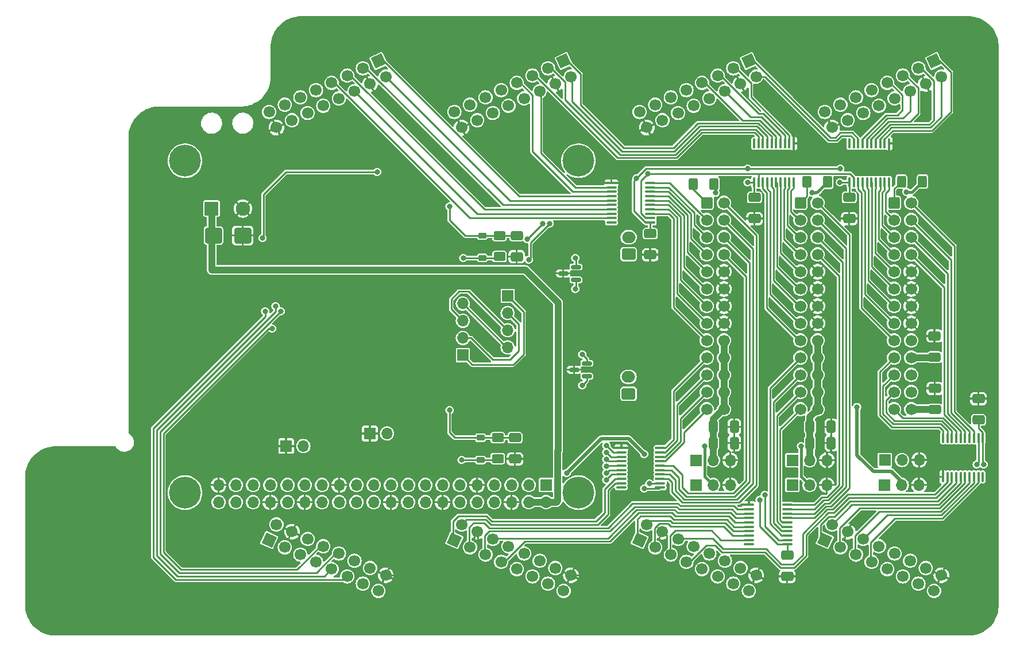
<source format=gbr>
%TF.GenerationSoftware,KiCad,Pcbnew,7.0.7*%
%TF.CreationDate,2023-11-11T20:47:19+01:00*%
%TF.ProjectId,LITEXCNC-HUB75HAT,4c495445-5843-44e4-932d-485542373548,rev?*%
%TF.SameCoordinates,Original*%
%TF.FileFunction,Copper,L2,Bot*%
%TF.FilePolarity,Positive*%
%FSLAX46Y46*%
G04 Gerber Fmt 4.6, Leading zero omitted, Abs format (unit mm)*
G04 Created by KiCad (PCBNEW 7.0.7) date 2023-11-11 20:47:19*
%MOMM*%
%LPD*%
G01*
G04 APERTURE LIST*
G04 Aperture macros list*
%AMRoundRect*
0 Rectangle with rounded corners*
0 $1 Rounding radius*
0 $2 $3 $4 $5 $6 $7 $8 $9 X,Y pos of 4 corners*
0 Add a 4 corners polygon primitive as box body*
4,1,4,$2,$3,$4,$5,$6,$7,$8,$9,$2,$3,0*
0 Add four circle primitives for the rounded corners*
1,1,$1+$1,$2,$3*
1,1,$1+$1,$4,$5*
1,1,$1+$1,$6,$7*
1,1,$1+$1,$8,$9*
0 Add four rect primitives between the rounded corners*
20,1,$1+$1,$2,$3,$4,$5,0*
20,1,$1+$1,$4,$5,$6,$7,0*
20,1,$1+$1,$6,$7,$8,$9,0*
20,1,$1+$1,$8,$9,$2,$3,0*%
%AMHorizOval*
0 Thick line with rounded ends*
0 $1 width*
0 $2 $3 position (X,Y) of the first rounded end (center of the circle)*
0 $4 $5 position (X,Y) of the second rounded end (center of the circle)*
0 Add line between two ends*
20,1,$1,$2,$3,$4,$5,0*
0 Add two circle primitives to create the rounded ends*
1,1,$1,$2,$3*
1,1,$1,$4,$5*%
%AMRotRect*
0 Rectangle, with rotation*
0 The origin of the aperture is its center*
0 $1 length*
0 $2 width*
0 $3 Rotation angle, in degrees counterclockwise*
0 Add horizontal line*
21,1,$1,$2,0,0,$3*%
G04 Aperture macros list end*
%TA.AperFunction,ComponentPad*%
%ADD10R,1.700000X1.700000*%
%TD*%
%TA.AperFunction,ComponentPad*%
%ADD11O,1.700000X1.700000*%
%TD*%
%TA.AperFunction,ComponentPad*%
%ADD12RoundRect,0.250000X-0.600000X-0.600000X0.600000X-0.600000X0.600000X0.600000X-0.600000X0.600000X0*%
%TD*%
%TA.AperFunction,ComponentPad*%
%ADD13C,1.700000*%
%TD*%
%TA.AperFunction,ComponentPad*%
%ADD14RoundRect,0.250000X0.750000X-0.600000X0.750000X0.600000X-0.750000X0.600000X-0.750000X-0.600000X0*%
%TD*%
%TA.AperFunction,ComponentPad*%
%ADD15O,2.000000X1.700000*%
%TD*%
%TA.AperFunction,ComponentPad*%
%ADD16C,3.100000*%
%TD*%
%TA.AperFunction,ConnectorPad*%
%ADD17C,4.700000*%
%TD*%
%TA.AperFunction,SMDPad,CuDef*%
%ADD18RoundRect,0.250000X-1.000000X-0.900000X1.000000X-0.900000X1.000000X0.900000X-1.000000X0.900000X0*%
%TD*%
%TA.AperFunction,SMDPad,CuDef*%
%ADD19RoundRect,0.250000X-0.650000X0.412500X-0.650000X-0.412500X0.650000X-0.412500X0.650000X0.412500X0*%
%TD*%
%TA.AperFunction,SMDPad,CuDef*%
%ADD20RoundRect,0.225000X0.375000X-0.225000X0.375000X0.225000X-0.375000X0.225000X-0.375000X-0.225000X0*%
%TD*%
%TA.AperFunction,ComponentPad*%
%ADD21RotRect,1.700000X1.700000X115.000000*%
%TD*%
%TA.AperFunction,ComponentPad*%
%ADD22HorizOval,1.700000X0.000000X0.000000X0.000000X0.000000X0*%
%TD*%
%TA.AperFunction,ComponentPad*%
%ADD23RotRect,1.700000X1.700000X245.000000*%
%TD*%
%TA.AperFunction,ComponentPad*%
%ADD24HorizOval,1.700000X0.000000X0.000000X0.000000X0.000000X0*%
%TD*%
%TA.AperFunction,SMDPad,CuDef*%
%ADD25RoundRect,0.250000X-0.400000X-0.625000X0.400000X-0.625000X0.400000X0.625000X-0.400000X0.625000X0*%
%TD*%
%TA.AperFunction,SMDPad,CuDef*%
%ADD26RoundRect,0.250000X-0.412500X-0.650000X0.412500X-0.650000X0.412500X0.650000X-0.412500X0.650000X0*%
%TD*%
%TA.AperFunction,SMDPad,CuDef*%
%ADD27RoundRect,0.250000X0.625000X-0.400000X0.625000X0.400000X-0.625000X0.400000X-0.625000X-0.400000X0*%
%TD*%
%TA.AperFunction,SMDPad,CuDef*%
%ADD28RoundRect,0.250000X0.650000X-0.412500X0.650000X0.412500X-0.650000X0.412500X-0.650000X-0.412500X0*%
%TD*%
%TA.AperFunction,SMDPad,CuDef*%
%ADD29RoundRect,0.100000X-0.637500X-0.100000X0.637500X-0.100000X0.637500X0.100000X-0.637500X0.100000X0*%
%TD*%
%TA.AperFunction,SMDPad,CuDef*%
%ADD30RoundRect,0.150000X0.587500X0.150000X-0.587500X0.150000X-0.587500X-0.150000X0.587500X-0.150000X0*%
%TD*%
%TA.AperFunction,SMDPad,CuDef*%
%ADD31RoundRect,0.100000X-0.100000X0.637500X-0.100000X-0.637500X0.100000X-0.637500X0.100000X0.637500X0*%
%TD*%
%TA.AperFunction,SMDPad,CuDef*%
%ADD32RoundRect,0.100000X0.100000X-0.637500X0.100000X0.637500X-0.100000X0.637500X-0.100000X-0.637500X0*%
%TD*%
%TA.AperFunction,ComponentPad*%
%ADD33RoundRect,0.250001X-0.799999X-0.799999X0.799999X-0.799999X0.799999X0.799999X-0.799999X0.799999X0*%
%TD*%
%TA.AperFunction,ComponentPad*%
%ADD34C,2.100000*%
%TD*%
%TA.AperFunction,ViaPad*%
%ADD35C,0.800000*%
%TD*%
%TA.AperFunction,Conductor*%
%ADD36C,0.250000*%
%TD*%
%TA.AperFunction,Conductor*%
%ADD37C,0.500000*%
%TD*%
%TA.AperFunction,Conductor*%
%ADD38C,1.000000*%
%TD*%
%TA.AperFunction,Conductor*%
%ADD39C,0.400000*%
%TD*%
G04 APERTURE END LIST*
D10*
%TO.P,J17,1,Pin_1*%
%TO.N,+3.3V*%
X76768000Y22244000D03*
D11*
%TO.P,J17,2,Pin_2*%
%TO.N,+5V*%
X76768000Y19704000D03*
%TO.P,J17,3,Pin_3*%
%TO.N,unconnected-(J17-Pin_3-Pad3)*%
X74228000Y22244000D03*
%TO.P,J17,4,Pin_4*%
%TO.N,+5V*%
X74228000Y19704000D03*
%TO.P,J17,5,Pin_5*%
%TO.N,unconnected-(J17-Pin_5-Pad5)*%
X71688000Y22244000D03*
%TO.P,J17,6,Pin_6*%
%TO.N,GND*%
X71688000Y19704000D03*
%TO.P,J17,7,Pin_7*%
%TO.N,unconnected-(J17-Pin_7-Pad7)*%
X69148000Y22244000D03*
%TO.P,J17,8,Pin_8*%
%TO.N,TXD1*%
X69148000Y19704000D03*
%TO.P,J17,9,Pin_9*%
%TO.N,GND*%
X66608000Y22244000D03*
%TO.P,J17,10,Pin_10*%
%TO.N,RXD1*%
X66608000Y19704000D03*
%TO.P,J17,11,Pin_11*%
%TO.N,unconnected-(J17-Pin_11-Pad11)*%
X64068000Y22244000D03*
%TO.P,J17,12,Pin_12*%
%TO.N,unconnected-(J17-Pin_12-Pad12)*%
X64068000Y19704000D03*
%TO.P,J17,13,Pin_13*%
%TO.N,unconnected-(J17-Pin_13-Pad13)*%
X61528000Y22244000D03*
%TO.P,J17,14,Pin_14*%
%TO.N,GND*%
X61528000Y19704000D03*
%TO.P,J17,15,Pin_15*%
%TO.N,unconnected-(J17-Pin_15-Pad15)*%
X58988000Y22244000D03*
%TO.P,J17,16,Pin_16*%
%TO.N,unconnected-(J17-Pin_16-Pad16)*%
X58988000Y19704000D03*
%TO.P,J17,17,Pin_17*%
%TO.N,unconnected-(J17-Pin_17-Pad17)*%
X56448000Y22244000D03*
%TO.P,J17,18,Pin_18*%
%TO.N,unconnected-(J17-Pin_18-Pad18)*%
X56448000Y19704000D03*
%TO.P,J17,19,Pin_19*%
%TO.N,SPI_MOSI*%
X53908000Y22244000D03*
%TO.P,J17,20,Pin_20*%
%TO.N,GND*%
X53908000Y19704000D03*
%TO.P,J17,21,Pin_21*%
%TO.N,SPI_MISO*%
X51368000Y22244000D03*
%TO.P,J17,22,Pin_22*%
%TO.N,unconnected-(J17-Pin_22-Pad22)*%
X51368000Y19704000D03*
%TO.P,J17,23,Pin_23*%
%TO.N,SPI_CLCK*%
X48828000Y22244000D03*
%TO.P,J17,24,Pin_24*%
%TO.N,SPI_CE0*%
X48828000Y19704000D03*
%TO.P,J17,25,Pin_25*%
%TO.N,GND*%
X46288000Y22244000D03*
%TO.P,J17,26,Pin_26*%
%TO.N,SPI_CE1*%
X46288000Y19704000D03*
%TO.P,J17,27,Pin_27*%
%TO.N,unconnected-(J17-Pin_27-Pad27)*%
X43748000Y22244000D03*
%TO.P,J17,28,Pin_28*%
%TO.N,unconnected-(J17-Pin_28-Pad28)*%
X43748000Y19704000D03*
%TO.P,J17,29,Pin_29*%
%TO.N,unconnected-(J17-Pin_29-Pad29)*%
X41208000Y22244000D03*
%TO.P,J17,30,Pin_30*%
%TO.N,GND*%
X41208000Y19704000D03*
%TO.P,J17,31,Pin_31*%
%TO.N,/JTAG.TMS*%
X38668000Y22244000D03*
%TO.P,J17,32,Pin_32*%
%TO.N,TXD5*%
X38668000Y19704000D03*
%TO.P,J17,33,Pin_33*%
%TO.N,RXD5*%
X36128000Y22244000D03*
%TO.P,J17,34,Pin_34*%
%TO.N,GND*%
X36128000Y19704000D03*
%TO.P,J17,35,Pin_35*%
%TO.N,/JTAG.TDI*%
X33588000Y22244000D03*
%TO.P,J17,36,Pin_36*%
%TO.N,/JTAG.TCK*%
X33588000Y19704000D03*
%TO.P,J17,37,Pin_37*%
%TO.N,/JTAG.TDO*%
X31048000Y22244000D03*
%TO.P,J17,38,Pin_38*%
%TO.N,unconnected-(J17-Pin_38-Pad38)*%
X31048000Y19704000D03*
%TO.P,J17,39,Pin_39*%
%TO.N,GND*%
X28508000Y22244000D03*
%TO.P,J17,40,Pin_40*%
%TO.N,unconnected-(J17-Pin_40-Pad40)*%
X28508000Y19704000D03*
%TD*%
D12*
%TO.P,J2,1,Pin_1*%
%TO.N,PORTB1*%
X114270000Y63900000D03*
D13*
%TO.P,J2,2,Pin_2*%
%TO.N,PORTB14*%
X116810000Y63900000D03*
%TO.P,J2,3,Pin_3*%
%TO.N,PORTB2*%
X114270000Y61360000D03*
%TO.P,J2,4,Pin_4*%
%TO.N,PORTB15*%
X116810000Y61360000D03*
%TO.P,J2,5,Pin_5*%
%TO.N,PORTB3*%
X114270000Y58820000D03*
%TO.P,J2,6,Pin_6*%
%TO.N,PORTB16*%
X116810000Y58820000D03*
%TO.P,J2,7,Pin_7*%
%TO.N,PORTB4*%
X114270000Y56280000D03*
%TO.P,J2,8,Pin_8*%
%TO.N,PORTB17*%
X116810000Y56280000D03*
%TO.P,J2,9,Pin_9*%
%TO.N,PORTB5*%
X114270000Y53740000D03*
%TO.P,J2,10,Pin_10*%
%TO.N,GND*%
X116810000Y53740000D03*
%TO.P,J2,11,Pin_11*%
%TO.N,PORTB6*%
X114270000Y51200000D03*
%TO.P,J2,12,Pin_12*%
%TO.N,GND*%
X116810000Y51200000D03*
%TO.P,J2,13,Pin_13*%
%TO.N,PORTB7*%
X114270000Y48660000D03*
%TO.P,J2,14,Pin_14*%
%TO.N,GND*%
X116810000Y48660000D03*
%TO.P,J2,15,Pin_15*%
%TO.N,PORTB8*%
X114270000Y46120000D03*
%TO.P,J2,16,Pin_16*%
%TO.N,GND*%
X116810000Y46120000D03*
%TO.P,J2,17,Pin_17*%
%TO.N,PORTB9*%
X114270000Y43580000D03*
%TO.P,J2,18,Pin_18*%
%TO.N,POWOPB*%
X116810000Y43580000D03*
%TO.P,J2,19,Pin_19*%
%TO.N,PORTB10*%
X114270000Y41040000D03*
%TO.P,J2,20,Pin_20*%
%TO.N,POWOPB*%
X116810000Y41040000D03*
%TO.P,J2,21,Pin_21*%
%TO.N,PORTB11*%
X114270000Y38500000D03*
%TO.P,J2,22,Pin_22*%
%TO.N,POWOPB*%
X116810000Y38500000D03*
%TO.P,J2,23,Pin_23*%
%TO.N,PORTB12*%
X114270000Y35960000D03*
%TO.P,J2,24,Pin_24*%
%TO.N,POWOPB*%
X116810000Y35960000D03*
%TO.P,J2,25,Pin_25*%
%TO.N,PORTB13*%
X114270000Y33420000D03*
%TO.P,J2,26,Pin_26*%
%TO.N,POWOPB*%
X116810000Y33420000D03*
%TD*%
D10*
%TO.P,JP6,1,A*%
%TO.N,+5V*%
X98866000Y22244000D03*
D11*
%TO.P,JP6,2,C*%
%TO.N,Net-(JP6-C)*%
X101406000Y22244000D03*
%TO.P,JP6,3,B*%
%TO.N,GND*%
X103946000Y22244000D03*
%TD*%
D10*
%TO.P,JP4,1,A*%
%TO.N,+5V*%
X126679000Y22244000D03*
D11*
%TO.P,JP4,2,C*%
%TO.N,Net-(JP4-C)*%
X129219000Y22244000D03*
%TO.P,JP4,3,B*%
%TO.N,GND*%
X131759000Y22244000D03*
%TD*%
D10*
%TO.P,JP1,1,A*%
%TO.N,Net-(JP1-A)*%
X126716000Y25927000D03*
D11*
%TO.P,JP1,2,C*%
%TO.N,POWOPA*%
X129256000Y25927000D03*
%TO.P,JP1,3,B*%
%TO.N,GND*%
X131796000Y25927000D03*
%TD*%
D14*
%TO.P,RS489-5,1,Pin_1*%
%TO.N,Net-(J20-Pin_1)*%
X88960000Y56320000D03*
D15*
%TO.P,RS489-5,2,Pin_2*%
%TO.N,Net-(J20-Pin_2)*%
X88960000Y58820000D03*
%TD*%
D10*
%TO.P,JP3,1,A*%
%TO.N,Net-(JP3-A)*%
X98866000Y25901600D03*
D11*
%TO.P,JP3,2,C*%
%TO.N,POWOPC*%
X101406000Y25901600D03*
%TO.P,JP3,3,B*%
%TO.N,GND*%
X103946000Y25901600D03*
%TD*%
D14*
%TO.P,RS489-1,1,Pin_1*%
%TO.N,Net-(J21-Pin_1)*%
X88943000Y35706000D03*
D15*
%TO.P,RS489-1,2,Pin_2*%
%TO.N,Net-(J21-Pin_2)*%
X88943000Y38206000D03*
%TD*%
D10*
%TO.P,JP5,1,A*%
%TO.N,+5V*%
X113090000Y22244000D03*
D11*
%TO.P,JP5,2,C*%
%TO.N,Net-(JP5-C)*%
X115630000Y22244000D03*
%TO.P,JP5,3,B*%
%TO.N,GND*%
X118170000Y22244000D03*
%TD*%
D16*
%TO.P,REF\u002A\u002A,1*%
%TO.N,N/C*%
X23560000Y70112000D03*
D17*
X23560000Y70112000D03*
%TD*%
D16*
%TO.P,REF\u002A\u002A,1*%
%TO.N,N/C*%
X81560000Y21112000D03*
D17*
X81560000Y21112000D03*
%TD*%
D16*
%TO.P,REF\u002A\u002A,1*%
%TO.N,N/C*%
X23560000Y21112000D03*
D17*
X23560000Y21112000D03*
%TD*%
D10*
%TO.P,JP2,1,A*%
%TO.N,Net-(JP2-A)*%
X113105000Y25901600D03*
D11*
%TO.P,JP2,2,C*%
%TO.N,POWOPB*%
X115645000Y25901600D03*
%TO.P,JP2,3,B*%
%TO.N,GND*%
X118185000Y25901600D03*
%TD*%
D12*
%TO.P,J3,1,Pin_1*%
%TO.N,PORTC1*%
X100464000Y63900000D03*
D13*
%TO.P,J3,2,Pin_2*%
%TO.N,PORTC14*%
X103004000Y63900000D03*
%TO.P,J3,3,Pin_3*%
%TO.N,PORTC2*%
X100464000Y61360000D03*
%TO.P,J3,4,Pin_4*%
%TO.N,PORTC15*%
X103004000Y61360000D03*
%TO.P,J3,5,Pin_5*%
%TO.N,PORTC3*%
X100464000Y58820000D03*
%TO.P,J3,6,Pin_6*%
%TO.N,PORTC16*%
X103004000Y58820000D03*
%TO.P,J3,7,Pin_7*%
%TO.N,PORTC4*%
X100464000Y56280000D03*
%TO.P,J3,8,Pin_8*%
%TO.N,PORTC17*%
X103004000Y56280000D03*
%TO.P,J3,9,Pin_9*%
%TO.N,PORTC5*%
X100464000Y53740000D03*
%TO.P,J3,10,Pin_10*%
%TO.N,GND*%
X103004000Y53740000D03*
%TO.P,J3,11,Pin_11*%
%TO.N,PORTC6*%
X100464000Y51200000D03*
%TO.P,J3,12,Pin_12*%
%TO.N,GND*%
X103004000Y51200000D03*
%TO.P,J3,13,Pin_13*%
%TO.N,PORTC7*%
X100464000Y48660000D03*
%TO.P,J3,14,Pin_14*%
%TO.N,GND*%
X103004000Y48660000D03*
%TO.P,J3,15,Pin_15*%
%TO.N,PORTC8*%
X100464000Y46120000D03*
%TO.P,J3,16,Pin_16*%
%TO.N,GND*%
X103004000Y46120000D03*
%TO.P,J3,17,Pin_17*%
%TO.N,PORTC9*%
X100464000Y43580000D03*
%TO.P,J3,18,Pin_18*%
%TO.N,POWOPC*%
X103004000Y43580000D03*
%TO.P,J3,19,Pin_19*%
%TO.N,PORTC10*%
X100464000Y41040000D03*
%TO.P,J3,20,Pin_20*%
%TO.N,POWOPC*%
X103004000Y41040000D03*
%TO.P,J3,21,Pin_21*%
%TO.N,PORTC11*%
X100464000Y38500000D03*
%TO.P,J3,22,Pin_22*%
%TO.N,POWOPC*%
X103004000Y38500000D03*
%TO.P,J3,23,Pin_23*%
%TO.N,PORTC12*%
X100464000Y35960000D03*
%TO.P,J3,24,Pin_24*%
%TO.N,POWOPC*%
X103004000Y35960000D03*
%TO.P,J3,25,Pin_25*%
%TO.N,PORTC13*%
X100464000Y33420000D03*
%TO.P,J3,26,Pin_26*%
%TO.N,POWOPC*%
X103004000Y33420000D03*
%TD*%
D16*
%TO.P,REF\u002A\u002A,1*%
%TO.N,N/C*%
X81560000Y70112000D03*
D17*
X81560000Y70112000D03*
%TD*%
D12*
%TO.P,J1,1,Pin_1*%
%TO.N,PORTA1*%
X128076000Y63900000D03*
D13*
%TO.P,J1,2,Pin_2*%
%TO.N,PORTA14*%
X130616000Y63900000D03*
%TO.P,J1,3,Pin_3*%
%TO.N,PORTA2*%
X128076000Y61360000D03*
%TO.P,J1,4,Pin_4*%
%TO.N,PORTA15*%
X130616000Y61360000D03*
%TO.P,J1,5,Pin_5*%
%TO.N,PORTA3*%
X128076000Y58820000D03*
%TO.P,J1,6,Pin_6*%
%TO.N,PORTA16*%
X130616000Y58820000D03*
%TO.P,J1,7,Pin_7*%
%TO.N,PORTA4*%
X128076000Y56280000D03*
%TO.P,J1,8,Pin_8*%
%TO.N,PORTA17*%
X130616000Y56280000D03*
%TO.P,J1,9,Pin_9*%
%TO.N,PORTA5*%
X128076000Y53740000D03*
%TO.P,J1,10,Pin_10*%
%TO.N,GND*%
X130616000Y53740000D03*
%TO.P,J1,11,Pin_11*%
%TO.N,PORTA6*%
X128076000Y51200000D03*
%TO.P,J1,12,Pin_12*%
%TO.N,GND*%
X130616000Y51200000D03*
%TO.P,J1,13,Pin_13*%
%TO.N,PORTA7*%
X128076000Y48660000D03*
%TO.P,J1,14,Pin_14*%
%TO.N,GND*%
X130616000Y48660000D03*
%TO.P,J1,15,Pin_15*%
%TO.N,PORTA8*%
X128076000Y46120000D03*
%TO.P,J1,16,Pin_16*%
%TO.N,GND*%
X130616000Y46120000D03*
%TO.P,J1,17,Pin_17*%
%TO.N,PORTA9*%
X128076000Y43580000D03*
%TO.P,J1,18,Pin_18*%
%TO.N,POWOPA*%
X130616000Y43580000D03*
%TO.P,J1,19,Pin_19*%
%TO.N,PORTA10*%
X128076000Y41040000D03*
%TO.P,J1,20,Pin_20*%
%TO.N,POWOPA*%
X130616000Y41040000D03*
%TO.P,J1,21,Pin_21*%
%TO.N,PORTA11*%
X128076000Y38500000D03*
%TO.P,J1,22,Pin_22*%
%TO.N,POWOPA*%
X130616000Y38500000D03*
%TO.P,J1,23,Pin_23*%
%TO.N,PORTA12*%
X128076000Y35960000D03*
%TO.P,J1,24,Pin_24*%
%TO.N,POWOPA*%
X130616000Y35960000D03*
%TO.P,J1,25,Pin_25*%
%TO.N,PORTA13*%
X128076000Y33420000D03*
%TO.P,J1,26,Pin_26*%
%TO.N,POWOPA*%
X130616000Y33420000D03*
%TD*%
D18*
%TO.P,D12,1,A1*%
%TO.N,+5V*%
X27764000Y59074000D03*
%TO.P,D12,2,A2*%
%TO.N,GND*%
X32064000Y59074000D03*
%TD*%
D19*
%TO.P,C16,1*%
%TO.N,+3.3V*%
X112328000Y11868500D03*
%TO.P,C16,2*%
%TO.N,GND*%
X112328000Y8743500D03*
%TD*%
D20*
%TO.P,D4,1,K*%
%TO.N,Net-(D4-K)*%
X67370000Y55774000D03*
%TO.P,D4,2,A*%
%TO.N,Net-(D4-A)*%
X67370000Y59074000D03*
%TD*%
D10*
%TO.P,J14,1,Pin_1*%
%TO.N,GND*%
X38460000Y28000000D03*
D11*
%TO.P,J14,2,Pin_2*%
%TO.N,VDD*%
X41000000Y28000000D03*
%TD*%
D19*
%TO.P,C20,1*%
%TO.N,+3.3V*%
X121472000Y64700500D03*
%TO.P,C20,2*%
%TO.N,GND*%
X121472000Y61575500D03*
%TD*%
D10*
%TO.P,J8,1,Pin_1*%
%TO.N,/JTAG.TCK*%
X71120000Y50165000D03*
D11*
%TO.P,J8,2,Pin_2*%
%TO.N,/JTAG.TMS*%
X71120000Y47625000D03*
%TO.P,J8,3,Pin_3*%
%TO.N,/JTAG.TDI*%
X71120000Y45085000D03*
%TO.P,J8,4,Pin_4*%
%TO.N,/JTAG.TDO*%
X71120000Y42545000D03*
%TD*%
D21*
%TO.P,J4,1,Pin_1*%
%TO.N,J5:0*%
X52070000Y84836000D03*
D22*
%TO.P,J4,2,Pin_2*%
%TO.N,J5:1*%
X53143450Y82533978D03*
%TO.P,J4,3,Pin_3*%
%TO.N,J5:2*%
X49767978Y83762550D03*
%TO.P,J4,4,Pin_4*%
%TO.N,GND*%
X50841429Y81460528D03*
%TO.P,J4,5,Pin_5*%
%TO.N,J5:4*%
X47465956Y82689099D03*
%TO.P,J4,6,Pin_6*%
%TO.N,J5:5*%
X48539407Y80387077D03*
%TO.P,J4,7,Pin_7*%
%TO.N,J5:6*%
X45163935Y81615649D03*
%TO.P,J4,8,Pin_8*%
%TO.N,unconnected-(J4-Pin_8-Pad8)*%
X46237385Y79313627D03*
%TO.P,J4,9,Pin_9*%
%TO.N,unconnected-(J4-Pin_9-Pad9)*%
X42861913Y80542198D03*
%TO.P,J4,10,Pin_10*%
%TO.N,unconnected-(J4-Pin_10-Pad10)*%
X43935363Y78240177D03*
%TO.P,J4,11,Pin_11*%
%TO.N,unconnected-(J4-Pin_11-Pad11)*%
X40559891Y79468748D03*
%TO.P,J4,12,Pin_12*%
%TO.N,unconnected-(J4-Pin_12-Pad12)*%
X41633341Y77166726D03*
%TO.P,J4,13,Pin_13*%
%TO.N,unconnected-(J4-Pin_13-Pad13)*%
X38257869Y78395298D03*
%TO.P,J4,14,Pin_14*%
%TO.N,unconnected-(J4-Pin_14-Pad14)*%
X39331320Y76093276D03*
%TO.P,J4,15,Pin_15*%
%TO.N,unconnected-(J4-Pin_15-Pad15)*%
X35955848Y77321847D03*
%TO.P,J4,16,Pin_16*%
%TO.N,GND*%
X37029298Y75019826D03*
%TD*%
D10*
%TO.P,J13,1,Pin_1*%
%TO.N,GND*%
X50800000Y29845000D03*
D11*
%TO.P,J13,2,Pin_2*%
%TO.N,VDD*%
X53340000Y29845000D03*
%TD*%
D23*
%TO.P,J12,1,Pin_1*%
%TO.N,J2:0*%
X90565848Y14118153D03*
D24*
%TO.P,J12,2,Pin_2*%
%TO.N,J2:1*%
X91639298Y16420175D03*
%TO.P,J12,3,Pin_3*%
%TO.N,J2:2*%
X92867870Y13044703D03*
%TO.P,J12,4,Pin_4*%
%TO.N,GND*%
X93941320Y15346724D03*
%TO.P,J12,5,Pin_5*%
%TO.N,J2:4*%
X95169892Y11971252D03*
%TO.P,J12,6,Pin_6*%
%TO.N,J2:5*%
X96243342Y14273274D03*
%TO.P,J12,7,Pin_7*%
%TO.N,J2:6*%
X97471913Y10897802D03*
%TO.P,J12,8,Pin_8*%
%TO.N,unconnected-(J12-Pin_8-Pad8)*%
X98545364Y13199824D03*
%TO.P,J12,9,Pin_9*%
%TO.N,unconnected-(J12-Pin_9-Pad9)*%
X99773935Y9824351D03*
%TO.P,J12,10,Pin_10*%
%TO.N,unconnected-(J12-Pin_10-Pad10)*%
X100847386Y12126373D03*
%TO.P,J12,11,Pin_11*%
%TO.N,unconnected-(J12-Pin_11-Pad11)*%
X102075957Y8750901D03*
%TO.P,J12,12,Pin_12*%
%TO.N,unconnected-(J12-Pin_12-Pad12)*%
X103149407Y11052923D03*
%TO.P,J12,13,Pin_13*%
%TO.N,unconnected-(J12-Pin_13-Pad13)*%
X104377979Y7677451D03*
%TO.P,J12,14,Pin_14*%
%TO.N,unconnected-(J12-Pin_14-Pad14)*%
X105451429Y9979472D03*
%TO.P,J12,15,Pin_15*%
%TO.N,unconnected-(J12-Pin_15-Pad15)*%
X106680000Y6604000D03*
%TO.P,J12,16,Pin_16*%
%TO.N,GND*%
X107753451Y8906022D03*
%TD*%
D25*
%TO.P,R5,1*%
%TO.N,PORTC1*%
X98433600Y66694000D03*
%TO.P,R5,2*%
%TO.N,Net-(JP6-C)*%
X101533600Y66694000D03*
%TD*%
D26*
%TO.P,C6,1*%
%TO.N,POWOPC*%
X101418300Y30829200D03*
%TO.P,C6,2*%
%TO.N,GND*%
X104543300Y30829200D03*
%TD*%
D27*
%TO.P,R8,1*%
%TO.N,Net-(D4-K)*%
X69910000Y55974000D03*
%TO.P,R8,2*%
%TO.N,Net-(D4-A)*%
X69910000Y59074000D03*
%TD*%
D23*
%TO.P,J11,1,Pin_1*%
%TO.N,J1:0*%
X117870848Y14118153D03*
D24*
%TO.P,J11,2,Pin_2*%
%TO.N,J1:1*%
X118944298Y16420175D03*
%TO.P,J11,3,Pin_3*%
%TO.N,J1:2*%
X120172870Y13044703D03*
%TO.P,J11,4,Pin_4*%
%TO.N,GND*%
X121246320Y15346724D03*
%TO.P,J11,5,Pin_5*%
%TO.N,J1:4*%
X122474892Y11971252D03*
%TO.P,J11,6,Pin_6*%
%TO.N,J1:5*%
X123548342Y14273274D03*
%TO.P,J11,7,Pin_7*%
%TO.N,J1:6*%
X124776913Y10897802D03*
%TO.P,J11,8,Pin_8*%
%TO.N,unconnected-(J11-Pin_8-Pad8)*%
X125850364Y13199824D03*
%TO.P,J11,9,Pin_9*%
%TO.N,unconnected-(J11-Pin_9-Pad9)*%
X127078935Y9824351D03*
%TO.P,J11,10,Pin_10*%
%TO.N,unconnected-(J11-Pin_10-Pad10)*%
X128152386Y12126373D03*
%TO.P,J11,11,Pin_11*%
%TO.N,unconnected-(J11-Pin_11-Pad11)*%
X129380957Y8750901D03*
%TO.P,J11,12,Pin_12*%
%TO.N,unconnected-(J11-Pin_12-Pad12)*%
X130454407Y11052923D03*
%TO.P,J11,13,Pin_13*%
%TO.N,unconnected-(J11-Pin_13-Pad13)*%
X131682979Y7677451D03*
%TO.P,J11,14,Pin_14*%
%TO.N,unconnected-(J11-Pin_14-Pad14)*%
X132756429Y9979472D03*
%TO.P,J11,15,Pin_15*%
%TO.N,unconnected-(J11-Pin_15-Pad15)*%
X133985000Y6604000D03*
%TO.P,J11,16,Pin_16*%
%TO.N,GND*%
X135058451Y8906022D03*
%TD*%
D28*
%TO.P,C1,1*%
%TO.N,POWOPA*%
X134045000Y41128500D03*
%TO.P,C1,2*%
%TO.N,GND*%
X134045000Y44253500D03*
%TD*%
D26*
%TO.P,C3,1*%
%TO.N,POWOPB*%
X115680800Y28441600D03*
%TO.P,C3,2*%
%TO.N,GND*%
X118805800Y28441600D03*
%TD*%
D29*
%TO.P,U5,1,NC*%
%TO.N,unconnected-(U5-NC-Pad1)*%
X86420000Y60986000D03*
%TO.P,U5,2,A0*%
%TO.N,J5:6*%
X86420000Y61636000D03*
%TO.P,U5,3,A1*%
%TO.N,J5:5*%
X86420000Y62286000D03*
%TO.P,U5,4,A2*%
%TO.N,J5:4*%
X86420000Y62936000D03*
%TO.P,U5,5,A3*%
%TO.N,J5:2*%
X86420000Y63586000D03*
%TO.P,U5,6,A4*%
%TO.N,J5:1*%
X86420000Y64236000D03*
%TO.P,U5,7,A5*%
%TO.N,J5:0*%
X86420000Y64886000D03*
%TO.P,U5,8,A6*%
%TO.N,J6:6*%
X86420000Y65536000D03*
%TO.P,U5,9,A7*%
%TO.N,J6:5*%
X86420000Y66186000D03*
%TO.P,U5,10,GND*%
%TO.N,GND*%
X86420000Y66836000D03*
%TO.P,U5,11,B7*%
%TO.N,PORTC2*%
X92145000Y66836000D03*
%TO.P,U5,12,B6*%
%TO.N,PORTC3*%
X92145000Y66186000D03*
%TO.P,U5,13,B5*%
%TO.N,PORTC4*%
X92145000Y65536000D03*
%TO.P,U5,14,B4*%
%TO.N,PORTC5*%
X92145000Y64886000D03*
%TO.P,U5,15,B3*%
%TO.N,PORTC6*%
X92145000Y64236000D03*
%TO.P,U5,16,B2*%
%TO.N,PORTC7*%
X92145000Y63586000D03*
%TO.P,U5,17,B1*%
%TO.N,PORTC8*%
X92145000Y62936000D03*
%TO.P,U5,18,B0*%
%TO.N,PORTC9*%
X92145000Y62286000D03*
%TO.P,U5,19,CE*%
%TO.N,ENA*%
X92145000Y61636000D03*
%TO.P,U5,20,VCC*%
%TO.N,+3.3V*%
X92145000Y60986000D03*
%TD*%
D19*
%TO.P,C15,1*%
%TO.N,Net-(D10-A)*%
X72196000Y29229000D03*
%TO.P,C15,2*%
%TO.N,GND*%
X72196000Y26104000D03*
%TD*%
%TO.P,C19,1*%
%TO.N,+3.3V*%
X107502000Y64700500D03*
%TO.P,C19,2*%
%TO.N,GND*%
X107502000Y61575500D03*
%TD*%
D28*
%TO.P,C2,1*%
%TO.N,POWOPA*%
X134082000Y33381500D03*
%TO.P,C2,2*%
%TO.N,GND*%
X134082000Y36506500D03*
%TD*%
D27*
%TO.P,R17,1*%
%TO.N,Net-(D10-K)*%
X69656000Y26129000D03*
%TO.P,R17,2*%
%TO.N,Net-(D10-A)*%
X69656000Y29229000D03*
%TD*%
D20*
%TO.P,D10,1,K*%
%TO.N,Net-(D10-K)*%
X67116000Y25929000D03*
%TO.P,D10,2,A*%
%TO.N,Net-(D10-A)*%
X67116000Y29229000D03*
%TD*%
D21*
%TO.P,J6,1,Pin_1*%
%TO.N,J7:0*%
X106680000Y84836000D03*
D22*
%TO.P,J6,2,Pin_2*%
%TO.N,J7:1*%
X107753450Y82533978D03*
%TO.P,J6,3,Pin_3*%
%TO.N,J7:2*%
X104377978Y83762550D03*
%TO.P,J6,4,Pin_4*%
%TO.N,GND*%
X105451429Y81460528D03*
%TO.P,J6,5,Pin_5*%
%TO.N,J7:4*%
X102075956Y82689099D03*
%TO.P,J6,6,Pin_6*%
%TO.N,J7:5*%
X103149407Y80387077D03*
%TO.P,J6,7,Pin_7*%
%TO.N,J7:6*%
X99773935Y81615649D03*
%TO.P,J6,8,Pin_8*%
%TO.N,unconnected-(J6-Pin_8-Pad8)*%
X100847385Y79313627D03*
%TO.P,J6,9,Pin_9*%
%TO.N,unconnected-(J6-Pin_9-Pad9)*%
X97471913Y80542198D03*
%TO.P,J6,10,Pin_10*%
%TO.N,unconnected-(J6-Pin_10-Pad10)*%
X98545363Y78240177D03*
%TO.P,J6,11,Pin_11*%
%TO.N,unconnected-(J6-Pin_11-Pad11)*%
X95169891Y79468748D03*
%TO.P,J6,12,Pin_12*%
%TO.N,unconnected-(J6-Pin_12-Pad12)*%
X96243341Y77166726D03*
%TO.P,J6,13,Pin_13*%
%TO.N,unconnected-(J6-Pin_13-Pad13)*%
X92867869Y78395298D03*
%TO.P,J6,14,Pin_14*%
%TO.N,unconnected-(J6-Pin_14-Pad14)*%
X93941320Y76093276D03*
%TO.P,J6,15,Pin_15*%
%TO.N,unconnected-(J6-Pin_15-Pad15)*%
X90565848Y77321847D03*
%TO.P,J6,16,Pin_16*%
%TO.N,GND*%
X91639298Y75019826D03*
%TD*%
D30*
%TO.P,D11,1,A1*%
%TO.N,Net-(D11-A1)*%
X82785500Y40212000D03*
%TO.P,D11,2,A2*%
%TO.N,Net-(D11-A2)*%
X82785500Y38312000D03*
%TO.P,D11,3,common*%
%TO.N,GND*%
X80910500Y39262000D03*
%TD*%
D29*
%TO.P,U6,1,NC*%
%TO.N,unconnected-(U6-NC-Pad1)*%
X87875500Y21859000D03*
%TO.P,U6,2,A0*%
%TO.N,J3:1*%
X87875500Y22509000D03*
%TO.P,U6,3,A1*%
%TO.N,J3:0*%
X87875500Y23159000D03*
%TO.P,U6,4,A2*%
%TO.N,J4:6*%
X87875500Y23809000D03*
%TO.P,U6,5,A3*%
%TO.N,J4:5*%
X87875500Y24459000D03*
%TO.P,U6,6,A4*%
%TO.N,J4:4*%
X87875500Y25109000D03*
%TO.P,U6,7,A5*%
%TO.N,J4:2*%
X87875500Y25759000D03*
%TO.P,U6,8,A6*%
%TO.N,J4:1*%
X87875500Y26409000D03*
%TO.P,U6,9,A7*%
%TO.N,J4:0*%
X87875500Y27059000D03*
%TO.P,U6,10,GND*%
%TO.N,GND*%
X87875500Y27709000D03*
%TO.P,U6,11,B7*%
%TO.N,PORTC10*%
X93600500Y27709000D03*
%TO.P,U6,12,B6*%
%TO.N,PORTC11*%
X93600500Y27059000D03*
%TO.P,U6,13,B5*%
%TO.N,PORTC12*%
X93600500Y26409000D03*
%TO.P,U6,14,B4*%
%TO.N,PORTC13*%
X93600500Y25759000D03*
%TO.P,U6,15,B3*%
%TO.N,PORTC17*%
X93600500Y25109000D03*
%TO.P,U6,16,B2*%
%TO.N,PORTC16*%
X93600500Y24459000D03*
%TO.P,U6,17,B1*%
%TO.N,PORTC15*%
X93600500Y23809000D03*
%TO.P,U6,18,B0*%
%TO.N,PORTC14*%
X93600500Y23159000D03*
%TO.P,U6,19,CE*%
%TO.N,ENA*%
X93600500Y22509000D03*
%TO.P,U6,20,VCC*%
%TO.N,+3.3V*%
X93600500Y21859000D03*
%TD*%
D23*
%TO.P,J15,1,Pin_1*%
%TO.N,J3:0*%
X63260848Y14118153D03*
D24*
%TO.P,J15,2,Pin_2*%
%TO.N,J3:1*%
X64334298Y16420175D03*
%TO.P,J15,3,Pin_3*%
%TO.N,J3:2*%
X65562870Y13044703D03*
%TO.P,J15,4,Pin_4*%
%TO.N,GND*%
X66636320Y15346724D03*
%TO.P,J15,5,Pin_5*%
%TO.N,J3:4*%
X67864892Y11971252D03*
%TO.P,J15,6,Pin_6*%
%TO.N,J3:5*%
X68938342Y14273274D03*
%TO.P,J15,7,Pin_7*%
%TO.N,J3:6*%
X70166913Y10897802D03*
%TO.P,J15,8,Pin_8*%
%TO.N,unconnected-(J15-Pin_8-Pad8)*%
X71240364Y13199824D03*
%TO.P,J15,9,Pin_9*%
%TO.N,unconnected-(J15-Pin_9-Pad9)*%
X72468935Y9824351D03*
%TO.P,J15,10,Pin_10*%
%TO.N,unconnected-(J15-Pin_10-Pad10)*%
X73542386Y12126373D03*
%TO.P,J15,11,Pin_11*%
%TO.N,unconnected-(J15-Pin_11-Pad11)*%
X74770957Y8750901D03*
%TO.P,J15,12,Pin_12*%
%TO.N,unconnected-(J15-Pin_12-Pad12)*%
X75844407Y11052923D03*
%TO.P,J15,13,Pin_13*%
%TO.N,unconnected-(J15-Pin_13-Pad13)*%
X77072979Y7677451D03*
%TO.P,J15,14,Pin_14*%
%TO.N,unconnected-(J15-Pin_14-Pad14)*%
X78146429Y9979472D03*
%TO.P,J15,15,Pin_15*%
%TO.N,unconnected-(J15-Pin_15-Pad15)*%
X79375000Y6604000D03*
%TO.P,J15,16,Pin_16*%
%TO.N,GND*%
X80448451Y8906022D03*
%TD*%
D29*
%TO.P,U4,1,NC*%
%TO.N,unconnected-(U4-NC-Pad1)*%
X106671500Y13477000D03*
%TO.P,U4,2,A0*%
%TO.N,J2:4*%
X106671500Y14127000D03*
%TO.P,U4,3,A1*%
%TO.N,J2:2*%
X106671500Y14777000D03*
%TO.P,U4,4,A2*%
%TO.N,J2:1*%
X106671500Y15427000D03*
%TO.P,U4,5,A3*%
%TO.N,J2:0*%
X106671500Y16077000D03*
%TO.P,U4,6,A4*%
%TO.N,J3:6*%
X106671500Y16727000D03*
%TO.P,U4,7,A5*%
%TO.N,J3:5*%
X106671500Y17377000D03*
%TO.P,U4,8,A6*%
%TO.N,J3:4*%
X106671500Y18027000D03*
%TO.P,U4,9,A7*%
%TO.N,J3:2*%
X106671500Y18677000D03*
%TO.P,U4,10,GND*%
%TO.N,GND*%
X106671500Y19327000D03*
%TO.P,U4,11,B7*%
%TO.N,PORTB17*%
X112396500Y19327000D03*
%TO.P,U4,12,B6*%
%TO.N,PORTB16*%
X112396500Y18677000D03*
%TO.P,U4,13,B5*%
%TO.N,PORTB15*%
X112396500Y18027000D03*
%TO.P,U4,14,B4*%
%TO.N,PORTB14*%
X112396500Y17377000D03*
%TO.P,U4,15,B3*%
%TO.N,PORTB13*%
X112396500Y16727000D03*
%TO.P,U4,16,B2*%
%TO.N,PORTB12*%
X112396500Y16077000D03*
%TO.P,U4,17,B1*%
%TO.N,PORTB11*%
X112396500Y15427000D03*
%TO.P,U4,18,B0*%
%TO.N,PORTB10*%
X112396500Y14777000D03*
%TO.P,U4,19,CE*%
%TO.N,ENA*%
X112396500Y14127000D03*
%TO.P,U4,20,VCC*%
%TO.N,+3.3V*%
X112396500Y13477000D03*
%TD*%
D19*
%TO.P,C9,1*%
%TO.N,+3.3V*%
X92135000Y59366500D03*
%TO.P,C9,2*%
%TO.N,GND*%
X92135000Y56241500D03*
%TD*%
D31*
%TO.P,U3,1,NC*%
%TO.N,unconnected-(U3-NC-Pad1)*%
X107442000Y72673000D03*
%TO.P,U3,2,A0*%
%TO.N,J6:4*%
X108092000Y72673000D03*
%TO.P,U3,3,A1*%
%TO.N,J6:2*%
X108742000Y72673000D03*
%TO.P,U3,4,A2*%
%TO.N,J6:1*%
X109392000Y72673000D03*
%TO.P,U3,5,A3*%
%TO.N,J6:0*%
X110042000Y72673000D03*
%TO.P,U3,6,A4*%
%TO.N,J7:6*%
X110692000Y72673000D03*
%TO.P,U3,7,A5*%
%TO.N,J7:5*%
X111342000Y72673000D03*
%TO.P,U3,8,A6*%
%TO.N,J7:4*%
X111992000Y72673000D03*
%TO.P,U3,9,A7*%
%TO.N,J7:2*%
X112642000Y72673000D03*
%TO.P,U3,10,GND*%
%TO.N,GND*%
X113292000Y72673000D03*
%TO.P,U3,11,B7*%
%TO.N,PORTB2*%
X113292000Y66948000D03*
%TO.P,U3,12,B6*%
%TO.N,PORTB3*%
X112642000Y66948000D03*
%TO.P,U3,13,B5*%
%TO.N,PORTB4*%
X111992000Y66948000D03*
%TO.P,U3,14,B4*%
%TO.N,PORTB5*%
X111342000Y66948000D03*
%TO.P,U3,15,B3*%
%TO.N,PORTB6*%
X110692000Y66948000D03*
%TO.P,U3,16,B2*%
%TO.N,PORTB7*%
X110042000Y66948000D03*
%TO.P,U3,17,B1*%
%TO.N,PORTB8*%
X109392000Y66948000D03*
%TO.P,U3,18,B0*%
%TO.N,PORTB9*%
X108742000Y66948000D03*
%TO.P,U3,19,CE*%
%TO.N,ENA*%
X108092000Y66948000D03*
%TO.P,U3,20,VCC*%
%TO.N,+3.3V*%
X107442000Y66948000D03*
%TD*%
D10*
%TO.P,J7,1,Pin_1*%
%TO.N,/JTAG.TCK*%
X64516000Y41402000D03*
D11*
%TO.P,J7,2,Pin_2*%
%TO.N,/JTAG.TMS*%
X64516000Y43942000D03*
%TO.P,J7,3,Pin_3*%
%TO.N,/JTAG.TDI*%
X64516000Y46482000D03*
%TO.P,J7,4,Pin_4*%
%TO.N,/JTAG.TDO*%
X64516000Y49022000D03*
%TD*%
D31*
%TO.P,U2,1,NC*%
%TO.N,unconnected-(U2-NC-Pad1)*%
X121494000Y72673000D03*
%TO.P,U2,2,A0*%
%TO.N,J7:1*%
X122144000Y72673000D03*
%TO.P,U2,3,A1*%
%TO.N,J7:0*%
X122794000Y72673000D03*
%TO.P,U2,4,A2*%
%TO.N,J8:6*%
X123444000Y72673000D03*
%TO.P,U2,5,A3*%
%TO.N,J8:5*%
X124094000Y72673000D03*
%TO.P,U2,6,A4*%
%TO.N,J8:4*%
X124744000Y72673000D03*
%TO.P,U2,7,A5*%
%TO.N,J8:2*%
X125394000Y72673000D03*
%TO.P,U2,8,A6*%
%TO.N,J8:1*%
X126044000Y72673000D03*
%TO.P,U2,9,A7*%
%TO.N,J8:0*%
X126694000Y72673000D03*
%TO.P,U2,10,GND*%
%TO.N,GND*%
X127344000Y72673000D03*
%TO.P,U2,11,B7*%
%TO.N,PORTA2*%
X127344000Y66948000D03*
%TO.P,U2,12,B6*%
%TO.N,PORTA3*%
X126694000Y66948000D03*
%TO.P,U2,13,B5*%
%TO.N,PORTA4*%
X126044000Y66948000D03*
%TO.P,U2,14,B4*%
%TO.N,PORTA5*%
X125394000Y66948000D03*
%TO.P,U2,15,B3*%
%TO.N,PORTA6*%
X124744000Y66948000D03*
%TO.P,U2,16,B2*%
%TO.N,PORTA7*%
X124094000Y66948000D03*
%TO.P,U2,17,B1*%
%TO.N,PORTA8*%
X123444000Y66948000D03*
%TO.P,U2,18,B0*%
%TO.N,PORTA9*%
X122794000Y66948000D03*
%TO.P,U2,19,CE*%
%TO.N,ENA*%
X122144000Y66948000D03*
%TO.P,U2,20,VCC*%
%TO.N,+3.3V*%
X121494000Y66948000D03*
%TD*%
D32*
%TO.P,U1,1,NC*%
%TO.N,unconnected-(U1-NC-Pad1)*%
X141161000Y23445500D03*
%TO.P,U1,2,A0*%
%TO.N,J1:6*%
X140511000Y23445500D03*
%TO.P,U1,3,A1*%
%TO.N,J1:5*%
X139861000Y23445500D03*
%TO.P,U1,4,A2*%
%TO.N,J1:4*%
X139211000Y23445500D03*
%TO.P,U1,5,A3*%
%TO.N,J1:2*%
X138561000Y23445500D03*
%TO.P,U1,6,A4*%
%TO.N,J1:1*%
X137911000Y23445500D03*
%TO.P,U1,7,A5*%
%TO.N,J1:0*%
X137261000Y23445500D03*
%TO.P,U1,8,A6*%
%TO.N,J2:6*%
X136611000Y23445500D03*
%TO.P,U1,9,A7*%
%TO.N,J2:5*%
X135961000Y23445500D03*
%TO.P,U1,10,GND*%
%TO.N,GND*%
X135311000Y23445500D03*
%TO.P,U1,11,B7*%
%TO.N,PORTA10*%
X135311000Y29170500D03*
%TO.P,U1,12,B6*%
%TO.N,PORTA11*%
X135961000Y29170500D03*
%TO.P,U1,13,B5*%
%TO.N,PORTA12*%
X136611000Y29170500D03*
%TO.P,U1,14,B4*%
%TO.N,PORTA13*%
X137261000Y29170500D03*
%TO.P,U1,15,B3*%
%TO.N,PORTA17*%
X137911000Y29170500D03*
%TO.P,U1,16,B2*%
%TO.N,PORTA16*%
X138561000Y29170500D03*
%TO.P,U1,17,B1*%
%TO.N,PORTA15*%
X139211000Y29170500D03*
%TO.P,U1,18,B0*%
%TO.N,PORTA14*%
X139861000Y29170500D03*
%TO.P,U1,19,CE*%
%TO.N,ENA*%
X140511000Y29170500D03*
%TO.P,U1,20,VCC*%
%TO.N,+3.3V*%
X141161000Y29170500D03*
%TD*%
D23*
%TO.P,J16,1,Pin_1*%
%TO.N,J4:0*%
X35955848Y14118153D03*
D24*
%TO.P,J16,2,Pin_2*%
%TO.N,J4:1*%
X37029298Y16420175D03*
%TO.P,J16,3,Pin_3*%
%TO.N,J4:2*%
X38257870Y13044703D03*
%TO.P,J16,4,Pin_4*%
%TO.N,GND*%
X39331320Y15346724D03*
%TO.P,J16,5,Pin_5*%
%TO.N,J4:4*%
X40559892Y11971252D03*
%TO.P,J16,6,Pin_6*%
%TO.N,J4:5*%
X41633342Y14273274D03*
%TO.P,J16,7,Pin_7*%
%TO.N,J4:6*%
X42861913Y10897802D03*
%TO.P,J16,8,Pin_8*%
%TO.N,J4:7*%
X43935364Y13199824D03*
%TO.P,J16,9,Pin_9*%
%TO.N,J4:8*%
X45163935Y9824351D03*
%TO.P,J16,10,Pin_10*%
%TO.N,J4:9*%
X46237386Y12126373D03*
%TO.P,J16,11,Pin_11*%
%TO.N,ENA*%
X47465957Y8750901D03*
%TO.P,J16,12,Pin_12*%
%TO.N,SPI_CS*%
X48539407Y11052923D03*
%TO.P,J16,13,Pin_13*%
%TO.N,SPI_MISO*%
X49767979Y7677451D03*
%TO.P,J16,14,Pin_14*%
%TO.N,SPI_CLCK*%
X50841429Y9979472D03*
%TO.P,J16,15,Pin_15*%
%TO.N,SPI_MOSI*%
X52070000Y6604000D03*
%TO.P,J16,16,Pin_16*%
%TO.N,GND*%
X53143451Y8906022D03*
%TD*%
D25*
%TO.P,R3,1*%
%TO.N,PORTA1*%
X129167600Y67049600D03*
%TO.P,R3,2*%
%TO.N,Net-(JP4-C)*%
X132267600Y67049600D03*
%TD*%
D30*
%TO.P,D5,1,A1*%
%TO.N,Net-(D5-A1)*%
X81183000Y54436000D03*
%TO.P,D5,2,A2*%
%TO.N,Net-(D5-A2)*%
X81183000Y52536000D03*
%TO.P,D5,3,common*%
%TO.N,GND*%
X79308000Y53486000D03*
%TD*%
D33*
%TO.P,J10,1,Pin_1*%
%TO.N,+5V*%
X27478000Y63063000D03*
D34*
%TO.P,J10,2,Pin_2*%
%TO.N,GND*%
X32078000Y63063000D03*
%TD*%
D26*
%TO.P,C5,1*%
%TO.N,POWOPC*%
X101418300Y28441600D03*
%TO.P,C5,2*%
%TO.N,GND*%
X104543300Y28441600D03*
%TD*%
D21*
%TO.P,J5,1,Pin_1*%
%TO.N,J6:0*%
X79375000Y84836000D03*
D22*
%TO.P,J5,2,Pin_2*%
%TO.N,J6:1*%
X80448450Y82533978D03*
%TO.P,J5,3,Pin_3*%
%TO.N,J6:2*%
X77072978Y83762550D03*
%TO.P,J5,4,Pin_4*%
%TO.N,GND*%
X78146429Y81460528D03*
%TO.P,J5,5,Pin_5*%
%TO.N,J6:4*%
X74770956Y82689099D03*
%TO.P,J5,6,Pin_6*%
%TO.N,J6:5*%
X75844407Y80387077D03*
%TO.P,J5,7,Pin_7*%
%TO.N,J6:6*%
X72468935Y81615649D03*
%TO.P,J5,8,Pin_8*%
%TO.N,unconnected-(J5-Pin_8-Pad8)*%
X73542385Y79313627D03*
%TO.P,J5,9,Pin_9*%
%TO.N,unconnected-(J5-Pin_9-Pad9)*%
X70166913Y80542198D03*
%TO.P,J5,10,Pin_10*%
%TO.N,unconnected-(J5-Pin_10-Pad10)*%
X71240363Y78240177D03*
%TO.P,J5,11,Pin_11*%
%TO.N,unconnected-(J5-Pin_11-Pad11)*%
X67864891Y79468748D03*
%TO.P,J5,12,Pin_12*%
%TO.N,unconnected-(J5-Pin_12-Pad12)*%
X68938341Y77166726D03*
%TO.P,J5,13,Pin_13*%
%TO.N,unconnected-(J5-Pin_13-Pad13)*%
X65562869Y78395298D03*
%TO.P,J5,14,Pin_14*%
%TO.N,unconnected-(J5-Pin_14-Pad14)*%
X66636320Y76093276D03*
%TO.P,J5,15,Pin_15*%
%TO.N,unconnected-(J5-Pin_15-Pad15)*%
X63260848Y77321847D03*
%TO.P,J5,16,Pin_16*%
%TO.N,GND*%
X64334298Y75019826D03*
%TD*%
D26*
%TO.P,C4,1*%
%TO.N,POWOPB*%
X115693100Y30829200D03*
%TO.P,C4,2*%
%TO.N,GND*%
X118818100Y30829200D03*
%TD*%
D19*
%TO.P,C10,1*%
%TO.N,Net-(D4-A)*%
X72450000Y59074000D03*
%TO.P,C10,2*%
%TO.N,GND*%
X72450000Y55949000D03*
%TD*%
D28*
%TO.P,C21,1*%
%TO.N,+3.3V*%
X140522000Y31857500D03*
%TO.P,C21,2*%
%TO.N,GND*%
X140522000Y34982500D03*
%TD*%
D25*
%TO.P,R4,1*%
%TO.N,PORTB1*%
X115223600Y66998800D03*
%TO.P,R4,2*%
%TO.N,Net-(JP5-C)*%
X118323600Y66998800D03*
%TD*%
D21*
%TO.P,J9,1,Pin_1*%
%TO.N,J8:0*%
X133985000Y84836000D03*
D22*
%TO.P,J9,2,Pin_2*%
%TO.N,J8:1*%
X135058450Y82533978D03*
%TO.P,J9,3,Pin_3*%
%TO.N,J8:2*%
X131682978Y83762550D03*
%TO.P,J9,4,Pin_4*%
%TO.N,GND*%
X132756429Y81460528D03*
%TO.P,J9,5,Pin_5*%
%TO.N,J8:4*%
X129380956Y82689099D03*
%TO.P,J9,6,Pin_6*%
%TO.N,J8:5*%
X130454407Y80387077D03*
%TO.P,J9,7,Pin_7*%
%TO.N,J8:6*%
X127078935Y81615649D03*
%TO.P,J9,8,Pin_8*%
%TO.N,unconnected-(J9-Pin_8-Pad8)*%
X128152385Y79313627D03*
%TO.P,J9,9,Pin_9*%
%TO.N,unconnected-(J9-Pin_9-Pad9)*%
X124776913Y80542198D03*
%TO.P,J9,10,Pin_10*%
%TO.N,unconnected-(J9-Pin_10-Pad10)*%
X125850363Y78240177D03*
%TO.P,J9,11,Pin_11*%
%TO.N,unconnected-(J9-Pin_11-Pad11)*%
X122474891Y79468748D03*
%TO.P,J9,12,Pin_12*%
%TO.N,unconnected-(J9-Pin_12-Pad12)*%
X123548341Y77166726D03*
%TO.P,J9,13,Pin_13*%
%TO.N,unconnected-(J9-Pin_13-Pad13)*%
X120172869Y78395298D03*
%TO.P,J9,14,Pin_14*%
%TO.N,unconnected-(J9-Pin_14-Pad14)*%
X121246320Y76093276D03*
%TO.P,J9,15,Pin_15*%
%TO.N,unconnected-(J9-Pin_15-Pad15)*%
X117870848Y77321847D03*
%TO.P,J9,16,Pin_16*%
%TO.N,GND*%
X118944298Y75019826D03*
%TD*%
D35*
%TO.N,GND*%
X30286000Y27324000D03*
X88960000Y65678000D03*
X49844000Y13354000D03*
X41462000Y65678000D03*
X88096400Y69488000D03*
X57718000Y47898000D03*
X51622000Y80156000D03*
X134045000Y46374000D03*
X106232000Y80156000D03*
X134172000Y22625000D03*
X134172000Y29102000D03*
X75244000Y39262000D03*
X122234000Y16656000D03*
X125790000Y42310000D03*
X23936000Y27324000D03*
X51622000Y12846000D03*
X35874000Y69742000D03*
X23428000Y47136000D03*
X57210000Y40278000D03*
X59750000Y25292000D03*
X58734000Y66440000D03*
X49844000Y60852000D03*
X88960000Y63138000D03*
X78800000Y80156000D03*
X56702000Y56788000D03*
X66354000Y66186000D03*
X74736000Y66440000D03*
X134045000Y38627000D03*
X66608000Y36976000D03*
X27746000Y13862000D03*
X53908000Y11576000D03*
X77733200Y71774000D03*
X58480000Y36976000D03*
X57464000Y51454000D03*
X133156000Y79902000D03*
X57210000Y43834000D03*
%TO.N,ENA*%
X140268000Y25292000D03*
X109017867Y20784100D03*
X35366000Y47898000D03*
X91758299Y68213701D03*
X92008000Y22460500D03*
%TO.N,+3.3V*%
X106486000Y68980000D03*
X51876000Y68472000D03*
X120156851Y68973241D03*
X120100400Y66948000D03*
X79816000Y24022000D03*
X141284000Y25292000D03*
X91246000Y26816000D03*
X34981000Y58697000D03*
X106486000Y66948000D03*
X90078770Y67493929D03*
X91246000Y21736000D03*
X108264000Y20059600D03*
%TO.N,Net-(JP4-C)*%
X129891500Y65525600D03*
X122640400Y33775600D03*
%TO.N,Net-(JP5-C)*%
X114360000Y27984400D03*
X115985600Y65424000D03*
%TO.N,Net-(JP6-C)*%
X101761600Y65373200D03*
X100136000Y27984400D03*
%TO.N,J4:0*%
X85658000Y28086000D03*
%TO.N,J4:1*%
X85658000Y27070000D03*
%TO.N,J4:2*%
X85658000Y26054000D03*
%TO.N,J4:4*%
X85658000Y25038000D03*
%TO.N,J4:5*%
X85658000Y24022000D03*
%TO.N,J4:6*%
X85658000Y23006000D03*
%TO.N,J4:9*%
X37652000Y47898000D03*
%TO.N,J4:8*%
X36890000Y48660000D03*
%TO.N,J4:7*%
X36382000Y45358000D03*
%TO.N,Net-(D4-A)*%
X62544000Y63392000D03*
%TO.N,Net-(D10-A)*%
X62544000Y33293000D03*
%TO.N,Net-(D4-K)*%
X64576000Y55772000D03*
%TO.N,Net-(D5-A1)*%
X81086000Y55772000D03*
%TO.N,Net-(D5-A2)*%
X81086000Y51200000D03*
%TO.N,Net-(D10-K)*%
X64322000Y25927000D03*
%TO.N,Net-(D11-A1)*%
X82102000Y41548000D03*
%TO.N,Net-(D11-A2)*%
X82102000Y36976000D03*
%TO.N,Net-(R12-Pad1)*%
X77276000Y60852000D03*
X74228000Y55518000D03*
%TO.N,Net-(R13-Pad1)*%
X73974000Y58566000D03*
X76260000Y60852000D03*
%TD*%
D36*
%TO.N,PORTA1*%
X128076000Y65958000D02*
X129167600Y67049600D01*
X128076000Y63900000D02*
X128076000Y65958000D01*
%TO.N,PORTA14*%
X130616000Y63900000D02*
X136966000Y57550000D01*
X136966000Y33048772D02*
X139861000Y30153772D01*
X139861000Y30153772D02*
X139861000Y29170500D01*
X136966000Y57550000D02*
X136966000Y33048772D01*
%TO.N,PORTA2*%
X128076000Y61360000D02*
X126806000Y62630000D01*
X127344000Y65846000D02*
X126806000Y65308000D01*
X127344000Y66948000D02*
X127344000Y65846000D01*
X126806000Y62630000D02*
X126806000Y65308000D01*
%TO.N,PORTA15*%
X130616000Y61360000D02*
X136458000Y55518000D01*
X136458000Y32920376D02*
X139211000Y30167376D01*
X136458000Y55518000D02*
X136458000Y32920376D01*
X139211000Y30167376D02*
X139211000Y29170500D01*
%TO.N,PORTA3*%
X126298000Y65436396D02*
X126298000Y60598000D01*
X126694000Y66948000D02*
X126694000Y65832396D01*
X126694000Y65832396D02*
X126298000Y65436396D01*
X126298000Y60598000D02*
X128076000Y58820000D01*
%TO.N,PORTA16*%
X135950000Y53486000D02*
X135950000Y32791980D01*
X135950000Y32791980D02*
X138561000Y30180980D01*
X130616000Y58820000D02*
X135950000Y53486000D01*
X138561000Y30180980D02*
X138561000Y29170500D01*
%TO.N,PORTA4*%
X126044000Y65840198D02*
X125790000Y65586198D01*
X125790000Y65586198D02*
X125790000Y58566000D01*
X125790000Y58566000D02*
X128076000Y56280000D01*
X126044000Y66948000D02*
X126044000Y65840198D01*
%TO.N,PORTA17*%
X135500000Y32605584D02*
X137911000Y30194584D01*
X130616000Y56280000D02*
X135500000Y51396000D01*
X135500000Y51396000D02*
X135500000Y32605584D01*
X137911000Y30194584D02*
X137911000Y29170500D01*
%TO.N,PORTA5*%
X125394000Y66044000D02*
X125282000Y65932000D01*
X125282000Y56534000D02*
X128076000Y53740000D01*
X125282000Y65932000D02*
X125282000Y56534000D01*
X125394000Y66948000D02*
X125394000Y66044000D01*
%TO.N,PORTA6*%
X124774000Y54502000D02*
X128076000Y51200000D01*
X124774000Y66918000D02*
X124774000Y54502000D01*
%TO.N,PORTA7*%
X124266000Y65932000D02*
X124266000Y52470000D01*
X124094000Y66104000D02*
X124266000Y65932000D01*
X124094000Y66948000D02*
X124094000Y66104000D01*
X124266000Y52470000D02*
X128076000Y48660000D01*
%TO.N,PORTA8*%
X123758000Y65552396D02*
X123758000Y50438000D01*
X123444000Y66948000D02*
X123444000Y65866396D01*
X123444000Y65866396D02*
X123758000Y65552396D01*
X123758000Y50438000D02*
X128076000Y46120000D01*
%TO.N,PORTA9*%
X123250000Y48406000D02*
X123250000Y65424000D01*
X122794000Y65880000D02*
X123250000Y65424000D01*
X122794000Y66948000D02*
X122794000Y65880000D01*
X128076000Y43580000D02*
X123250000Y48406000D01*
%TO.N,PORTA10*%
X134760000Y30800000D02*
X135311000Y30249000D01*
X135311000Y30249000D02*
X135311000Y29170500D01*
X126001000Y32560507D02*
X127761507Y30800000D01*
X126001000Y38965000D02*
X126001000Y32560507D01*
X128076000Y41040000D02*
X126001000Y38965000D01*
X127761507Y30800000D02*
X134760000Y30800000D01*
%TO.N,PORTA11*%
X126451000Y36875000D02*
X126451000Y32746903D01*
X126451000Y32746903D02*
X127947903Y31250000D01*
X135961000Y30235396D02*
X135961000Y29170500D01*
X128076000Y38500000D02*
X126451000Y36875000D01*
X127947903Y31250000D02*
X134946396Y31250000D01*
X134946396Y31250000D02*
X135961000Y30235396D01*
%TO.N,PORTA12*%
X128134299Y31700000D02*
X135132792Y31700000D01*
X135132792Y31700000D02*
X136611000Y30221792D01*
X126901000Y34785000D02*
X126901000Y32933299D01*
X128076000Y35960000D02*
X126901000Y34785000D01*
X126901000Y32933299D02*
X128134299Y31700000D01*
X136611000Y30221792D02*
X136611000Y29170500D01*
%TO.N,PORTA13*%
X128076000Y33420000D02*
X129346000Y32150000D01*
X129346000Y32150000D02*
X135319188Y32150000D01*
X137261000Y30208188D02*
X137261000Y29170500D01*
X135319188Y32150000D02*
X137261000Y30208188D01*
%TO.N,J5:0*%
X52856423Y84836000D02*
X72806422Y64886000D01*
X86420000Y64886000D02*
X72806422Y64886000D01*
%TO.N,J5:1*%
X53143450Y82533978D02*
X71441428Y64236000D01*
X86420000Y64236000D02*
X71441428Y64236000D01*
%TO.N,GND*%
X93941320Y15346724D02*
X94079276Y15346724D01*
X90442961Y8906022D02*
X80448451Y8906022D01*
X94548000Y13011061D02*
X90442961Y8906022D01*
X66636320Y15346724D02*
X66737870Y15245174D01*
X63176022Y8906022D02*
X53143451Y8906022D01*
X66737870Y12467870D02*
X63176022Y8906022D01*
X94079276Y15346724D02*
X94548000Y14878000D01*
X66737870Y15245174D02*
X66737870Y12467870D01*
X94548000Y14878000D02*
X94548000Y13011061D01*
%TO.N,ENA*%
X90738000Y62354459D02*
X91456459Y61636000D01*
X140511000Y25535000D02*
X140511000Y29170500D01*
X91456459Y61636000D02*
X92145000Y61636000D01*
X108092000Y66948000D02*
X108092000Y68218000D01*
X109026000Y20775967D02*
X109026000Y16148000D01*
X35366000Y47136000D02*
X18856000Y30626000D01*
X18856000Y30626000D02*
X18856000Y11576000D01*
X108673459Y68218000D02*
X121562541Y68218000D01*
X35366000Y47898000D02*
X35366000Y47136000D01*
X109017867Y20784100D02*
X109026000Y20775967D01*
X111047000Y14127000D02*
X112396500Y14127000D01*
X22158000Y8274000D02*
X46989056Y8274000D01*
X108092000Y68218000D02*
X108673459Y68218000D01*
X121562541Y68218000D02*
X122144000Y67636541D01*
X140268000Y25292000D02*
X140511000Y25535000D01*
X91758299Y68213701D02*
X90738000Y67193402D01*
X91758299Y68213701D02*
X91762598Y68218000D01*
X18856000Y11576000D02*
X22158000Y8274000D01*
X92045500Y22498000D02*
X93589500Y22498000D01*
X109026000Y16148000D02*
X111047000Y14127000D01*
X91762598Y68218000D02*
X108673459Y68218000D01*
X46989056Y8274000D02*
X47465957Y8750901D01*
X92008000Y22460500D02*
X92045500Y22498000D01*
X122144000Y67636541D02*
X122144000Y66948000D01*
X90738000Y67193402D02*
X90738000Y62354459D01*
D37*
%TO.N,+3.3V*%
X91246000Y26816000D02*
X88960000Y29102000D01*
D36*
X110935000Y13477000D02*
X112396500Y13477000D01*
X91456459Y60986000D02*
X92145000Y60986000D01*
X107442000Y66948000D02*
X107442000Y64760500D01*
X141161000Y29987000D02*
X140522000Y30626000D01*
X90078770Y67493929D02*
X89722000Y67137159D01*
X108264000Y20059600D02*
X108264000Y16148000D01*
X90078770Y67493929D02*
X90078770Y67558770D01*
X141161000Y29170500D02*
X141161000Y29987000D01*
X112396500Y13477000D02*
X112396500Y11937000D01*
X91500000Y68980000D02*
X106486000Y68980000D01*
X35112000Y65170000D02*
X38414000Y68472000D01*
X89722000Y62720459D02*
X91456459Y60986000D01*
D37*
X88960000Y29102000D02*
X84896000Y29102000D01*
D36*
X93600500Y21859000D02*
X93477500Y21736000D01*
X108264000Y16148000D02*
X110935000Y13477000D01*
X120150092Y68980000D02*
X120156851Y68973241D01*
X34981000Y58697000D02*
X35112000Y58828000D01*
X121494000Y66948000D02*
X120100400Y66948000D01*
D37*
X84896000Y29102000D02*
X79816000Y24022000D01*
D36*
X92145000Y59376500D02*
X92135000Y59366500D01*
X141161000Y25415000D02*
X141284000Y25292000D01*
X89722000Y67137159D02*
X89722000Y62720459D01*
X90078770Y67558770D02*
X91500000Y68980000D01*
X107442000Y66948000D02*
X106486000Y66948000D01*
X106486000Y68980000D02*
X120150092Y68980000D01*
X107442000Y64760500D02*
X107502000Y64700500D01*
X112396500Y11937000D02*
X112328000Y11868500D01*
X141161000Y29170500D02*
X141161000Y25415000D01*
X38414000Y68472000D02*
X51876000Y68472000D01*
X35112000Y58828000D02*
X35112000Y65170000D01*
X121494000Y64722500D02*
X121472000Y64700500D01*
X93477500Y21736000D02*
X91246000Y21736000D01*
X92145000Y60986000D02*
X92145000Y59376500D01*
X121494000Y66948000D02*
X121494000Y64722500D01*
X140522000Y30626000D02*
X140522000Y31857500D01*
%TO.N,PORTB8*%
X109788000Y50438000D02*
X114106000Y46120000D01*
X109788000Y65552396D02*
X109788000Y50438000D01*
X109392000Y66948000D02*
X109392000Y65948396D01*
X109392000Y65948396D02*
X109788000Y65552396D01*
%TO.N,PORTB7*%
X110296000Y52470000D02*
X114106000Y48660000D01*
X110042000Y66239500D02*
X110296000Y65985500D01*
X110296000Y65985500D02*
X110296000Y52470000D01*
X110042000Y66948000D02*
X110042000Y66239500D01*
%TO.N,PORTB6*%
X110804000Y54502000D02*
X114106000Y51200000D01*
X110804000Y66836000D02*
X110804000Y54502000D01*
X110692000Y66948000D02*
X110804000Y66836000D01*
%TO.N,PORTB5*%
X111342000Y65454000D02*
X111312000Y65424000D01*
X111312000Y56534000D02*
X111312000Y65424000D01*
X114106000Y53740000D02*
X111312000Y56534000D01*
X111342000Y66948000D02*
X111342000Y65454000D01*
%TO.N,PORTB4*%
X111820000Y65932000D02*
X111992000Y66104000D01*
X111992000Y66104000D02*
X111992000Y66948000D01*
X111820000Y58566000D02*
X111820000Y65932000D01*
X114106000Y56280000D02*
X111820000Y58566000D01*
%TO.N,PORTB3*%
X112328000Y65803604D02*
X112642000Y66117604D01*
X114106000Y58820000D02*
X112328000Y60598000D01*
X112328000Y60598000D02*
X112328000Y65803604D01*
X112642000Y66117604D02*
X112642000Y66948000D01*
%TO.N,PORTB2*%
X112836000Y62630000D02*
X112836000Y65675208D01*
X114106000Y61360000D02*
X112836000Y62630000D01*
X113292000Y66131208D02*
X113292000Y66948000D01*
X112836000Y65675208D02*
X113292000Y66131208D01*
%TO.N,PORTB14*%
X121515400Y21830200D02*
X118765200Y19080000D01*
X118033234Y19080000D02*
X116330234Y17377000D01*
X121515400Y59179800D02*
X121515400Y21830200D01*
X116330234Y17377000D02*
X112396500Y17377000D01*
X116810000Y63900000D02*
X121522800Y59187200D01*
X121522800Y59187200D02*
X121515400Y59179800D01*
X118765200Y19080000D02*
X118033234Y19080000D01*
%TO.N,PORTB13*%
X112396500Y16727000D02*
X111601480Y16727000D01*
X111254000Y30404000D02*
X114270000Y33420000D01*
X111254000Y17074480D02*
X111254000Y30404000D01*
X111601480Y16727000D02*
X111254000Y17074480D01*
%TO.N,PORTB12*%
X111615084Y16077000D02*
X110804000Y16888084D01*
X110804000Y32494000D02*
X114270000Y35960000D01*
X110804000Y16888084D02*
X110804000Y32494000D01*
X112396500Y16077000D02*
X111615084Y16077000D01*
%TO.N,PORTB11*%
X112396500Y15427000D02*
X111525000Y15427000D01*
X110296000Y34526000D02*
X114270000Y38500000D01*
X111525000Y15427000D02*
X110296000Y16656000D01*
X110296000Y16656000D02*
X110296000Y34526000D01*
%TO.N,PORTB10*%
X112396500Y14777000D02*
X111538604Y14777000D01*
X109788000Y36558000D02*
X114270000Y41040000D01*
X111538604Y14777000D02*
X109788000Y16527604D01*
X109788000Y16527604D02*
X109788000Y36558000D01*
%TO.N,PORTB17*%
X119998800Y22222788D02*
X118206012Y20430000D01*
X116810000Y56280000D02*
X119998800Y53091200D01*
X117474046Y20430000D02*
X116371046Y19327000D01*
X119998800Y53091200D02*
X119998800Y22222788D01*
X116371046Y19327000D02*
X112396500Y19327000D01*
X118206012Y20430000D02*
X117474046Y20430000D01*
%TO.N,PORTB16*%
X116357442Y18677000D02*
X112396500Y18677000D01*
X116810000Y58820000D02*
X120506800Y55123200D01*
X120506800Y22094392D02*
X118392408Y19980000D01*
X117660442Y19980000D02*
X116357442Y18677000D01*
X118392408Y19980000D02*
X117660442Y19980000D01*
X120506800Y55123200D02*
X120506800Y22094392D01*
%TO.N,PORTB15*%
X116810000Y61360000D02*
X121014800Y57155200D01*
X116343838Y18027000D02*
X112396500Y18027000D01*
X121014800Y21965996D02*
X118578804Y19530000D01*
X121014800Y57155200D02*
X121014800Y21965996D01*
X118578804Y19530000D02*
X117846838Y19530000D01*
X117846838Y19530000D02*
X116343838Y18027000D01*
%TO.N,PORTC9*%
X94886416Y62286000D02*
X92145000Y62286000D01*
X95564000Y61608416D02*
X94886416Y62286000D01*
X100464000Y43580000D02*
X95564000Y48480000D01*
X95564000Y48480000D02*
X95564000Y61608416D01*
%TO.N,PORTC8*%
X100300000Y46565600D02*
X100018400Y46565600D01*
X96072000Y50512000D02*
X96072000Y61736812D01*
X94872812Y62936000D02*
X92145000Y62936000D01*
X100018400Y46565600D02*
X96072000Y50512000D01*
X96072000Y61736812D02*
X94872812Y62936000D01*
%TO.N,PORTC7*%
X94859208Y63586000D02*
X92145000Y63586000D01*
X100464000Y48660000D02*
X96580000Y52544000D01*
X96580000Y61865208D02*
X94859208Y63586000D01*
X96580000Y52544000D02*
X96580000Y61865208D01*
%TO.N,PORTC6*%
X100300000Y51200000D02*
X97088000Y54412000D01*
X97088000Y61993604D02*
X94845604Y64236000D01*
X97088000Y54412000D02*
X97088000Y61993604D01*
X94845604Y64236000D02*
X92145000Y64236000D01*
%TO.N,PORTC5*%
X97596000Y56608000D02*
X97596000Y62122000D01*
X94832000Y64886000D02*
X92145000Y64886000D01*
X100464000Y53740000D02*
X97596000Y56608000D01*
X97596000Y62122000D02*
X94832000Y64886000D01*
%TO.N,PORTC4*%
X98104000Y58640000D02*
X98104000Y62283208D01*
X94851208Y65536000D02*
X92145000Y65536000D01*
X98104000Y62283208D02*
X94851208Y65536000D01*
X100464000Y56280000D02*
X98104000Y58640000D01*
%TO.N,PORTC3*%
X98612000Y60672000D02*
X98612000Y62411604D01*
X98612000Y62411604D02*
X94837604Y66186000D01*
X100464000Y58820000D02*
X98612000Y60672000D01*
X94837604Y66186000D02*
X92145000Y66186000D01*
%TO.N,PORTC2*%
X92145000Y66836000D02*
X94988000Y66836000D01*
X94988000Y66836000D02*
X100464000Y61360000D01*
%TO.N,PORTC17*%
X96884800Y23717200D02*
X95493000Y25109000D01*
X106282800Y22919099D02*
X104403200Y21039499D01*
X104359000Y21069000D02*
X97691000Y21069000D01*
X104403200Y21024800D02*
X104359000Y21069000D01*
X96884800Y21875200D02*
X96884800Y23717200D01*
X97691000Y21069000D02*
X96884800Y21875200D01*
X104403200Y21039499D02*
X104403200Y21024800D01*
X95493000Y25109000D02*
X93600500Y25109000D01*
X103004000Y56280000D02*
X106282800Y53001200D01*
X106282800Y53001200D02*
X106282800Y22919099D01*
%TO.N,PORTC16*%
X106790800Y22752000D02*
X104606400Y20567600D01*
X95228600Y24459000D02*
X93600500Y24459000D01*
X97443600Y20567600D02*
X96376800Y21634400D01*
X106790800Y55033200D02*
X106790800Y22752000D01*
X103004000Y58820000D02*
X106790800Y55033200D01*
X96376800Y23310800D02*
X95228600Y24459000D01*
X104606400Y20567600D02*
X97443600Y20567600D01*
X96376800Y21634400D02*
X96376800Y23310800D01*
%TO.N,PORTC15*%
X107298800Y57065200D02*
X107298800Y22498000D01*
X103004000Y61360000D02*
X107298800Y57065200D01*
X97146000Y20103200D02*
X95818000Y21431200D01*
X102840000Y61360000D02*
X103004000Y61360000D01*
X95818000Y23006000D02*
X95015000Y23809000D01*
X95818000Y21431200D02*
X95818000Y23006000D01*
X95015000Y23809000D02*
X93600500Y23809000D01*
X107298800Y22498000D02*
X104904000Y20103200D01*
X104904000Y20103200D02*
X97146000Y20103200D01*
%TO.N,PORTC14*%
X103004000Y63900000D02*
X107806800Y59097200D01*
X105216000Y19653200D02*
X96884800Y19653200D01*
X96884800Y19653200D02*
X95310000Y21228000D01*
X95310000Y22650400D02*
X94801400Y23159000D01*
X107806800Y22244000D02*
X105216000Y19653200D01*
X107806800Y59097200D02*
X107806800Y22244000D01*
X94801400Y23159000D02*
X93600500Y23159000D01*
X95310000Y21228000D02*
X95310000Y22650400D01*
%TO.N,PORTC13*%
X94289041Y25759000D02*
X97088000Y28557959D01*
X93600500Y25759000D02*
X94289041Y25759000D01*
X97088000Y28557959D02*
X97088000Y30044000D01*
X97088000Y30044000D02*
X100464000Y33420000D01*
%TO.N,PORTC12*%
X96580000Y28686355D02*
X96580000Y32076000D01*
X96580000Y32076000D02*
X100464000Y35960000D01*
X93600500Y26409000D02*
X94302645Y26409000D01*
X94302645Y26409000D02*
X96580000Y28686355D01*
%TO.N,PORTC11*%
X96072000Y34108000D02*
X100464000Y38500000D01*
X96072000Y28814751D02*
X96072000Y34108000D01*
X94327249Y27070000D02*
X96072000Y28814751D01*
X93786000Y27070000D02*
X94327249Y27070000D01*
%TO.N,PORTC10*%
X94329853Y27709000D02*
X95564000Y28943147D01*
X95564000Y36140000D02*
X100464000Y41040000D01*
X93600500Y27709000D02*
X94329853Y27709000D01*
X95564000Y28943147D02*
X95564000Y36140000D01*
D38*
%TO.N,POWOPA*%
X130616000Y41040000D02*
X133956500Y41040000D01*
D36*
X133956500Y41040000D02*
X134045000Y41128500D01*
D38*
X134043500Y33420000D02*
X134082000Y33381500D01*
X130616000Y33420000D02*
X134043500Y33420000D01*
%TO.N,POWOPB*%
X116810000Y33420000D02*
X115680800Y32290800D01*
X116810000Y40024000D02*
X116810000Y43580000D01*
X116810000Y33420000D02*
X116810000Y40024000D01*
X115680800Y32290800D02*
X115680800Y25937400D01*
%TO.N,POWOPC*%
X103004000Y33584000D02*
X103004000Y43580000D01*
X101406000Y31986000D02*
X103004000Y33584000D01*
X101406000Y25901600D02*
X101406000Y31986000D01*
D36*
%TO.N,PORTB9*%
X114106000Y43580000D02*
X109280000Y48406000D01*
X109280000Y48406000D02*
X109280000Y65424000D01*
X108742000Y65962000D02*
X109280000Y65424000D01*
X108742000Y66948000D02*
X108742000Y65962000D01*
%TO.N,PORTB1*%
X115223600Y66998800D02*
X115223600Y64853600D01*
X115223600Y64853600D02*
X114270000Y63900000D01*
D38*
%TO.N,+5V*%
X78510000Y27288000D02*
X78546000Y27324000D01*
X78546000Y27324000D02*
X78546000Y43580000D01*
X73720000Y53994000D02*
X27492000Y53994000D01*
X78546000Y43580000D02*
X78546000Y49168000D01*
X76768000Y19704000D02*
X78292000Y19704000D01*
X27492000Y53994000D02*
X27492000Y63049000D01*
X76768000Y19704000D02*
X74228000Y19704000D01*
X78510000Y19922000D02*
X78510000Y27288000D01*
X78292000Y19704000D02*
X78510000Y19922000D01*
X78546000Y49168000D02*
X73720000Y53994000D01*
D37*
%TO.N,Net-(JP4-C)*%
X122640400Y33775600D02*
X122640400Y26663600D01*
X122640400Y26663600D02*
X125028000Y24276000D01*
D39*
X130743600Y65525600D02*
X132267600Y67049600D01*
D37*
X125028000Y24276000D02*
X127710000Y24276000D01*
X127710000Y24276000D02*
X129234000Y22752000D01*
D39*
X129891500Y65525600D02*
X130743600Y65525600D01*
%TO.N,Net-(JP5-C)*%
X114360000Y27984400D02*
X114309200Y27984400D01*
X116544400Y65474800D02*
X116799600Y65474800D01*
X114355000Y23519000D02*
X114355000Y27938600D01*
X114355000Y27938600D02*
X114360000Y27933600D01*
X116799600Y65474800D02*
X118323600Y66998800D01*
X115985600Y65424000D02*
X116493600Y65424000D01*
X114309200Y27984400D02*
X114309200Y27984400D01*
X115630000Y22244000D02*
X114355000Y23519000D01*
X114360000Y27933600D02*
X114360000Y27984400D01*
X116493600Y65424000D02*
X116544400Y65474800D01*
%TO.N,Net-(JP6-C)*%
X101761600Y66466000D02*
X101533600Y66694000D01*
X101406000Y22244000D02*
X100131000Y23519000D01*
X100131000Y23519000D02*
X100131000Y27938600D01*
X101761600Y65373200D02*
X101761600Y66466000D01*
D36*
%TO.N,J5:2*%
X50253177Y83762550D02*
X70429726Y63586000D01*
X86420000Y63586000D02*
X70429726Y63586000D01*
%TO.N,J5:4*%
X86420000Y62936000D02*
X67704256Y62936000D01*
X47951157Y82689099D02*
X67704256Y62936000D01*
%TO.N,J5:5*%
X86420000Y62286000D02*
X66640484Y62286000D01*
X48539407Y80387077D02*
X66640484Y62286000D01*
%TO.N,J5:6*%
X86420000Y61636000D02*
X65576712Y61636000D01*
X45597064Y81615649D02*
X65576712Y61636000D01*
%TO.N,J6:0*%
X110042000Y73683188D02*
X108083188Y75642000D01*
X110042000Y72673000D02*
X110042000Y73683188D01*
X108083188Y75642000D02*
X99178000Y75642000D01*
X81848000Y78378000D02*
X81848000Y82950000D01*
X81848000Y82950000D02*
X79962000Y84836000D01*
X88198000Y72028000D02*
X81848000Y78378000D01*
X99178000Y75642000D02*
X95564000Y72028000D01*
X95564000Y72028000D02*
X88198000Y72028000D01*
%TO.N,J6:1*%
X87944000Y71520000D02*
X80578000Y78886000D01*
X109392000Y73696792D02*
X107896792Y75192000D01*
X99364396Y75192000D02*
X95692396Y71520000D01*
X109392000Y72673000D02*
X109392000Y73696792D01*
X95692396Y71520000D02*
X87944000Y71520000D01*
X80578000Y78886000D02*
X80578000Y82404428D01*
X107896792Y75192000D02*
X99364396Y75192000D01*
%TO.N,J6:2*%
X108742000Y73710396D02*
X107710396Y74742000D01*
X79562000Y79140000D02*
X79562000Y81758727D01*
X87690000Y71012000D02*
X79562000Y79140000D01*
X79562000Y81758727D02*
X77558177Y83762550D01*
X108742000Y72673000D02*
X108742000Y73710396D01*
X107710396Y74742000D02*
X99550792Y74742000D01*
X99550792Y74742000D02*
X95820792Y71012000D01*
X95820792Y71012000D02*
X87690000Y71012000D01*
%TO.N,J6:4*%
X87331185Y70562000D02*
X75204086Y82689099D01*
X108092000Y72673000D02*
X108092000Y73724000D01*
X99737188Y74292000D02*
X96007188Y70562000D01*
X107524000Y74292000D02*
X99737188Y74292000D01*
X96007188Y70562000D02*
X87331185Y70562000D01*
X108092000Y73724000D02*
X107524000Y74292000D01*
%TO.N,J6:5*%
X76006000Y71266000D02*
X76006000Y80225484D01*
X76006000Y71266000D02*
X81086000Y66186000D01*
X86420000Y66186000D02*
X81086000Y66186000D01*
%TO.N,J6:6*%
X74736000Y79833783D02*
X72954134Y81615649D01*
X86420000Y65536000D02*
X80720000Y65536000D01*
X74736000Y71520000D02*
X80720000Y65536000D01*
X74736000Y71520000D02*
X74736000Y79833783D01*
%TO.N,J7:0*%
X118678000Y73552000D02*
X107394000Y84836000D01*
X119440000Y73552000D02*
X118678000Y73552000D01*
X121899541Y74256000D02*
X120144000Y74256000D01*
X122794000Y73361541D02*
X121899541Y74256000D01*
X120144000Y74256000D02*
X119440000Y73552000D01*
X122794000Y72673000D02*
X122794000Y73361541D01*
%TO.N,J7:1*%
X122144000Y72673000D02*
X122144000Y73375145D01*
X120330396Y73806000D02*
X119626396Y73102000D01*
X118491604Y73102000D02*
X109059626Y82533978D01*
X122144000Y73375145D02*
X121713145Y73806000D01*
X121713145Y73806000D02*
X120330396Y73806000D01*
X119626396Y73102000D02*
X118491604Y73102000D01*
X109059626Y82533978D02*
X107753450Y82533978D01*
%TO.N,J7:2*%
X106994000Y79522396D02*
X106994000Y81579658D01*
X112642000Y72673000D02*
X112642000Y73874396D01*
X106994000Y81579658D02*
X104811108Y83762550D01*
X112642000Y73874396D02*
X106994000Y79522396D01*
%TO.N,J7:4*%
X108148185Y77050000D02*
X108830000Y77050000D01*
X102509086Y82689099D02*
X108148185Y77050000D01*
X111992000Y73888000D02*
X111992000Y72673000D01*
X108830000Y77050000D02*
X111992000Y73888000D01*
%TO.N,J7:5*%
X108518000Y76600000D02*
X111342000Y73776000D01*
X106936484Y76600000D02*
X108518000Y76600000D01*
X103149407Y80387077D02*
X106936484Y76600000D01*
X111342000Y73776000D02*
X111342000Y72673000D01*
%TO.N,J7:6*%
X108269584Y76092000D02*
X110692000Y73669584D01*
X110692000Y73669584D02*
X110692000Y72673000D01*
X100207064Y81615649D02*
X105730713Y76092000D01*
X105730713Y76092000D02*
X108269584Y76092000D01*
%TO.N,J8:0*%
X136458000Y83204000D02*
X136458000Y77362000D01*
X133985000Y84836000D02*
X134826000Y84836000D01*
X133664000Y74568000D02*
X127900459Y74568000D01*
X126694000Y73361541D02*
X126694000Y72673000D01*
X136458000Y77362000D02*
X133664000Y74568000D01*
X134826000Y84836000D02*
X136458000Y83204000D01*
X127900459Y74568000D02*
X126694000Y73361541D01*
%TO.N,J8:1*%
X127700459Y75018000D02*
X126044000Y73361541D01*
X135058450Y76598846D02*
X133477604Y75018000D01*
X133477604Y75018000D02*
X127700459Y75018000D01*
X126044000Y73361541D02*
X126044000Y72673000D01*
X135058450Y82533978D02*
X135058450Y76598846D01*
%TO.N,J8:2*%
X133931429Y76108221D02*
X133291208Y75468000D01*
X133291208Y75468000D02*
X127500459Y75468000D01*
X133931429Y81947229D02*
X133931429Y76108221D01*
X127500459Y75468000D02*
X125394000Y73361541D01*
X125394000Y73361541D02*
X125394000Y72673000D01*
X132116108Y83762550D02*
X133931429Y81947229D01*
%TO.N,J8:4*%
X129814086Y82689099D02*
X131632000Y80871185D01*
X130442000Y75918000D02*
X127300459Y75918000D01*
X127300459Y75918000D02*
X124744000Y73361541D01*
X124744000Y73361541D02*
X124744000Y72673000D01*
X131632000Y80871185D02*
X131632000Y77108000D01*
X131632000Y77108000D02*
X130442000Y75918000D01*
%TO.N,J8:5*%
X130454407Y80387077D02*
X130454407Y77454407D01*
X130454407Y77454407D02*
X129368000Y76368000D01*
X129368000Y76368000D02*
X127100459Y76368000D01*
X127100459Y76368000D02*
X124094000Y73361541D01*
X124094000Y73361541D02*
X124094000Y72673000D01*
%TO.N,J8:6*%
X123444000Y73361541D02*
X123444000Y72673000D01*
X129327385Y77597385D02*
X128584000Y76854000D01*
X128584000Y76854000D02*
X126936459Y76854000D01*
X129327385Y79800328D02*
X129327385Y77597385D01*
X127512064Y81615649D02*
X129327385Y79800328D01*
X126936459Y76854000D02*
X123444000Y73361541D01*
%TO.N,J1:0*%
X117231234Y16368812D02*
X117231234Y14757767D01*
X137261000Y22539000D02*
X134553000Y19831000D01*
X118457597Y17595175D02*
X117231234Y16368812D01*
X134553000Y19831000D02*
X121548200Y19831000D01*
X137261000Y23445500D02*
X137261000Y22539000D01*
X119312375Y17595175D02*
X118457597Y17595175D01*
X121548200Y19831000D02*
X119312375Y17595175D01*
X117231234Y14757767D02*
X117870848Y14118153D01*
%TO.N,J1:1*%
X134681396Y19323000D02*
X121847123Y19323000D01*
X121847123Y19323000D02*
X118944298Y16420175D01*
X137911000Y23445500D02*
X137911000Y22552604D01*
X137911000Y22552604D02*
X134681396Y19323000D01*
%TO.N,J1:2*%
X134809792Y18815000D02*
X123052895Y18815000D01*
X120071320Y15833425D02*
X120071320Y13146253D01*
X138561000Y22566208D02*
X134809792Y18815000D01*
X123052895Y18815000D02*
X120071320Y15833425D01*
X138561000Y23445500D02*
X138561000Y22566208D01*
%TO.N,J1:4*%
X122373342Y14759975D02*
X122373342Y12072802D01*
X125920367Y18307000D02*
X122373342Y14759975D01*
X139211000Y23445500D02*
X139211000Y22579812D01*
X139211000Y22579812D02*
X134938188Y18307000D01*
X134938188Y18307000D02*
X125920367Y18307000D01*
%TO.N,J1:5*%
X139861000Y22593416D02*
X135066584Y17799000D01*
X135066584Y17799000D02*
X127074068Y17799000D01*
X127074068Y17799000D02*
X123548342Y14273274D01*
X139861000Y23445500D02*
X139861000Y22593416D01*
%TO.N,J1:6*%
X128203000Y17291000D02*
X124675364Y13763364D01*
X140511000Y22607020D02*
X135194980Y17291000D01*
X124675364Y13763364D02*
X124675364Y10999351D01*
X135194980Y17291000D02*
X128203000Y17291000D01*
X140511000Y23445500D02*
X140511000Y22607020D01*
%TO.N,J4:0*%
X85667305Y28086000D02*
X85658000Y28086000D01*
X87875500Y27059000D02*
X86685000Y27059000D01*
X86383000Y27370305D02*
X85667305Y28086000D01*
X86685000Y27059000D02*
X86383000Y27361000D01*
X86383000Y27361000D02*
X86383000Y27370305D01*
%TO.N,J4:1*%
X86328305Y26409000D02*
X85667305Y27070000D01*
X85667305Y27070000D02*
X85658000Y27070000D01*
X87875500Y26409000D02*
X86328305Y26409000D01*
%TO.N,J4:2*%
X85953000Y25759000D02*
X85658000Y26054000D01*
X87875500Y25759000D02*
X85953000Y25759000D01*
%TO.N,J4:4*%
X85729000Y25109000D02*
X87875500Y25109000D01*
X85658000Y25038000D02*
X85729000Y25109000D01*
%TO.N,J4:5*%
X85658000Y24022000D02*
X86095000Y24459000D01*
X86095000Y24459000D02*
X87875500Y24459000D01*
%TO.N,J4:6*%
X86383000Y23731000D02*
X86383000Y23721695D01*
X85958305Y23297000D02*
X85949000Y23297000D01*
X86461000Y23809000D02*
X86383000Y23731000D01*
X85949000Y23297000D02*
X85658000Y23006000D01*
X87875500Y23809000D02*
X86461000Y23809000D01*
X86383000Y23721695D02*
X85958305Y23297000D01*
%TO.N,PORTC1*%
X98382800Y65981200D02*
X100464000Y63900000D01*
X98382800Y66440000D02*
X98382800Y65981200D01*
%TO.N,J4:9*%
X42915812Y9290000D02*
X38922000Y9290000D01*
X19872000Y26562000D02*
X19872000Y30118000D01*
X46237386Y12126373D02*
X45752185Y12126373D01*
X22666000Y9290000D02*
X19872000Y12084000D01*
X19872000Y12084000D02*
X19872000Y26562000D01*
X19872000Y30118000D02*
X20126000Y30372000D01*
X20126000Y30372000D02*
X37652000Y47898000D01*
X45752185Y12126373D02*
X42915812Y9290000D01*
X38922000Y9290000D02*
X22666000Y9290000D01*
%TO.N,J4:8*%
X36890000Y47898000D02*
X36890000Y48660000D01*
X20634000Y10560000D02*
X19364000Y11830000D01*
X36890000Y48660000D02*
X36890000Y48406000D01*
X22412000Y8782000D02*
X20634000Y10560000D01*
X39938000Y8782000D02*
X22412000Y8782000D01*
X19364000Y26054000D02*
X19364000Y30372000D01*
X44121584Y8782000D02*
X39938000Y8782000D01*
X19364000Y30372000D02*
X20380000Y31388000D01*
X20380000Y31388000D02*
X36890000Y47898000D01*
X19364000Y11830000D02*
X19364000Y26054000D01*
X45163935Y9824351D02*
X44121584Y8782000D01*
%TO.N,J4:7*%
X20380000Y12338000D02*
X20380000Y27070000D01*
X40042410Y9740000D02*
X22978000Y9740000D01*
X20380000Y27070000D02*
X20380000Y29864000D01*
X35874000Y45358000D02*
X36382000Y45358000D01*
X43935364Y13199824D02*
X43502234Y13199824D01*
X21650000Y31134000D02*
X35874000Y45358000D01*
X20380000Y29864000D02*
X21650000Y31134000D01*
X22978000Y9740000D02*
X20380000Y12338000D01*
X43502234Y13199824D02*
X40042410Y9740000D01*
%TO.N,J2:6*%
X100413312Y13354000D02*
X101704714Y13354000D01*
X121395800Y20339000D02*
X134299000Y20339000D01*
X118406026Y18180000D02*
X119236800Y18180000D01*
X111312000Y10052000D02*
X113373586Y10052000D01*
X109026000Y12338000D02*
X111312000Y10052000D01*
X115122000Y11800414D02*
X115122000Y14895974D01*
X97957114Y10897802D02*
X100413312Y13354000D01*
X136611000Y22651000D02*
X136611000Y23445500D01*
X102720714Y12338000D02*
X109026000Y12338000D01*
X101704714Y13354000D02*
X102720714Y12338000D01*
X134299000Y20339000D02*
X136611000Y22651000D01*
X113373586Y10052000D02*
X115122000Y11800414D01*
X119236800Y18180000D02*
X121395800Y20339000D01*
X115122000Y14895974D02*
X118406026Y18180000D01*
%TO.N,J2:5*%
X114614000Y15024370D02*
X114614000Y11928810D01*
X102907110Y12788000D02*
X101320286Y14374824D01*
X118219630Y18630000D02*
X114614000Y15024370D01*
X134100000Y20847000D02*
X121243400Y20847000D01*
X114614000Y11928810D02*
X113245190Y10560000D01*
X111440396Y10560000D02*
X109212396Y12788000D01*
X119026400Y18630000D02*
X118219630Y18630000D01*
X109212396Y12788000D02*
X102907110Y12788000D01*
X135961000Y23445500D02*
X135961000Y22708000D01*
X101320286Y14374824D02*
X96344892Y14374824D01*
X121243400Y20847000D02*
X119026400Y18630000D01*
X113245190Y10560000D02*
X111440396Y10560000D01*
X135961000Y22708000D02*
X134100000Y20847000D01*
%TO.N,J2:0*%
X104525000Y16077000D02*
X103488800Y17113200D01*
X90230000Y17164000D02*
X90230000Y14454001D01*
X103488800Y17113200D02*
X95614800Y17113200D01*
X90687200Y17621200D02*
X90230000Y17164000D01*
X106671500Y16077000D02*
X104525000Y16077000D01*
X95614800Y17113200D02*
X95106800Y17621200D01*
X95106800Y17621200D02*
X90687200Y17621200D01*
%TO.N,J2:1*%
X104413000Y15427000D02*
X103234800Y16605200D01*
X92190847Y16971724D02*
X91639298Y16420175D01*
X106671500Y15427000D02*
X104413000Y15427000D01*
X95411600Y16605200D02*
X95045076Y16971724D01*
X103234800Y16605200D02*
X95411600Y16605200D01*
X95045076Y16971724D02*
X92190847Y16971724D01*
%TO.N,J2:2*%
X106671500Y14777000D02*
X104301000Y14777000D01*
X92766320Y15833425D02*
X92766320Y13146253D01*
X94733076Y16521724D02*
X93454619Y16521724D01*
X104301000Y14777000D02*
X102980800Y16097200D01*
X93454619Y16521724D02*
X92766320Y15833425D01*
X95157600Y16097200D02*
X94733076Y16521724D01*
X102980800Y16097200D02*
X95157600Y16097200D01*
%TO.N,J2:4*%
X106671500Y14127000D02*
X102563400Y14127000D01*
X102563400Y14127000D02*
X101152000Y15538400D01*
X95056000Y14747633D02*
X95056000Y12085144D01*
X95846767Y15538400D02*
X95056000Y14747633D01*
X101152000Y15538400D02*
X95846767Y15538400D01*
%TO.N,J3:6*%
X95844796Y17621200D02*
X95336796Y18129200D01*
X90433200Y18129200D02*
X86224000Y13920000D01*
X104637000Y16727000D02*
X103742800Y17621200D01*
X73674312Y13920000D02*
X70652114Y10897802D01*
X86224000Y13920000D02*
X73674312Y13920000D01*
X106671500Y16727000D02*
X104637000Y16727000D01*
X103742800Y17621200D02*
X95844796Y17621200D01*
X95336796Y18129200D02*
X90433200Y18129200D01*
%TO.N,J3:5*%
X95716400Y18586400D02*
X90128400Y18586400D01*
X96173600Y18129200D02*
X95716400Y18586400D01*
X106671500Y17377000D02*
X104749000Y17377000D01*
X103996800Y18129200D02*
X96173600Y18129200D01*
X71731889Y14370000D02*
X71727065Y14374824D01*
X85912000Y14370000D02*
X71731889Y14370000D01*
X104749000Y17377000D02*
X103996800Y18129200D01*
X90128400Y18586400D02*
X85912000Y14370000D01*
X71727065Y14374824D02*
X69039892Y14374824D01*
%TO.N,J3:4*%
X104250800Y18637200D02*
X96440998Y18637200D01*
X104861000Y18027000D02*
X104250800Y18637200D01*
X68451641Y15448274D02*
X67763342Y14759975D01*
X89823600Y19043600D02*
X86228274Y15448274D01*
X96440998Y18637200D02*
X96034598Y19043600D01*
X86228274Y15448274D02*
X68451641Y15448274D01*
X96034598Y19043600D02*
X89823600Y19043600D01*
X67763342Y14759975D02*
X67763342Y12072802D01*
X106671500Y18027000D02*
X104861000Y18027000D01*
%TO.N,J3:2*%
X68375621Y15898274D02*
X67617895Y16656000D01*
X67617895Y16656000D02*
X66100000Y16656000D01*
X96569394Y19145200D02*
X96220994Y19493600D01*
X106671500Y18677000D02*
X104973000Y18677000D01*
X89511600Y19493600D02*
X85916274Y15898274D01*
X104504800Y19145200D02*
X96569394Y19145200D01*
X65461320Y16017320D02*
X65461320Y13146253D01*
X96220994Y19493600D02*
X89511600Y19493600D01*
X66100000Y16656000D02*
X65461320Y16017320D01*
X85916274Y15898274D02*
X68375621Y15898274D01*
X104973000Y18677000D02*
X104504800Y19145200D01*
%TO.N,J3:0*%
X85404000Y18180000D02*
X84134000Y16910000D01*
X63052000Y16910000D02*
X63052000Y14327001D01*
X63814000Y17672000D02*
X63052000Y16910000D01*
X68006396Y17672000D02*
X63814000Y17672000D01*
X85404000Y21610396D02*
X85404000Y18180000D01*
X84134000Y16910000D02*
X68768396Y16910000D01*
X68768396Y16910000D02*
X68006396Y17672000D01*
X87875500Y23159000D02*
X86952604Y23159000D01*
X86952604Y23159000D02*
X85404000Y21610396D01*
%TO.N,J3:1*%
X85912000Y21482000D02*
X86939000Y22509000D01*
X67936000Y17106000D02*
X68640000Y16402000D01*
X68640000Y16402000D02*
X84388000Y16402000D01*
X86939000Y22509000D02*
X87875500Y22509000D01*
X84388000Y16402000D02*
X85912000Y17926000D01*
X64334298Y16420175D02*
X65020123Y17106000D01*
X65020123Y17106000D02*
X67936000Y17106000D01*
X85912000Y17926000D02*
X85912000Y21482000D01*
%TO.N,Net-(D4-A)*%
X67370000Y59074000D02*
X72450000Y59074000D01*
X64830000Y59074000D02*
X62544000Y61360000D01*
X62544000Y61360000D02*
X62544000Y63392000D01*
X67370000Y59074000D02*
X64830000Y59074000D01*
%TO.N,Net-(D10-A)*%
X63306000Y29229000D02*
X62544000Y29991000D01*
X62544000Y29991000D02*
X62544000Y33293000D01*
X67116000Y29229000D02*
X63306000Y29229000D01*
X67116000Y29229000D02*
X72196000Y29229000D01*
%TO.N,/JTAG.TMS*%
X72704000Y42056000D02*
X72704000Y46041000D01*
X64516000Y43942000D02*
X65738000Y43942000D01*
X68894000Y40786000D02*
X71434000Y40786000D01*
X65738000Y43942000D02*
X68894000Y40786000D01*
X71434000Y40786000D02*
X72704000Y42056000D01*
X72704000Y46041000D02*
X71120000Y47625000D01*
%TO.N,/JTAG.TCK*%
X65894000Y40024000D02*
X71942000Y40024000D01*
X64516000Y41402000D02*
X65894000Y40024000D01*
X73466000Y41548000D02*
X73466000Y47819000D01*
X71942000Y40024000D02*
X73466000Y41548000D01*
X73466000Y47819000D02*
X71120000Y50165000D01*
%TO.N,/JTAG.TDI*%
X65405000Y50800000D02*
X63922000Y50800000D01*
X62798000Y49676000D02*
X62798000Y48200000D01*
X71120000Y45085000D02*
X65405000Y50800000D01*
X63922000Y50800000D02*
X62798000Y49676000D01*
X62798000Y48200000D02*
X64516000Y46482000D01*
%TO.N,/JTAG.TDO*%
X64516000Y49022000D02*
X70993000Y42545000D01*
%TO.N,Net-(D4-K)*%
X67370000Y55774000D02*
X69710000Y55774000D01*
X64576000Y55772000D02*
X64578000Y55774000D01*
X64578000Y55774000D02*
X67370000Y55774000D01*
X69710000Y55774000D02*
X69910000Y55974000D01*
%TO.N,Net-(D5-A1)*%
X81183000Y54436000D02*
X81183000Y55675000D01*
X81183000Y55675000D02*
X81086000Y55772000D01*
%TO.N,Net-(D5-A2)*%
X81183000Y51297000D02*
X81086000Y51200000D01*
X81183000Y52536000D02*
X81183000Y51297000D01*
%TO.N,Net-(D10-K)*%
X69456000Y25929000D02*
X69656000Y26129000D01*
X67116000Y25929000D02*
X64322000Y25927000D01*
X64322000Y25927000D02*
X64324000Y25929000D01*
X67116000Y25929000D02*
X69456000Y25929000D01*
%TO.N,Net-(D11-A1)*%
X82785500Y40864500D02*
X82102000Y41548000D01*
X82785500Y40212000D02*
X82785500Y40864500D01*
%TO.N,Net-(D11-A2)*%
X82785500Y38312000D02*
X82785500Y37659500D01*
X82785500Y37659500D02*
X82102000Y36976000D01*
%TO.N,Net-(R12-Pad1)*%
X77276000Y60842695D02*
X77276000Y60852000D01*
X74482000Y55772000D02*
X74482000Y58048695D01*
X74482000Y58048695D02*
X77276000Y60842695D01*
X74228000Y55518000D02*
X74482000Y55772000D01*
%TO.N,Net-(R13-Pad1)*%
X73974000Y58566000D02*
X76260000Y60852000D01*
%TD*%
%TA.AperFunction,Conductor*%
%TO.N,GND*%
G36*
X125406472Y18469498D02*
G01*
X125452965Y18415842D01*
X125463069Y18345568D01*
X125433575Y18280988D01*
X125427446Y18274405D01*
X122599393Y15446352D01*
X122537081Y15412326D01*
X122466266Y15417391D01*
X122409430Y15459938D01*
X122384835Y15523824D01*
X122381581Y15558942D01*
X122323258Y15763926D01*
X122323256Y15763931D01*
X122228259Y15954713D01*
X122099818Y16124794D01*
X121942322Y16268373D01*
X121942320Y16268374D01*
X121864164Y16316765D01*
X121646913Y15850870D01*
X121599996Y15797585D01*
X121531718Y15778124D01*
X121480380Y15789505D01*
X121436709Y15809448D01*
X121383057Y15855939D01*
X121363055Y15924059D01*
X121374860Y15977310D01*
X121593231Y16445609D01*
X121562382Y16457561D01*
X121454788Y16477674D01*
X121391502Y16509853D01*
X121355660Y16571138D01*
X121358641Y16642072D01*
X121388845Y16690624D01*
X123150816Y18452595D01*
X123213128Y18486621D01*
X123239911Y18489500D01*
X125338351Y18489500D01*
X125406472Y18469498D01*
G37*
%TD.AperFunction*%
%TA.AperFunction,Conductor*%
G36*
X52194502Y81360896D02*
G01*
X70078804Y63476595D01*
X70112830Y63414283D01*
X70107765Y63343468D01*
X70065218Y63286632D01*
X69998698Y63261821D01*
X69989709Y63261500D01*
X67891272Y63261500D01*
X67823151Y63281502D01*
X67802177Y63298405D01*
X63606652Y67493930D01*
X50983951Y80116629D01*
X50949927Y80178939D01*
X50954992Y80249754D01*
X50997539Y80306590D01*
X51049895Y80329576D01*
X51157487Y80349689D01*
X51157490Y80349689D01*
X51188340Y80361641D01*
X51188340Y80361642D01*
X50969969Y80829941D01*
X50959308Y80900133D01*
X50988288Y80964945D01*
X51031820Y80997804D01*
X51075485Y81017745D01*
X51145759Y81027848D01*
X51210340Y80998355D01*
X51242022Y80956381D01*
X51459273Y80490485D01*
X51537430Y80538877D01*
X51694927Y80682457D01*
X51823368Y80852538D01*
X51918365Y81043320D01*
X51918367Y81043325D01*
X51976690Y81248309D01*
X51979944Y81283426D01*
X52006146Y81349410D01*
X52063862Y81390755D01*
X52134768Y81394332D01*
X52194502Y81360896D01*
G37*
%TD.AperFunction*%
%TA.AperFunction,Conductor*%
G36*
X133125340Y80998355D02*
G01*
X133157022Y80956381D01*
X133374273Y80490485D01*
X133374274Y80490485D01*
X133413600Y80514834D01*
X133482047Y80533688D01*
X133549822Y80512544D01*
X133595406Y80458114D01*
X133605929Y80407706D01*
X133605929Y76295237D01*
X133585927Y76227116D01*
X133569024Y76206142D01*
X133193287Y75830405D01*
X133130975Y75796379D01*
X133104192Y75793500D01*
X131082016Y75793500D01*
X131013895Y75813502D01*
X130967402Y75867158D01*
X130957298Y75937432D01*
X130986792Y76002012D01*
X130992921Y76008595D01*
X131404642Y76420316D01*
X131850170Y76865844D01*
X131854213Y76869549D01*
X131885193Y76895544D01*
X131905409Y76930558D01*
X131908363Y76935196D01*
X131919172Y76950632D01*
X131931554Y76968316D01*
X131934144Y76973870D01*
X131940485Y76989181D01*
X131942585Y76994949D01*
X131942588Y76994955D01*
X131949610Y77034784D01*
X131950796Y77040131D01*
X131961263Y77079193D01*
X131959962Y77094069D01*
X131957740Y77119469D01*
X131957500Y77124961D01*
X131957500Y78727179D01*
X131957500Y80376397D01*
X131977501Y80444515D01*
X132031157Y80491008D01*
X132101431Y80501112D01*
X132149828Y80483522D01*
X132241628Y80426683D01*
X132241640Y80426677D01*
X132440363Y80349691D01*
X132440362Y80349691D01*
X132649868Y80310528D01*
X132862990Y80310528D01*
X133072492Y80349690D01*
X133103340Y80361641D01*
X133103340Y80361642D01*
X132884969Y80829941D01*
X132874308Y80900133D01*
X132903288Y80964945D01*
X132946820Y80997804D01*
X132990485Y81017745D01*
X133060759Y81027848D01*
X133125340Y80998355D01*
G37*
%TD.AperFunction*%
%TA.AperFunction,Conductor*%
G36*
X105820340Y80998355D02*
G01*
X105852022Y80956381D01*
X106069273Y80490485D01*
X106147430Y80538877D01*
X106304927Y80682457D01*
X106433367Y80852536D01*
X106435369Y80855770D01*
X106436730Y80856990D01*
X106436879Y80857187D01*
X106436917Y80857157D01*
X106488235Y80903159D01*
X106558328Y80914445D01*
X106623397Y80886043D01*
X106662780Y80826972D01*
X106668499Y80789443D01*
X106668500Y79539355D01*
X106668260Y79533870D01*
X106665900Y79506898D01*
X106664736Y79493591D01*
X106664736Y79493590D01*
X106675203Y79454522D01*
X106676392Y79449157D01*
X106683412Y79409348D01*
X106685493Y79403631D01*
X106691873Y79388228D01*
X106694445Y79382712D01*
X106717638Y79349587D01*
X106720589Y79344954D01*
X106740804Y79309943D01*
X106740805Y79309941D01*
X106771787Y79283943D01*
X106775839Y79280230D01*
X108465476Y77590593D01*
X108499500Y77528283D01*
X108494436Y77457468D01*
X108451889Y77400632D01*
X108385369Y77375821D01*
X108376380Y77375500D01*
X108335202Y77375500D01*
X108267081Y77395502D01*
X108246107Y77412405D01*
X105550084Y80108427D01*
X105516058Y80170739D01*
X105521123Y80241554D01*
X105563670Y80298390D01*
X105616026Y80321377D01*
X105767493Y80349691D01*
X105798340Y80361641D01*
X105798340Y80361642D01*
X105579969Y80829941D01*
X105569308Y80900133D01*
X105598288Y80964945D01*
X105641820Y80997804D01*
X105685485Y81017745D01*
X105755759Y81027848D01*
X105820340Y80998355D01*
G37*
%TD.AperFunction*%
%TA.AperFunction,Conductor*%
G36*
X78515340Y80998355D02*
G01*
X78547022Y80956381D01*
X78764273Y80490485D01*
X78842430Y80538877D01*
X78999929Y80682458D01*
X78999930Y80682460D01*
X79009952Y80695730D01*
X79066967Y80738036D01*
X79137803Y80742801D01*
X79199971Y80708513D01*
X79233733Y80646058D01*
X79236500Y80619795D01*
X79236500Y79421199D01*
X79216498Y79353078D01*
X79162842Y79306585D01*
X79092568Y79296481D01*
X79027988Y79325975D01*
X79021419Y79332090D01*
X78245081Y80108428D01*
X78211057Y80170738D01*
X78216122Y80241553D01*
X78258669Y80298389D01*
X78311025Y80321375D01*
X78462487Y80349689D01*
X78462490Y80349689D01*
X78493340Y80361641D01*
X78493340Y80361642D01*
X78274969Y80829941D01*
X78264308Y80900133D01*
X78293288Y80964945D01*
X78336820Y80997804D01*
X78380485Y81017745D01*
X78450759Y81027848D01*
X78515340Y80998355D01*
G37*
%TD.AperFunction*%
%TA.AperFunction,Conductor*%
G36*
X139066585Y91439481D02*
G01*
X139267812Y91437157D01*
X139272900Y91436893D01*
X139676465Y91399497D01*
X139682231Y91398693D01*
X140080253Y91324289D01*
X140085921Y91322956D01*
X140475375Y91212146D01*
X140480895Y91210296D01*
X140858481Y91064019D01*
X140863807Y91061667D01*
X141046020Y90970935D01*
X141226262Y90881185D01*
X141231340Y90878356D01*
X141314042Y90827149D01*
X141575615Y90665190D01*
X141580418Y90661900D01*
X141903542Y90417889D01*
X141908021Y90414169D01*
X142207260Y90141377D01*
X142211377Y90137260D01*
X142484169Y89838021D01*
X142487889Y89833542D01*
X142731900Y89510418D01*
X142735190Y89505614D01*
X142948352Y89161346D01*
X142951185Y89156260D01*
X143131674Y88793788D01*
X143134026Y88788462D01*
X143280295Y88410901D01*
X143282145Y88405381D01*
X143392956Y88015921D01*
X143394288Y88010258D01*
X143468693Y87612229D01*
X143469498Y87606462D01*
X143506893Y87202901D01*
X143507157Y87197814D01*
X143509500Y86994982D01*
X143509500Y4445017D01*
X143507157Y4242184D01*
X143506893Y4237097D01*
X143469498Y3833536D01*
X143468693Y3827769D01*
X143394288Y3429740D01*
X143392958Y3424088D01*
X143282147Y3034623D01*
X143282145Y3034617D01*
X143280295Y3029097D01*
X143134026Y2651536D01*
X143131674Y2646210D01*
X142951185Y2283738D01*
X142948352Y2278652D01*
X142735190Y1934384D01*
X142731902Y1929583D01*
X142487880Y1606446D01*
X142484169Y1601977D01*
X142211377Y1302738D01*
X142207260Y1298621D01*
X141908021Y1025829D01*
X141903554Y1022119D01*
X141580410Y778093D01*
X141575619Y774811D01*
X141231324Y561632D01*
X141226280Y558822D01*
X140863795Y378326D01*
X140858481Y375979D01*
X140480895Y229702D01*
X140475375Y227852D01*
X140474746Y227673D01*
X140085907Y117038D01*
X140080257Y115710D01*
X139682223Y41303D01*
X139676466Y40501D01*
X139289333Y4627D01*
X139272899Y3105D01*
X139267811Y2841D01*
X139064982Y500D01*
X4445018Y500D01*
X4242185Y2841D01*
X4237099Y3104D01*
X3833534Y40500D01*
X3827769Y41305D01*
X3701989Y64817D01*
X3429720Y115714D01*
X3424108Y117034D01*
X3034596Y227859D01*
X3029122Y229694D01*
X2651515Y375980D01*
X2646210Y378324D01*
X2283738Y558813D01*
X2278652Y561646D01*
X1934384Y774808D01*
X1929597Y778085D01*
X1606432Y1022128D01*
X1601986Y1025820D01*
X1302723Y1298635D01*
X1298635Y1302723D01*
X1025820Y1601986D01*
X1022128Y1606432D01*
X778085Y1929598D01*
X774817Y1934368D01*
X561626Y2278683D01*
X558827Y2283709D01*
X378322Y2646210D01*
X375983Y2651507D01*
X229700Y3029106D01*
X227852Y3034623D01*
X117037Y3424096D01*
X115709Y3429745D01*
X41303Y3827778D01*
X40501Y3833533D01*
X3105Y4237099D01*
X2841Y4242187D01*
X500Y4445018D01*
X500Y6603996D01*
X51014417Y6603996D01*
X51034698Y6398072D01*
X51094768Y6200045D01*
X51192313Y6017552D01*
X51323590Y5857590D01*
X51483552Y5726313D01*
X51666045Y5628768D01*
X51864072Y5568698D01*
X52069997Y5548417D01*
X52070000Y5548417D01*
X52070003Y5548417D01*
X52275927Y5568698D01*
X52473954Y5628768D01*
X52656447Y5726313D01*
X52656448Y5726314D01*
X52656450Y5726315D01*
X52816410Y5857590D01*
X52947685Y6017550D01*
X53045232Y6200046D01*
X53105300Y6398066D01*
X53125583Y6603996D01*
X78319417Y6603996D01*
X78339698Y6398072D01*
X78399768Y6200045D01*
X78497313Y6017552D01*
X78628590Y5857590D01*
X78788552Y5726313D01*
X78971045Y5628768D01*
X79169072Y5568698D01*
X79374997Y5548417D01*
X79375000Y5548417D01*
X79375003Y5548417D01*
X79580927Y5568698D01*
X79778954Y5628768D01*
X79961447Y5726313D01*
X79961448Y5726314D01*
X79961450Y5726315D01*
X80121410Y5857590D01*
X80252685Y6017550D01*
X80350232Y6200046D01*
X80410300Y6398066D01*
X80430583Y6603996D01*
X105624417Y6603996D01*
X105644698Y6398072D01*
X105704768Y6200045D01*
X105802313Y6017552D01*
X105933590Y5857590D01*
X106093552Y5726313D01*
X106276045Y5628768D01*
X106474072Y5568698D01*
X106679997Y5548417D01*
X106680000Y5548417D01*
X106680003Y5548417D01*
X106885927Y5568698D01*
X107083954Y5628768D01*
X107266447Y5726313D01*
X107266448Y5726314D01*
X107266450Y5726315D01*
X107426410Y5857590D01*
X107557685Y6017550D01*
X107655232Y6200046D01*
X107715300Y6398066D01*
X107735583Y6603996D01*
X132929417Y6603996D01*
X132949698Y6398072D01*
X133009768Y6200045D01*
X133107313Y6017552D01*
X133238590Y5857590D01*
X133398552Y5726313D01*
X133581045Y5628768D01*
X133779072Y5568698D01*
X133984997Y5548417D01*
X133985000Y5548417D01*
X133985003Y5548417D01*
X134190927Y5568698D01*
X134388954Y5628768D01*
X134571447Y5726313D01*
X134571448Y5726314D01*
X134571450Y5726315D01*
X134731410Y5857590D01*
X134862685Y6017550D01*
X134960232Y6200046D01*
X135020300Y6398066D01*
X135040583Y6604000D01*
X135036826Y6642149D01*
X135020301Y6809927D01*
X135020300Y6809928D01*
X135020300Y6809934D01*
X134960232Y7007954D01*
X134862685Y7190450D01*
X134731410Y7350410D01*
X134571450Y7481685D01*
X134388954Y7579232D01*
X134190934Y7639300D01*
X134190928Y7639300D01*
X134190927Y7639301D01*
X133985003Y7659583D01*
X133984997Y7659583D01*
X133779072Y7639301D01*
X133779070Y7639300D01*
X133779066Y7639300D01*
X133581046Y7579232D01*
X133398550Y7481685D01*
X133238590Y7350410D01*
X133175470Y7273497D01*
X133107313Y7190447D01*
X133009768Y7007954D01*
X132949698Y6809927D01*
X132929417Y6604003D01*
X132929417Y6603996D01*
X107735583Y6603996D01*
X107735583Y6604000D01*
X107731826Y6642149D01*
X107715301Y6809927D01*
X107715300Y6809928D01*
X107715300Y6809934D01*
X107655232Y7007954D01*
X107557685Y7190450D01*
X107426410Y7350410D01*
X107266450Y7481685D01*
X107083954Y7579232D01*
X106885934Y7639300D01*
X106885928Y7639300D01*
X106885927Y7639301D01*
X106680003Y7659583D01*
X106679997Y7659583D01*
X106474072Y7639301D01*
X106474070Y7639300D01*
X106474066Y7639300D01*
X106276046Y7579232D01*
X106093550Y7481685D01*
X105933590Y7350410D01*
X105870470Y7273497D01*
X105802313Y7190447D01*
X105704768Y7007954D01*
X105644698Y6809927D01*
X105624417Y6604003D01*
X105624417Y6603996D01*
X80430583Y6603996D01*
X80430583Y6604000D01*
X80426826Y6642149D01*
X80410301Y6809927D01*
X80410300Y6809928D01*
X80410300Y6809934D01*
X80350232Y7007954D01*
X80252685Y7190450D01*
X80121410Y7350410D01*
X79961450Y7481685D01*
X79778954Y7579232D01*
X79580934Y7639300D01*
X79580928Y7639300D01*
X79580927Y7639301D01*
X79375003Y7659583D01*
X79374997Y7659583D01*
X79169072Y7639301D01*
X79169070Y7639300D01*
X79169066Y7639300D01*
X78971046Y7579232D01*
X78788550Y7481685D01*
X78628590Y7350410D01*
X78565470Y7273497D01*
X78497313Y7190447D01*
X78399768Y7007954D01*
X78339698Y6809927D01*
X78319417Y6604003D01*
X78319417Y6603996D01*
X53125583Y6603996D01*
X53125583Y6604000D01*
X53121826Y6642149D01*
X53105301Y6809927D01*
X53105300Y6809928D01*
X53105300Y6809934D01*
X53045232Y7007954D01*
X52947685Y7190450D01*
X52816410Y7350410D01*
X52656450Y7481685D01*
X52473954Y7579232D01*
X52275934Y7639300D01*
X52275928Y7639300D01*
X52275927Y7639301D01*
X52070003Y7659583D01*
X52069997Y7659583D01*
X51864072Y7639301D01*
X51864070Y7639300D01*
X51864066Y7639300D01*
X51666046Y7579232D01*
X51483550Y7481685D01*
X51323590Y7350410D01*
X51260470Y7273497D01*
X51192313Y7190447D01*
X51094768Y7007954D01*
X51034698Y6809927D01*
X51014417Y6604003D01*
X51014417Y6603996D01*
X500Y6603996D01*
X500Y7677447D01*
X48712396Y7677447D01*
X48732677Y7471523D01*
X48792747Y7273496D01*
X48890292Y7091003D01*
X49021569Y6931041D01*
X49181531Y6799764D01*
X49364024Y6702219D01*
X49562051Y6642149D01*
X49767976Y6621868D01*
X49767979Y6621868D01*
X49767982Y6621868D01*
X49973906Y6642149D01*
X50171933Y6702219D01*
X50354426Y6799764D01*
X50354427Y6799765D01*
X50354429Y6799766D01*
X50514389Y6931041D01*
X50645664Y7091001D01*
X50743211Y7273497D01*
X50803279Y7471517D01*
X50804281Y7481685D01*
X50823562Y7677447D01*
X76017396Y7677447D01*
X76037677Y7471523D01*
X76097747Y7273496D01*
X76195292Y7091003D01*
X76326569Y6931041D01*
X76486531Y6799764D01*
X76669024Y6702219D01*
X76867051Y6642149D01*
X77072976Y6621868D01*
X77072979Y6621868D01*
X77072982Y6621868D01*
X77278906Y6642149D01*
X77476933Y6702219D01*
X77659426Y6799764D01*
X77659427Y6799765D01*
X77659429Y6799766D01*
X77819389Y6931041D01*
X77950664Y7091001D01*
X78048211Y7273497D01*
X78108279Y7471517D01*
X78109281Y7481685D01*
X78128562Y7677447D01*
X103322396Y7677447D01*
X103342677Y7471523D01*
X103402747Y7273496D01*
X103500292Y7091003D01*
X103631569Y6931041D01*
X103791531Y6799764D01*
X103974024Y6702219D01*
X104172051Y6642149D01*
X104377976Y6621868D01*
X104377979Y6621868D01*
X104377982Y6621868D01*
X104583906Y6642149D01*
X104781933Y6702219D01*
X104964426Y6799764D01*
X104964427Y6799765D01*
X104964429Y6799766D01*
X105124389Y6931041D01*
X105255664Y7091001D01*
X105353211Y7273497D01*
X105413279Y7471517D01*
X105414281Y7481685D01*
X105433562Y7677447D01*
X130627396Y7677447D01*
X130647677Y7471523D01*
X130707747Y7273496D01*
X130805292Y7091003D01*
X130936569Y6931041D01*
X131096531Y6799764D01*
X131279024Y6702219D01*
X131477051Y6642149D01*
X131682976Y6621868D01*
X131682979Y6621868D01*
X131682982Y6621868D01*
X131888906Y6642149D01*
X132086933Y6702219D01*
X132269426Y6799764D01*
X132269427Y6799765D01*
X132269429Y6799766D01*
X132429389Y6931041D01*
X132560664Y7091001D01*
X132658211Y7273497D01*
X132718279Y7471517D01*
X132719281Y7481685D01*
X132738562Y7677447D01*
X132738562Y7677454D01*
X132718280Y7883378D01*
X132718279Y7883379D01*
X132718279Y7883385D01*
X132658211Y8081405D01*
X132560664Y8263901D01*
X132429389Y8423861D01*
X132269429Y8555136D01*
X132086933Y8652683D01*
X131888913Y8712751D01*
X131888907Y8712751D01*
X131888906Y8712752D01*
X131682982Y8733034D01*
X131682976Y8733034D01*
X131477051Y8712752D01*
X131477049Y8712751D01*
X131477045Y8712751D01*
X131279025Y8652683D01*
X131096529Y8555136D01*
X130936569Y8423861D01*
X130814760Y8275435D01*
X130805292Y8263898D01*
X130707747Y8081405D01*
X130647677Y7883378D01*
X130627396Y7677454D01*
X130627396Y7677447D01*
X105433562Y7677447D01*
X105433562Y7677454D01*
X105413280Y7883378D01*
X105413279Y7883379D01*
X105413279Y7883385D01*
X105353211Y8081405D01*
X105255664Y8263901D01*
X105124389Y8423861D01*
X104964429Y8555136D01*
X104781933Y8652683D01*
X104583913Y8712751D01*
X104583907Y8712751D01*
X104583906Y8712752D01*
X104377982Y8733034D01*
X104377976Y8733034D01*
X104172051Y8712752D01*
X104172049Y8712751D01*
X104172045Y8712751D01*
X103974025Y8652683D01*
X103791529Y8555136D01*
X103631569Y8423861D01*
X103509760Y8275435D01*
X103500292Y8263898D01*
X103402747Y8081405D01*
X103342677Y7883378D01*
X103322396Y7677454D01*
X103322396Y7677447D01*
X78128562Y7677447D01*
X78128562Y7677454D01*
X78108280Y7883378D01*
X78108279Y7883379D01*
X78108279Y7883385D01*
X78048211Y8081405D01*
X77950664Y8263901D01*
X77819389Y8423861D01*
X77659429Y8555136D01*
X77476933Y8652683D01*
X77278913Y8712751D01*
X77278907Y8712751D01*
X77278906Y8712752D01*
X77072982Y8733034D01*
X77072976Y8733034D01*
X76867051Y8712752D01*
X76867049Y8712751D01*
X76867045Y8712751D01*
X76669025Y8652683D01*
X76486529Y8555136D01*
X76326569Y8423861D01*
X76204760Y8275435D01*
X76195292Y8263898D01*
X76097747Y8081405D01*
X76037677Y7883378D01*
X76017396Y7677454D01*
X76017396Y7677447D01*
X50823562Y7677447D01*
X50823562Y7677454D01*
X50803280Y7883378D01*
X50803279Y7883379D01*
X50803279Y7883385D01*
X50743211Y8081405D01*
X50645664Y8263901D01*
X50514389Y8423861D01*
X50354429Y8555136D01*
X50171933Y8652683D01*
X49973913Y8712751D01*
X49973907Y8712751D01*
X49973906Y8712752D01*
X49767982Y8733034D01*
X49767976Y8733034D01*
X49562051Y8712752D01*
X49562049Y8712751D01*
X49562045Y8712751D01*
X49364025Y8652683D01*
X49181529Y8555136D01*
X49021569Y8423861D01*
X48899760Y8275435D01*
X48890292Y8263898D01*
X48792747Y8081405D01*
X48732677Y7883378D01*
X48712396Y7677454D01*
X48712396Y7677447D01*
X500Y7677447D01*
X500Y11547194D01*
X18526736Y11547194D01*
X18537203Y11508126D01*
X18538392Y11502761D01*
X18545412Y11462952D01*
X18547493Y11457235D01*
X18553873Y11441832D01*
X18556445Y11436316D01*
X18579638Y11403191D01*
X18582589Y11398558D01*
X18602804Y11363547D01*
X18602805Y11363545D01*
X18633787Y11337547D01*
X18637839Y11333834D01*
X21915841Y8055831D01*
X21919554Y8051779D01*
X21945545Y8020805D01*
X21980559Y8000589D01*
X21985194Y7997636D01*
X22018312Y7974447D01*
X22023840Y7971869D01*
X22039235Y7965493D01*
X22044952Y7963412D01*
X22084780Y7956389D01*
X22090145Y7955199D01*
X22129191Y7944737D01*
X22129192Y7944737D01*
X22129193Y7944737D01*
X22137832Y7945492D01*
X22169470Y7948260D01*
X22174962Y7948500D01*
X46742690Y7948500D01*
X46810811Y7928498D01*
X46822619Y7919902D01*
X46841887Y7904089D01*
X46879506Y7873216D01*
X47062002Y7775669D01*
X47260029Y7715599D01*
X47465954Y7695318D01*
X47465957Y7695318D01*
X47465960Y7695318D01*
X47671884Y7715599D01*
X47869911Y7775669D01*
X48052404Y7873214D01*
X48052405Y7873215D01*
X48052407Y7873216D01*
X48212367Y8004491D01*
X48343642Y8164451D01*
X48441189Y8346947D01*
X48501257Y8544967D01*
X48501890Y8551385D01*
X48521540Y8750897D01*
X48521540Y8750904D01*
X48506263Y8906017D01*
X51988524Y8906017D01*
X52008188Y8693808D01*
X52066512Y8488819D01*
X52066514Y8488814D01*
X52161511Y8298032D01*
X52289951Y8127951D01*
X52447453Y7984369D01*
X52525605Y7935979D01*
X52742857Y8401875D01*
X52789774Y8455160D01*
X52858052Y8474621D01*
X52909394Y8463239D01*
X52953057Y8443299D01*
X53006713Y8396806D01*
X53026715Y8328686D01*
X53014910Y8275435D01*
X52796538Y7807135D01*
X52827384Y7795185D01*
X53036891Y7756022D01*
X53250012Y7756022D01*
X53459517Y7795185D01*
X53658239Y7872171D01*
X53658246Y7872174D01*
X53839449Y7984369D01*
X53996950Y8127951D01*
X54116787Y8286639D01*
X53649654Y8504468D01*
X53596369Y8551385D01*
X53576908Y8619663D01*
X53596906Y8686783D01*
X53602944Y8696178D01*
X53603249Y8697217D01*
X53603834Y8698128D01*
X53606688Y8704376D01*
X53607586Y8703965D01*
X53641632Y8756943D01*
X53706213Y8786436D01*
X53776487Y8776333D01*
X53777395Y8775914D01*
X54240616Y8559911D01*
X54278712Y8693803D01*
X54284002Y8750897D01*
X73715374Y8750897D01*
X73735655Y8544973D01*
X73795725Y8346946D01*
X73893270Y8164453D01*
X74024547Y8004491D01*
X74184509Y7873214D01*
X74367002Y7775669D01*
X74565029Y7715599D01*
X74770954Y7695318D01*
X74770957Y7695318D01*
X74770960Y7695318D01*
X74976884Y7715599D01*
X75174911Y7775669D01*
X75357404Y7873214D01*
X75357405Y7873215D01*
X75357407Y7873216D01*
X75517367Y8004491D01*
X75648642Y8164451D01*
X75746189Y8346947D01*
X75806257Y8544967D01*
X75806890Y8551385D01*
X75826540Y8750897D01*
X75826540Y8750904D01*
X75811263Y8906017D01*
X79293524Y8906017D01*
X79313188Y8693808D01*
X79371512Y8488819D01*
X79371514Y8488814D01*
X79466511Y8298032D01*
X79594951Y8127951D01*
X79752453Y7984369D01*
X79830605Y7935979D01*
X80047857Y8401875D01*
X80094774Y8455160D01*
X80163052Y8474621D01*
X80214394Y8463239D01*
X80258057Y8443299D01*
X80311713Y8396806D01*
X80331715Y8328686D01*
X80319910Y8275435D01*
X80101538Y7807135D01*
X80132384Y7795185D01*
X80341891Y7756022D01*
X80555012Y7756022D01*
X80764517Y7795185D01*
X80963239Y7872171D01*
X80963246Y7872174D01*
X81144449Y7984369D01*
X81301950Y8127951D01*
X81421787Y8286639D01*
X80954654Y8504468D01*
X80901369Y8551385D01*
X80881908Y8619663D01*
X80901906Y8686783D01*
X80907944Y8696178D01*
X80908249Y8697217D01*
X80908834Y8698128D01*
X80911688Y8704376D01*
X80912586Y8703965D01*
X80946632Y8756943D01*
X81011213Y8786436D01*
X81081487Y8776333D01*
X81082395Y8775914D01*
X81545616Y8559911D01*
X81583712Y8693803D01*
X81589002Y8750897D01*
X101020374Y8750897D01*
X101040655Y8544973D01*
X101100725Y8346946D01*
X101198270Y8164453D01*
X101329547Y8004491D01*
X101489509Y7873214D01*
X101672002Y7775669D01*
X101870029Y7715599D01*
X102075954Y7695318D01*
X102075957Y7695318D01*
X102075960Y7695318D01*
X102281884Y7715599D01*
X102479911Y7775669D01*
X102662404Y7873214D01*
X102662405Y7873215D01*
X102662407Y7873216D01*
X102822367Y8004491D01*
X102953642Y8164451D01*
X103051189Y8346947D01*
X103111257Y8544967D01*
X103111890Y8551385D01*
X103131540Y8750897D01*
X103131540Y8750904D01*
X103116263Y8906017D01*
X106598524Y8906017D01*
X106618188Y8693808D01*
X106676512Y8488819D01*
X106676514Y8488814D01*
X106771511Y8298032D01*
X106899951Y8127951D01*
X107057453Y7984369D01*
X107135605Y7935979D01*
X107352857Y8401875D01*
X107399774Y8455160D01*
X107468052Y8474621D01*
X107519394Y8463239D01*
X107563057Y8443299D01*
X107616713Y8396806D01*
X107636715Y8328686D01*
X107624910Y8275435D01*
X107406538Y7807135D01*
X107437384Y7795185D01*
X107646891Y7756022D01*
X107860012Y7756022D01*
X108069517Y7795185D01*
X108268239Y7872171D01*
X108268246Y7872174D01*
X108449449Y7984369D01*
X108606950Y8127951D01*
X108726787Y8286639D01*
X108259654Y8504468D01*
X108206369Y8551385D01*
X108186908Y8619663D01*
X108206906Y8686783D01*
X108212944Y8696178D01*
X108213249Y8697217D01*
X108213834Y8698128D01*
X108216688Y8704376D01*
X108217586Y8703965D01*
X108251632Y8756943D01*
X108316213Y8786436D01*
X108386487Y8776333D01*
X108387395Y8775914D01*
X108850616Y8559911D01*
X108860173Y8593500D01*
X111128000Y8593500D01*
X111128000Y8287937D01*
X111138613Y8199558D01*
X111138614Y8199552D01*
X111194080Y8058902D01*
X111285434Y7938434D01*
X111405902Y7847080D01*
X111546552Y7791614D01*
X111546558Y7791613D01*
X111634937Y7781000D01*
X112178000Y7781000D01*
X112178000Y8593500D01*
X112478000Y8593500D01*
X112478000Y7781000D01*
X113021062Y7781000D01*
X113109441Y7791613D01*
X113109447Y7791614D01*
X113250097Y7847080D01*
X113370565Y7938434D01*
X113461919Y8058902D01*
X113517385Y8199552D01*
X113517386Y8199558D01*
X113527999Y8287937D01*
X113528000Y8287942D01*
X113528000Y8593500D01*
X112478000Y8593500D01*
X112178000Y8593500D01*
X111128000Y8593500D01*
X108860173Y8593500D01*
X108888712Y8693803D01*
X108894002Y8750897D01*
X128325374Y8750897D01*
X128345655Y8544973D01*
X128405725Y8346946D01*
X128503270Y8164453D01*
X128634547Y8004491D01*
X128794509Y7873214D01*
X128977002Y7775669D01*
X129175029Y7715599D01*
X129380954Y7695318D01*
X129380957Y7695318D01*
X129380960Y7695318D01*
X129586884Y7715599D01*
X129784911Y7775669D01*
X129967404Y7873214D01*
X129967405Y7873215D01*
X129967407Y7873216D01*
X130127367Y8004491D01*
X130258642Y8164451D01*
X130356189Y8346947D01*
X130416257Y8544967D01*
X130416890Y8551385D01*
X130436540Y8750897D01*
X130436540Y8750904D01*
X130421263Y8906017D01*
X133903524Y8906017D01*
X133923188Y8693808D01*
X133981512Y8488819D01*
X133981514Y8488814D01*
X134076511Y8298032D01*
X134204951Y8127951D01*
X134362453Y7984369D01*
X134440605Y7935979D01*
X134657857Y8401875D01*
X134704774Y8455160D01*
X134773052Y8474621D01*
X134824394Y8463239D01*
X134868057Y8443299D01*
X134921713Y8396806D01*
X134941715Y8328686D01*
X134929910Y8275435D01*
X134711538Y7807135D01*
X134742384Y7795185D01*
X134951891Y7756022D01*
X135165012Y7756022D01*
X135374517Y7795185D01*
X135573239Y7872171D01*
X135573246Y7872174D01*
X135754449Y7984369D01*
X135911950Y8127951D01*
X136031787Y8286639D01*
X135564654Y8504468D01*
X135511369Y8551385D01*
X135491908Y8619663D01*
X135511906Y8686783D01*
X135517944Y8696178D01*
X135518249Y8697217D01*
X135518834Y8698128D01*
X135521688Y8704376D01*
X135522586Y8703965D01*
X135556632Y8756943D01*
X135621213Y8786436D01*
X135691487Y8776333D01*
X135692395Y8775914D01*
X136155616Y8559911D01*
X136193712Y8693803D01*
X136213377Y8906027D01*
X136193713Y9118235D01*
X136135389Y9323224D01*
X136135387Y9323229D01*
X136040390Y9514011D01*
X135911949Y9684092D01*
X135754453Y9827671D01*
X135754451Y9827672D01*
X135676295Y9876063D01*
X135459044Y9410168D01*
X135412127Y9356883D01*
X135343849Y9337422D01*
X135292511Y9348803D01*
X135248840Y9368746D01*
X135195188Y9415237D01*
X135175186Y9483357D01*
X135186991Y9536608D01*
X135405362Y10004907D01*
X135374513Y10016859D01*
X135165012Y10056022D01*
X134951890Y10056022D01*
X134742384Y10016858D01*
X134543662Y9939872D01*
X134543655Y9939869D01*
X134362452Y9827674D01*
X134204954Y9684095D01*
X134085113Y9525402D01*
X134552246Y9307574D01*
X134605531Y9260656D01*
X134624992Y9192379D01*
X134604995Y9125261D01*
X134598959Y9115868D01*
X134598957Y9115865D01*
X134598651Y9114821D01*
X134598062Y9113905D01*
X134595214Y9107668D01*
X134594316Y9108077D01*
X134560265Y9055096D01*
X134495684Y9025605D01*
X134425410Y9035711D01*
X134424506Y9036128D01*
X133961285Y9252131D01*
X133923188Y9118235D01*
X133903524Y8906026D01*
X133903524Y8906017D01*
X130421263Y8906017D01*
X130416258Y8956828D01*
X130416257Y8956829D01*
X130416257Y8956835D01*
X130356189Y9154855D01*
X130258642Y9337351D01*
X130127367Y9497311D01*
X129967407Y9628586D01*
X129784911Y9726133D01*
X129586891Y9786201D01*
X129586885Y9786201D01*
X129586884Y9786202D01*
X129380960Y9806484D01*
X129380954Y9806484D01*
X129175029Y9786202D01*
X129175027Y9786201D01*
X129175023Y9786201D01*
X128977003Y9726133D01*
X128794507Y9628586D01*
X128634547Y9497311D01*
X128503272Y9337351D01*
X128503270Y9337348D01*
X128447528Y9233062D01*
X128405725Y9154855D01*
X128369584Y9035711D01*
X128345655Y8956828D01*
X128325374Y8750904D01*
X128325374Y8750897D01*
X108894002Y8750897D01*
X108908377Y8906027D01*
X108888713Y9118235D01*
X108830389Y9323224D01*
X108830387Y9323229D01*
X108735390Y9514011D01*
X108606949Y9684092D01*
X108449453Y9827671D01*
X108449451Y9827672D01*
X108371295Y9876063D01*
X108154044Y9410168D01*
X108107127Y9356883D01*
X108038849Y9337422D01*
X107987511Y9348803D01*
X107943840Y9368746D01*
X107890188Y9415237D01*
X107870186Y9483357D01*
X107881991Y9536608D01*
X108100362Y10004907D01*
X108069513Y10016859D01*
X107860012Y10056022D01*
X107646890Y10056022D01*
X107437384Y10016858D01*
X107238662Y9939872D01*
X107238655Y9939869D01*
X107057452Y9827674D01*
X106899954Y9684095D01*
X106780113Y9525402D01*
X107247246Y9307574D01*
X107300531Y9260656D01*
X107319992Y9192379D01*
X107299995Y9125261D01*
X107293959Y9115868D01*
X107293957Y9115865D01*
X107293651Y9114821D01*
X107293062Y9113905D01*
X107290214Y9107668D01*
X107289316Y9108077D01*
X107255265Y9055096D01*
X107190684Y9025605D01*
X107120410Y9035711D01*
X107119506Y9036128D01*
X106656285Y9252131D01*
X106618188Y9118235D01*
X106598524Y8906026D01*
X106598524Y8906017D01*
X103116263Y8906017D01*
X103111258Y8956828D01*
X103111257Y8956829D01*
X103111257Y8956835D01*
X103051189Y9154855D01*
X102953642Y9337351D01*
X102822367Y9497311D01*
X102662407Y9628586D01*
X102479911Y9726133D01*
X102281891Y9786201D01*
X102281885Y9786201D01*
X102281884Y9786202D01*
X102075960Y9806484D01*
X102075954Y9806484D01*
X101870029Y9786202D01*
X101870027Y9786201D01*
X101870023Y9786201D01*
X101672003Y9726133D01*
X101489507Y9628586D01*
X101329547Y9497311D01*
X101198272Y9337351D01*
X101198270Y9337348D01*
X101142528Y9233062D01*
X101100725Y9154855D01*
X101064584Y9035711D01*
X101040655Y8956828D01*
X101020374Y8750904D01*
X101020374Y8750897D01*
X81589002Y8750897D01*
X81603377Y8906027D01*
X81583713Y9118235D01*
X81525389Y9323224D01*
X81525387Y9323229D01*
X81430390Y9514011D01*
X81301949Y9684092D01*
X81148099Y9824347D01*
X98718352Y9824347D01*
X98738633Y9618423D01*
X98798703Y9420396D01*
X98896248Y9237903D01*
X99027525Y9077941D01*
X99187487Y8946664D01*
X99369980Y8849119D01*
X99568007Y8789049D01*
X99773932Y8768768D01*
X99773935Y8768768D01*
X99773938Y8768768D01*
X99979862Y8789049D01*
X100177889Y8849119D01*
X100360382Y8946664D01*
X100360383Y8946665D01*
X100360385Y8946666D01*
X100520345Y9077941D01*
X100651620Y9237901D01*
X100749167Y9420397D01*
X100809235Y9618417D01*
X100810859Y9634899D01*
X100829518Y9824347D01*
X100829518Y9824354D01*
X100814240Y9979468D01*
X104395846Y9979468D01*
X104416127Y9773544D01*
X104476197Y9575517D01*
X104573742Y9393024D01*
X104705019Y9233062D01*
X104864981Y9101785D01*
X105047474Y9004240D01*
X105245501Y8944170D01*
X105451426Y8923889D01*
X105451429Y8923889D01*
X105451432Y8923889D01*
X105657356Y8944170D01*
X105665585Y8946666D01*
X105855383Y9004240D01*
X105993267Y9077941D01*
X106037876Y9101785D01*
X106037877Y9101786D01*
X106037879Y9101787D01*
X106197839Y9233062D01*
X106329114Y9393022D01*
X106426661Y9575518D01*
X106486729Y9773538D01*
X106486936Y9775634D01*
X106507012Y9979468D01*
X106507012Y9979475D01*
X106486730Y10185399D01*
X106486729Y10185400D01*
X106486729Y10185406D01*
X106426661Y10383426D01*
X106329114Y10565922D01*
X106197839Y10725882D01*
X106037879Y10857157D01*
X105855383Y10954704D01*
X105657363Y11014772D01*
X105657357Y11014772D01*
X105657356Y11014773D01*
X105451432Y11035055D01*
X105451426Y11035055D01*
X105245501Y11014773D01*
X105245499Y11014772D01*
X105245495Y11014772D01*
X105047475Y10954704D01*
X104864979Y10857157D01*
X104705019Y10725882D01*
X104573744Y10565922D01*
X104476197Y10383426D01*
X104454335Y10311354D01*
X104416127Y10185399D01*
X104395846Y9979475D01*
X104395846Y9979468D01*
X100814240Y9979468D01*
X100809236Y10030278D01*
X100809235Y10030279D01*
X100809235Y10030285D01*
X100749167Y10228305D01*
X100651620Y10410801D01*
X100520345Y10570761D01*
X100360385Y10702036D01*
X100177889Y10799583D01*
X99979869Y10859651D01*
X99979863Y10859651D01*
X99979862Y10859652D01*
X99773938Y10879934D01*
X99773932Y10879934D01*
X99568007Y10859652D01*
X99568005Y10859651D01*
X99568001Y10859651D01*
X99369981Y10799583D01*
X99187485Y10702036D01*
X99027525Y10570761D01*
X98941939Y10466473D01*
X98896248Y10410798D01*
X98843094Y10311354D01*
X98798703Y10228305D01*
X98782606Y10175238D01*
X98738633Y10030278D01*
X98718352Y9824354D01*
X98718352Y9824347D01*
X81148099Y9824347D01*
X81144453Y9827671D01*
X81144451Y9827672D01*
X81066295Y9876063D01*
X80849044Y9410168D01*
X80802127Y9356883D01*
X80733849Y9337422D01*
X80682511Y9348803D01*
X80638840Y9368746D01*
X80585188Y9415237D01*
X80565186Y9483357D01*
X80576991Y9536608D01*
X80795362Y10004907D01*
X80764513Y10016859D01*
X80555012Y10056022D01*
X80341890Y10056022D01*
X80132384Y10016858D01*
X79933662Y9939872D01*
X79933655Y9939869D01*
X79752452Y9827674D01*
X79594954Y9684095D01*
X79475113Y9525402D01*
X79942246Y9307574D01*
X79995531Y9260656D01*
X80014992Y9192379D01*
X79994995Y9125261D01*
X79988959Y9115868D01*
X79988957Y9115865D01*
X79988651Y9114821D01*
X79988062Y9113905D01*
X79985214Y9107668D01*
X79984316Y9108077D01*
X79950265Y9055096D01*
X79885684Y9025605D01*
X79815410Y9035711D01*
X79814506Y9036128D01*
X79351285Y9252131D01*
X79313188Y9118235D01*
X79293524Y8906026D01*
X79293524Y8906017D01*
X75811263Y8906017D01*
X75806258Y8956828D01*
X75806257Y8956829D01*
X75806257Y8956835D01*
X75746189Y9154855D01*
X75648642Y9337351D01*
X75517367Y9497311D01*
X75357407Y9628586D01*
X75174911Y9726133D01*
X74976891Y9786201D01*
X74976885Y9786201D01*
X74976884Y9786202D01*
X74770960Y9806484D01*
X74770954Y9806484D01*
X74565029Y9786202D01*
X74565027Y9786201D01*
X74565023Y9786201D01*
X74367003Y9726133D01*
X74184507Y9628586D01*
X74024547Y9497311D01*
X73893272Y9337351D01*
X73893270Y9337348D01*
X73837528Y9233062D01*
X73795725Y9154855D01*
X73759584Y9035711D01*
X73735655Y8956828D01*
X73715374Y8750904D01*
X73715374Y8750897D01*
X54284002Y8750897D01*
X54298377Y8906027D01*
X54278713Y9118235D01*
X54220389Y9323224D01*
X54220387Y9323229D01*
X54125390Y9514011D01*
X53996949Y9684092D01*
X53843099Y9824347D01*
X71413352Y9824347D01*
X71433633Y9618423D01*
X71493703Y9420396D01*
X71591248Y9237903D01*
X71722525Y9077941D01*
X71882487Y8946664D01*
X72064980Y8849119D01*
X72263007Y8789049D01*
X72468932Y8768768D01*
X72468935Y8768768D01*
X72468938Y8768768D01*
X72674862Y8789049D01*
X72872889Y8849119D01*
X73055382Y8946664D01*
X73055383Y8946665D01*
X73055385Y8946666D01*
X73215345Y9077941D01*
X73346620Y9237901D01*
X73444167Y9420397D01*
X73504235Y9618417D01*
X73505859Y9634899D01*
X73524518Y9824347D01*
X73524518Y9824354D01*
X73509240Y9979468D01*
X77090846Y9979468D01*
X77111127Y9773544D01*
X77171197Y9575517D01*
X77268742Y9393024D01*
X77400019Y9233062D01*
X77559981Y9101785D01*
X77742474Y9004240D01*
X77940501Y8944170D01*
X78146426Y8923889D01*
X78146429Y8923889D01*
X78146432Y8923889D01*
X78352356Y8944170D01*
X78360585Y8946666D01*
X78550383Y9004240D01*
X78688267Y9077941D01*
X78732876Y9101785D01*
X78732877Y9101786D01*
X78732879Y9101787D01*
X78892839Y9233062D01*
X79024114Y9393022D01*
X79121661Y9575518D01*
X79181729Y9773538D01*
X79181936Y9775634D01*
X79202012Y9979468D01*
X79202012Y9979475D01*
X79181730Y10185399D01*
X79181729Y10185400D01*
X79181729Y10185406D01*
X79121661Y10383426D01*
X79024114Y10565922D01*
X78892839Y10725882D01*
X78732879Y10857157D01*
X78550383Y10954704D01*
X78352363Y11014772D01*
X78352357Y11014772D01*
X78352356Y11014773D01*
X78146432Y11035055D01*
X78146426Y11035055D01*
X77940501Y11014773D01*
X77940499Y11014772D01*
X77940495Y11014772D01*
X77742475Y10954704D01*
X77559979Y10857157D01*
X77400019Y10725882D01*
X77268744Y10565922D01*
X77171197Y10383426D01*
X77149335Y10311354D01*
X77111127Y10185399D01*
X77090846Y9979475D01*
X77090846Y9979468D01*
X73509240Y9979468D01*
X73504236Y10030278D01*
X73504235Y10030279D01*
X73504235Y10030285D01*
X73444167Y10228305D01*
X73346620Y10410801D01*
X73215345Y10570761D01*
X73055385Y10702036D01*
X72872889Y10799583D01*
X72674869Y10859651D01*
X72674863Y10859651D01*
X72674862Y10859652D01*
X72468938Y10879934D01*
X72468932Y10879934D01*
X72263007Y10859652D01*
X72263005Y10859651D01*
X72263001Y10859651D01*
X72064981Y10799583D01*
X71882485Y10702036D01*
X71722525Y10570761D01*
X71636939Y10466473D01*
X71591248Y10410798D01*
X71538094Y10311354D01*
X71493703Y10228305D01*
X71477606Y10175238D01*
X71433633Y10030278D01*
X71413352Y9824354D01*
X71413352Y9824347D01*
X53843099Y9824347D01*
X53839453Y9827671D01*
X53839451Y9827672D01*
X53761295Y9876063D01*
X53544044Y9410168D01*
X53497127Y9356883D01*
X53428849Y9337422D01*
X53377511Y9348803D01*
X53333840Y9368746D01*
X53280188Y9415237D01*
X53260186Y9483357D01*
X53271991Y9536608D01*
X53490362Y10004907D01*
X53459513Y10016859D01*
X53250012Y10056022D01*
X53036890Y10056022D01*
X52827384Y10016858D01*
X52628662Y9939872D01*
X52628655Y9939869D01*
X52447452Y9827674D01*
X52289954Y9684095D01*
X52170113Y9525402D01*
X52637246Y9307574D01*
X52690531Y9260656D01*
X52709992Y9192379D01*
X52689995Y9125261D01*
X52683959Y9115868D01*
X52683957Y9115865D01*
X52683651Y9114821D01*
X52683062Y9113905D01*
X52680214Y9107668D01*
X52679316Y9108077D01*
X52645265Y9055096D01*
X52580684Y9025605D01*
X52510410Y9035711D01*
X52509506Y9036128D01*
X52046285Y9252131D01*
X52008188Y9118235D01*
X51988524Y8906026D01*
X51988524Y8906017D01*
X48506263Y8906017D01*
X48501258Y8956828D01*
X48501257Y8956829D01*
X48501257Y8956835D01*
X48441189Y9154855D01*
X48343642Y9337351D01*
X48212367Y9497311D01*
X48052407Y9628586D01*
X47869911Y9726133D01*
X47671891Y9786201D01*
X47671885Y9786201D01*
X47671884Y9786202D01*
X47465960Y9806484D01*
X47465954Y9806484D01*
X47260029Y9786202D01*
X47260027Y9786201D01*
X47260023Y9786201D01*
X47062003Y9726133D01*
X46879507Y9628586D01*
X46719547Y9497311D01*
X46588272Y9337351D01*
X46588270Y9337348D01*
X46532528Y9233062D01*
X46490725Y9154855D01*
X46454584Y9035711D01*
X46430655Y8956828D01*
X46410374Y8750904D01*
X46410374Y8750896D01*
X46411659Y8737849D01*
X46398430Y8668096D01*
X46349590Y8616568D01*
X46286266Y8599500D01*
X45594429Y8599500D01*
X45526308Y8619502D01*
X45479815Y8673158D01*
X45469711Y8743432D01*
X45499205Y8808012D01*
X45557854Y8846075D01*
X45567889Y8849119D01*
X45750382Y8946664D01*
X45750383Y8946665D01*
X45750385Y8946666D01*
X45910345Y9077941D01*
X46041620Y9237901D01*
X46139167Y9420397D01*
X46199235Y9618417D01*
X46200859Y9634899D01*
X46219518Y9824347D01*
X46219518Y9824354D01*
X46204240Y9979468D01*
X49785846Y9979468D01*
X49806127Y9773544D01*
X49866197Y9575517D01*
X49963742Y9393024D01*
X50095019Y9233062D01*
X50254981Y9101785D01*
X50437474Y9004240D01*
X50635501Y8944170D01*
X50841426Y8923889D01*
X50841429Y8923889D01*
X50841432Y8923889D01*
X51047356Y8944170D01*
X51055585Y8946666D01*
X51245383Y9004240D01*
X51383267Y9077941D01*
X51427876Y9101785D01*
X51427877Y9101786D01*
X51427879Y9101787D01*
X51587839Y9233062D01*
X51719114Y9393022D01*
X51816661Y9575518D01*
X51876729Y9773538D01*
X51876936Y9775634D01*
X51897012Y9979468D01*
X51897012Y9979475D01*
X51876730Y10185399D01*
X51876729Y10185400D01*
X51876729Y10185406D01*
X51816661Y10383426D01*
X51719114Y10565922D01*
X51587839Y10725882D01*
X51427879Y10857157D01*
X51245383Y10954704D01*
X51047363Y11014772D01*
X51047357Y11014772D01*
X51047356Y11014773D01*
X50841432Y11035055D01*
X50841426Y11035055D01*
X50635501Y11014773D01*
X50635499Y11014772D01*
X50635495Y11014772D01*
X50437475Y10954704D01*
X50254979Y10857157D01*
X50095019Y10725882D01*
X49963744Y10565922D01*
X49866197Y10383426D01*
X49844335Y10311354D01*
X49806127Y10185399D01*
X49785846Y9979475D01*
X49785846Y9979468D01*
X46204240Y9979468D01*
X46199236Y10030278D01*
X46199235Y10030279D01*
X46199235Y10030285D01*
X46139167Y10228305D01*
X46041620Y10410801D01*
X45910345Y10570761D01*
X45750385Y10702036D01*
X45567889Y10799583D01*
X45369869Y10859651D01*
X45369863Y10859651D01*
X45369862Y10859652D01*
X45282378Y10868268D01*
X45248934Y10871562D01*
X45183103Y10898144D01*
X45142093Y10956098D01*
X45138926Y11027024D01*
X45153519Y11052919D01*
X47483824Y11052919D01*
X47504105Y10846995D01*
X47564175Y10648968D01*
X47661720Y10466475D01*
X47792997Y10306513D01*
X47952959Y10175236D01*
X48135452Y10077691D01*
X48333479Y10017621D01*
X48539404Y9997340D01*
X48539407Y9997340D01*
X48539410Y9997340D01*
X48745334Y10017621D01*
X48753563Y10020117D01*
X48943361Y10077691D01*
X49081245Y10151392D01*
X49125854Y10175236D01*
X49125855Y10175237D01*
X49125857Y10175238D01*
X49285817Y10306513D01*
X49417092Y10466473D01*
X49514639Y10648969D01*
X49574707Y10846989D01*
X49575431Y10854333D01*
X49594990Y11052919D01*
X49594990Y11052926D01*
X49574708Y11258850D01*
X49574707Y11258851D01*
X49574707Y11258857D01*
X49514639Y11456877D01*
X49417092Y11639373D01*
X49285817Y11799333D01*
X49125857Y11930608D01*
X48943361Y12028155D01*
X48745341Y12088223D01*
X48745335Y12088223D01*
X48745334Y12088224D01*
X48539410Y12108506D01*
X48539404Y12108506D01*
X48333479Y12088224D01*
X48333477Y12088223D01*
X48333473Y12088223D01*
X48135453Y12028155D01*
X47952957Y11930608D01*
X47792997Y11799333D01*
X47661722Y11639373D01*
X47661720Y11639370D01*
X47590151Y11505474D01*
X47564175Y11456877D01*
X47519750Y11310424D01*
X47504105Y11258850D01*
X47483824Y11052926D01*
X47483824Y11052919D01*
X45153519Y11052919D01*
X45172189Y11086050D01*
X45396562Y11310424D01*
X45458874Y11344449D01*
X45529690Y11339385D01*
X45565588Y11318730D01*
X45618480Y11275323D01*
X45650938Y11248686D01*
X45833431Y11151141D01*
X46031458Y11091071D01*
X46237383Y11070790D01*
X46237386Y11070790D01*
X46237389Y11070790D01*
X46443313Y11091071D01*
X46451542Y11093567D01*
X46641340Y11151141D01*
X46779224Y11224842D01*
X46823833Y11248686D01*
X46823834Y11248687D01*
X46823836Y11248688D01*
X46983796Y11379963D01*
X47115071Y11539923D01*
X47212618Y11722419D01*
X47272686Y11920439D01*
X47273934Y11933102D01*
X47292969Y12126369D01*
X47292969Y12126376D01*
X47272687Y12332300D01*
X47272686Y12332303D01*
X47272686Y12332307D01*
X47212618Y12530327D01*
X47115071Y12712823D01*
X46983796Y12872783D01*
X46823836Y13004058D01*
X46641340Y13101605D01*
X46443320Y13161673D01*
X46443314Y13161673D01*
X46443313Y13161674D01*
X46237389Y13181956D01*
X46237383Y13181956D01*
X46031458Y13161674D01*
X46031456Y13161673D01*
X46031452Y13161673D01*
X45833432Y13101605D01*
X45650936Y13004058D01*
X45490976Y12872783D01*
X45359701Y12712823D01*
X45359699Y12712820D01*
X45279303Y12562411D01*
X45262154Y12530327D01*
X45240292Y12458255D01*
X45202084Y12332300D01*
X45181803Y12126376D01*
X45181802Y12126369D01*
X45185829Y12085490D01*
X45172600Y12015737D01*
X45149531Y11984046D01*
X44118943Y10953458D01*
X44056631Y10919432D01*
X43985816Y10924497D01*
X43928980Y10967044D01*
X43904455Y11030205D01*
X43903977Y11035055D01*
X43898955Y11086050D01*
X43897214Y11103728D01*
X43897213Y11103729D01*
X43897213Y11103736D01*
X43837145Y11301756D01*
X43739598Y11484252D01*
X43608323Y11644212D01*
X43448363Y11775487D01*
X43265867Y11873034D01*
X43067847Y11933102D01*
X43067841Y11933102D01*
X43067840Y11933103D01*
X42994314Y11940345D01*
X42928482Y11966927D01*
X42887472Y12024882D01*
X42884305Y12095808D01*
X42917569Y12154833D01*
X43123140Y12360404D01*
X43185452Y12394430D01*
X43256267Y12389365D01*
X43292167Y12368709D01*
X43348912Y12322140D01*
X43348915Y12322138D01*
X43531409Y12224592D01*
X43729436Y12164522D01*
X43935361Y12144241D01*
X43935364Y12144241D01*
X43935367Y12144241D01*
X44141291Y12164522D01*
X44149520Y12167018D01*
X44339318Y12224592D01*
X44339317Y12224592D01*
X44521811Y12322137D01*
X44521812Y12322138D01*
X44521814Y12322139D01*
X44681774Y12453414D01*
X44813049Y12613374D01*
X44910596Y12795870D01*
X44970664Y12993890D01*
X44971568Y13003062D01*
X44990947Y13199820D01*
X44990947Y13199827D01*
X44970665Y13405751D01*
X44970664Y13405752D01*
X44970664Y13405758D01*
X44910596Y13603778D01*
X44813049Y13786274D01*
X44681774Y13946234D01*
X44521814Y14077509D01*
X44339318Y14175056D01*
X44141298Y14235124D01*
X44141292Y14235124D01*
X44141291Y14235125D01*
X43935367Y14255407D01*
X43935361Y14255407D01*
X43729436Y14235125D01*
X43729434Y14235124D01*
X43729430Y14235124D01*
X43531410Y14175056D01*
X43348914Y14077509D01*
X43188954Y13946234D01*
X43057679Y13786274D01*
X43057677Y13786271D01*
X42988749Y13657317D01*
X42960132Y13603778D01*
X42922558Y13479910D01*
X42900062Y13405751D01*
X42879781Y13199827D01*
X42879781Y13199819D01*
X42888475Y13111537D01*
X42875246Y13041784D01*
X42852177Y13010093D01*
X41821591Y11979507D01*
X41759279Y11945481D01*
X41688464Y11950546D01*
X41631628Y11993093D01*
X41607103Y12056252D01*
X41605678Y12070716D01*
X41602327Y12104742D01*
X41595193Y12177179D01*
X41595192Y12177180D01*
X41595192Y12177186D01*
X41535124Y12375206D01*
X41437577Y12557702D01*
X41306302Y12717662D01*
X41146342Y12848937D01*
X40963846Y12946484D01*
X40765826Y13006552D01*
X40765820Y13006552D01*
X40765819Y13006553D01*
X40559895Y13026835D01*
X40559889Y13026835D01*
X40353964Y13006553D01*
X40353962Y13006552D01*
X40353958Y13006552D01*
X40155938Y12946484D01*
X39973442Y12848937D01*
X39813482Y12717662D01*
X39686072Y12562411D01*
X39682205Y12557699D01*
X39592228Y12389365D01*
X39584660Y12375206D01*
X39568563Y12322139D01*
X39524590Y12177179D01*
X39504309Y11971255D01*
X39504309Y11971248D01*
X39524590Y11765324D01*
X39584660Y11567297D01*
X39682205Y11384804D01*
X39813482Y11224842D01*
X39973444Y11093565D01*
X40155937Y10996020D01*
X40353964Y10935950D01*
X40474892Y10924040D01*
X40540724Y10897457D01*
X40581733Y10839503D01*
X40584900Y10768577D01*
X40551636Y10709552D01*
X39944489Y10102405D01*
X39882177Y10068379D01*
X39855394Y10065500D01*
X23165016Y10065500D01*
X23096895Y10085502D01*
X23075921Y10102405D01*
X20742405Y12435920D01*
X20708380Y12498232D01*
X20705500Y12525015D01*
X20705500Y13715934D01*
X34622026Y13715934D01*
X34634162Y13637098D01*
X34675539Y13568908D01*
X34675542Y13568905D01*
X34723628Y13533647D01*
X36300144Y12798506D01*
X36300151Y12798503D01*
X36358065Y12784331D01*
X36436902Y12796467D01*
X36505092Y12837844D01*
X36505095Y12837847D01*
X36540353Y12885933D01*
X36540353Y12885934D01*
X36562831Y12934138D01*
X36614386Y13044699D01*
X37202287Y13044699D01*
X37222568Y12838775D01*
X37282638Y12640748D01*
X37380183Y12458255D01*
X37511460Y12298293D01*
X37671422Y12167016D01*
X37853915Y12069471D01*
X38051942Y12009401D01*
X38257867Y11989120D01*
X38257870Y11989120D01*
X38257873Y11989120D01*
X38463797Y12009401D01*
X38474014Y12012500D01*
X38661824Y12069471D01*
X38748473Y12115786D01*
X38844317Y12167016D01*
X38844318Y12167017D01*
X38844320Y12167018D01*
X39004280Y12298293D01*
X39135555Y12458253D01*
X39233102Y12640749D01*
X39293170Y12838769D01*
X39294172Y12848937D01*
X39313453Y13044699D01*
X39313453Y13044706D01*
X39293171Y13250630D01*
X39293170Y13250631D01*
X39293170Y13250637D01*
X39233102Y13448657D01*
X39135555Y13631153D01*
X39004280Y13791113D01*
X38844320Y13922388D01*
X38661824Y14019935D01*
X38463804Y14080003D01*
X38463798Y14080003D01*
X38463797Y14080004D01*
X38257873Y14100286D01*
X38257867Y14100286D01*
X38051942Y14080004D01*
X38051940Y14080003D01*
X38051936Y14080003D01*
X37853916Y14019935D01*
X37671420Y13922388D01*
X37511460Y13791113D01*
X37391723Y13645212D01*
X37380183Y13631150D01*
X37346912Y13568905D01*
X37282638Y13448657D01*
X37223827Y13254779D01*
X37222568Y13250630D01*
X37202287Y13044706D01*
X37202287Y13044699D01*
X36614386Y13044699D01*
X37275496Y14462452D01*
X37279211Y14477632D01*
X37289669Y14520371D01*
X37287499Y14534467D01*
X37277534Y14599207D01*
X37236155Y14667399D01*
X37188068Y14702658D01*
X35806875Y15346719D01*
X38176393Y15346719D01*
X38196057Y15134510D01*
X38254381Y14929521D01*
X38254383Y14929516D01*
X38349380Y14738734D01*
X38477820Y14568653D01*
X38635322Y14425071D01*
X38713474Y14376681D01*
X38930726Y14842577D01*
X38977643Y14895862D01*
X39045921Y14915323D01*
X39097263Y14903941D01*
X39140926Y14884001D01*
X39194582Y14837508D01*
X39214584Y14769388D01*
X39202779Y14716137D01*
X38984407Y14247837D01*
X39015253Y14235887D01*
X39224760Y14196724D01*
X39437881Y14196724D01*
X39647386Y14235887D01*
X39743882Y14273270D01*
X40577759Y14273270D01*
X40598040Y14067346D01*
X40658110Y13869319D01*
X40755655Y13686826D01*
X40886932Y13526864D01*
X41046894Y13395587D01*
X41229387Y13298042D01*
X41427414Y13237972D01*
X41633339Y13217691D01*
X41633342Y13217691D01*
X41633345Y13217691D01*
X41839269Y13237972D01*
X41880998Y13250630D01*
X42037296Y13298042D01*
X42101081Y13332136D01*
X42219789Y13395587D01*
X42219790Y13395588D01*
X42219792Y13395589D01*
X42379752Y13526864D01*
X42511027Y13686824D01*
X42608574Y13869320D01*
X42668642Y14067340D01*
X42669890Y14080003D01*
X42688925Y14273270D01*
X42688925Y14273277D01*
X42668643Y14479201D01*
X42668642Y14479202D01*
X42668642Y14479208D01*
X42608574Y14677228D01*
X42511027Y14859724D01*
X42379752Y15019684D01*
X42219792Y15150959D01*
X42037296Y15248506D01*
X41839276Y15308574D01*
X41839270Y15308574D01*
X41839269Y15308575D01*
X41633345Y15328857D01*
X41633339Y15328857D01*
X41427414Y15308575D01*
X41427412Y15308574D01*
X41427408Y15308574D01*
X41229388Y15248506D01*
X41046892Y15150959D01*
X40886932Y15019684D01*
X40755659Y14859726D01*
X40755655Y14859721D01*
X40667877Y14695500D01*
X40658110Y14677228D01*
X40611571Y14523806D01*
X40598040Y14479201D01*
X40577759Y14273277D01*
X40577759Y14273270D01*
X39743882Y14273270D01*
X39846108Y14312873D01*
X39846115Y14312876D01*
X40027318Y14425071D01*
X40184819Y14568653D01*
X40304656Y14727341D01*
X39837523Y14945170D01*
X39784238Y14992087D01*
X39764777Y15060365D01*
X39784775Y15127485D01*
X39790813Y15136880D01*
X39791118Y15137919D01*
X39791703Y15138830D01*
X39794557Y15145078D01*
X39795455Y15144667D01*
X39829501Y15197645D01*
X39894082Y15227138D01*
X39964356Y15217035D01*
X39965264Y15216616D01*
X40428485Y15000613D01*
X40466581Y15134505D01*
X40486246Y15346729D01*
X40466582Y15558937D01*
X40408258Y15763926D01*
X40408256Y15763931D01*
X40313259Y15954713D01*
X40184818Y16124794D01*
X40027322Y16268373D01*
X40027320Y16268374D01*
X39949164Y16316765D01*
X39731913Y15850870D01*
X39684996Y15797585D01*
X39616718Y15778124D01*
X39565380Y15789505D01*
X39521709Y15809448D01*
X39468057Y15855939D01*
X39448055Y15924059D01*
X39459860Y15977310D01*
X39678231Y16445609D01*
X39647382Y16457561D01*
X39437881Y16496724D01*
X39224759Y16496724D01*
X39015253Y16457560D01*
X38816531Y16380574D01*
X38816524Y16380571D01*
X38635321Y16268376D01*
X38477823Y16124797D01*
X38357982Y15966104D01*
X38825115Y15748276D01*
X38878400Y15701358D01*
X38897861Y15633081D01*
X38877864Y15565963D01*
X38871828Y15556570D01*
X38871826Y15556567D01*
X38871520Y15555523D01*
X38870934Y15554612D01*
X38868083Y15548370D01*
X38867185Y15548779D01*
X38833134Y15495798D01*
X38768553Y15466307D01*
X38698279Y15476413D01*
X38697375Y15476830D01*
X38234154Y15692833D01*
X38196057Y15558937D01*
X38176393Y15346728D01*
X38176393Y15346719D01*
X35806875Y15346719D01*
X35611549Y15437801D01*
X35553629Y15451974D01*
X35474794Y15439839D01*
X35440697Y15419149D01*
X35406603Y15398461D01*
X35406600Y15398458D01*
X35371342Y15350372D01*
X35371342Y15350371D01*
X35023902Y14605283D01*
X34639765Y13781498D01*
X34636201Y13773856D01*
X34636198Y13773849D01*
X34622026Y13715934D01*
X20705500Y13715934D01*
X20705500Y16420171D01*
X35973715Y16420171D01*
X35993996Y16214247D01*
X36054066Y16016220D01*
X36151611Y15833727D01*
X36282888Y15673765D01*
X36442850Y15542488D01*
X36625343Y15444943D01*
X36823370Y15384873D01*
X37029295Y15364592D01*
X37029298Y15364592D01*
X37029301Y15364592D01*
X37235225Y15384873D01*
X37237342Y15385515D01*
X37433252Y15444943D01*
X37447558Y15452590D01*
X37615745Y15542488D01*
X37615746Y15542489D01*
X37615748Y15542490D01*
X37775708Y15673765D01*
X37906983Y15833725D01*
X38004530Y16016221D01*
X38064598Y16214241D01*
X38065105Y16219381D01*
X38084881Y16420171D01*
X38084881Y16420178D01*
X38064599Y16626102D01*
X38064598Y16626103D01*
X38064598Y16626109D01*
X38004530Y16824129D01*
X37906983Y17006625D01*
X37775708Y17166585D01*
X37615748Y17297860D01*
X37433252Y17395407D01*
X37235232Y17455475D01*
X37235226Y17455475D01*
X37235225Y17455476D01*
X37029301Y17475758D01*
X37029295Y17475758D01*
X36823370Y17455476D01*
X36823368Y17455475D01*
X36823364Y17455475D01*
X36625344Y17395407D01*
X36442848Y17297860D01*
X36282888Y17166585D01*
X36159481Y17016212D01*
X36151611Y17006622D01*
X36054066Y16824129D01*
X35993996Y16626102D01*
X35973715Y16420178D01*
X35973715Y16420171D01*
X20705500Y16420171D01*
X20705500Y21111993D01*
X21004457Y21111993D01*
X21024606Y20791723D01*
X21024609Y20791699D01*
X21084743Y20476466D01*
X21084746Y20476453D01*
X21183917Y20171239D01*
X21320562Y19880856D01*
X21320566Y19880848D01*
X21492518Y19609894D01*
X21492520Y19609891D01*
X21697088Y19362610D01*
X21697090Y19362608D01*
X21931036Y19142919D01*
X22190669Y18954285D01*
X22471903Y18799676D01*
X22770297Y18681533D01*
X23081139Y18601723D01*
X23081152Y18601721D01*
X23399520Y18561501D01*
X23399533Y18561500D01*
X23399536Y18561500D01*
X23399539Y18561500D01*
X23720461Y18561500D01*
X23720464Y18561500D01*
X23720466Y18561500D01*
X23720479Y18561501D01*
X24038847Y18601721D01*
X24038855Y18601722D01*
X24038861Y18601723D01*
X24349706Y18681534D01*
X24648097Y18799676D01*
X24929328Y18954284D01*
X24929330Y18954285D01*
X25072500Y19058304D01*
X25188964Y19142920D01*
X25219265Y19171374D01*
X25422909Y19362608D01*
X25422911Y19362610D01*
X25627479Y19609891D01*
X25627481Y19609894D01*
X25687200Y19703996D01*
X27452417Y19703996D01*
X27472698Y19498072D01*
X27532768Y19300045D01*
X27630313Y19117552D01*
X27761590Y18957590D01*
X27921552Y18826313D01*
X28104045Y18728768D01*
X28302072Y18668698D01*
X28507997Y18648417D01*
X28508000Y18648417D01*
X28508003Y18648417D01*
X28713927Y18668698D01*
X28718711Y18670149D01*
X28911954Y18728768D01*
X29094447Y18826313D01*
X29094448Y18826314D01*
X29094450Y18826315D01*
X29254410Y18957590D01*
X29385685Y19117550D01*
X29483232Y19300046D01*
X29543300Y19498066D01*
X29544147Y19506658D01*
X29563583Y19703996D01*
X29992417Y19703996D01*
X30012698Y19498072D01*
X30072768Y19300045D01*
X30170313Y19117552D01*
X30301590Y18957590D01*
X30461552Y18826313D01*
X30644045Y18728768D01*
X30842072Y18668698D01*
X31047997Y18648417D01*
X31048000Y18648417D01*
X31048003Y18648417D01*
X31253927Y18668698D01*
X31258711Y18670149D01*
X31451954Y18728768D01*
X31634447Y18826313D01*
X31634448Y18826314D01*
X31634450Y18826315D01*
X31794410Y18957590D01*
X31925685Y19117550D01*
X32023232Y19300046D01*
X32083300Y19498066D01*
X32084147Y19506658D01*
X32103583Y19703996D01*
X32532417Y19703996D01*
X32552698Y19498072D01*
X32612768Y19300045D01*
X32710313Y19117552D01*
X32841590Y18957590D01*
X33001552Y18826313D01*
X33184045Y18728768D01*
X33382072Y18668698D01*
X33587997Y18648417D01*
X33588000Y18648417D01*
X33588003Y18648417D01*
X33793927Y18668698D01*
X33798711Y18670149D01*
X33991954Y18728768D01*
X33991953Y18728768D01*
X34174447Y18826313D01*
X34174448Y18826314D01*
X34174450Y18826315D01*
X34334410Y18957590D01*
X34465685Y19117550D01*
X34563232Y19300046D01*
X34623300Y19498066D01*
X34624147Y19506658D01*
X34628810Y19554000D01*
X34986973Y19554000D01*
X34992738Y19491781D01*
X35051060Y19286800D01*
X35051063Y19286792D01*
X35146060Y19096010D01*
X35274500Y18925929D01*
X35432001Y18782347D01*
X35613204Y18670152D01*
X35613211Y18670149D01*
X35811932Y18593163D01*
X35978000Y18562119D01*
X35978000Y19078000D01*
X35998002Y19146121D01*
X36051658Y19192614D01*
X36104000Y19204000D01*
X36152000Y19204000D01*
X36220121Y19183998D01*
X36266614Y19130342D01*
X36278000Y19078000D01*
X36278000Y18562119D01*
X36444067Y18593163D01*
X36642788Y18670149D01*
X36642795Y18670152D01*
X36823998Y18782347D01*
X36981499Y18925929D01*
X37109939Y19096010D01*
X37204936Y19286792D01*
X37204939Y19286800D01*
X37263261Y19491781D01*
X37269027Y19554000D01*
X36754000Y19554000D01*
X36685879Y19574002D01*
X36639386Y19627658D01*
X36628000Y19680000D01*
X36628000Y19703996D01*
X37612417Y19703996D01*
X37632698Y19498072D01*
X37692768Y19300045D01*
X37790313Y19117552D01*
X37921590Y18957590D01*
X38081552Y18826313D01*
X38264045Y18728768D01*
X38462072Y18668698D01*
X38667997Y18648417D01*
X38668000Y18648417D01*
X38668003Y18648417D01*
X38873927Y18668698D01*
X38878711Y18670149D01*
X39071954Y18728768D01*
X39071953Y18728768D01*
X39254447Y18826313D01*
X39254448Y18826314D01*
X39254450Y18826315D01*
X39414410Y18957590D01*
X39545685Y19117550D01*
X39643232Y19300046D01*
X39703300Y19498066D01*
X39704147Y19506658D01*
X39708810Y19554000D01*
X40066973Y19554000D01*
X40072738Y19491781D01*
X40131060Y19286800D01*
X40131063Y19286792D01*
X40226060Y19096010D01*
X40354500Y18925929D01*
X40512001Y18782347D01*
X40693204Y18670152D01*
X40693211Y18670149D01*
X40891932Y18593163D01*
X41058000Y18562119D01*
X41058000Y19078000D01*
X41078002Y19146121D01*
X41131658Y19192614D01*
X41184000Y19204000D01*
X41232000Y19204000D01*
X41300121Y19183998D01*
X41346614Y19130342D01*
X41358000Y19078000D01*
X41358000Y18562119D01*
X41524067Y18593163D01*
X41722788Y18670149D01*
X41722795Y18670152D01*
X41903998Y18782347D01*
X42061499Y18925929D01*
X42189939Y19096010D01*
X42284936Y19286792D01*
X42284939Y19286800D01*
X42343261Y19491781D01*
X42349027Y19554000D01*
X41834000Y19554000D01*
X41765879Y19574002D01*
X41719386Y19627658D01*
X41708000Y19680000D01*
X41708000Y19703996D01*
X42692417Y19703996D01*
X42712698Y19498072D01*
X42772768Y19300045D01*
X42870313Y19117552D01*
X43001590Y18957590D01*
X43161552Y18826313D01*
X43344045Y18728768D01*
X43542072Y18668698D01*
X43747997Y18648417D01*
X43748000Y18648417D01*
X43748003Y18648417D01*
X43953927Y18668698D01*
X43958711Y18670149D01*
X44151954Y18728768D01*
X44151953Y18728768D01*
X44334447Y18826313D01*
X44334448Y18826314D01*
X44334450Y18826315D01*
X44494410Y18957590D01*
X44625685Y19117550D01*
X44723232Y19300046D01*
X44783300Y19498066D01*
X44784147Y19506658D01*
X44803583Y19703996D01*
X45232417Y19703996D01*
X45252698Y19498072D01*
X45312768Y19300045D01*
X45410313Y19117552D01*
X45541590Y18957590D01*
X45701552Y18826313D01*
X45884045Y18728768D01*
X46082072Y18668698D01*
X46287997Y18648417D01*
X46288000Y18648417D01*
X46288003Y18648417D01*
X46493927Y18668698D01*
X46498711Y18670149D01*
X46691954Y18728768D01*
X46691953Y18728768D01*
X46874447Y18826313D01*
X46874448Y18826314D01*
X46874450Y18826315D01*
X47034410Y18957590D01*
X47165685Y19117550D01*
X47263232Y19300046D01*
X47323300Y19498066D01*
X47324147Y19506658D01*
X47343583Y19703996D01*
X47772417Y19703996D01*
X47792698Y19498072D01*
X47852768Y19300045D01*
X47950313Y19117552D01*
X48081590Y18957590D01*
X48241552Y18826313D01*
X48424045Y18728768D01*
X48622072Y18668698D01*
X48827997Y18648417D01*
X48828000Y18648417D01*
X48828003Y18648417D01*
X49033927Y18668698D01*
X49038711Y18670149D01*
X49231954Y18728768D01*
X49414447Y18826313D01*
X49414448Y18826314D01*
X49414450Y18826315D01*
X49574410Y18957590D01*
X49705685Y19117550D01*
X49803232Y19300046D01*
X49863300Y19498066D01*
X49864147Y19506658D01*
X49883583Y19703996D01*
X50312417Y19703996D01*
X50332698Y19498072D01*
X50392768Y19300045D01*
X50490313Y19117552D01*
X50621590Y18957590D01*
X50781552Y18826313D01*
X50964045Y18728768D01*
X51162072Y18668698D01*
X51367997Y18648417D01*
X51368000Y18648417D01*
X51368003Y18648417D01*
X51573927Y18668698D01*
X51578711Y18670149D01*
X51771954Y18728768D01*
X51954447Y18826313D01*
X51954448Y18826314D01*
X51954450Y18826315D01*
X52114410Y18957590D01*
X52245685Y19117550D01*
X52343232Y19300046D01*
X52403300Y19498066D01*
X52404147Y19506658D01*
X52408810Y19554000D01*
X52766973Y19554000D01*
X52772738Y19491781D01*
X52831060Y19286800D01*
X52831063Y19286792D01*
X52926060Y19096010D01*
X53054500Y18925929D01*
X53212001Y18782347D01*
X53393204Y18670152D01*
X53393211Y18670149D01*
X53591932Y18593163D01*
X53758000Y18562119D01*
X53758000Y19078000D01*
X53778002Y19146121D01*
X53831658Y19192614D01*
X53884000Y19204000D01*
X53932000Y19204000D01*
X54000121Y19183998D01*
X54046614Y19130342D01*
X54058000Y19078000D01*
X54058000Y18562119D01*
X54224067Y18593163D01*
X54422788Y18670149D01*
X54422795Y18670152D01*
X54603998Y18782347D01*
X54761499Y18925929D01*
X54889939Y19096010D01*
X54984936Y19286792D01*
X54984939Y19286800D01*
X55043261Y19491781D01*
X55049027Y19554000D01*
X54534000Y19554000D01*
X54465879Y19574002D01*
X54419386Y19627658D01*
X54408000Y19680000D01*
X54408000Y19703996D01*
X55392417Y19703996D01*
X55412698Y19498072D01*
X55472768Y19300045D01*
X55570313Y19117552D01*
X55701590Y18957590D01*
X55861552Y18826313D01*
X56044045Y18728768D01*
X56242072Y18668698D01*
X56447997Y18648417D01*
X56448000Y18648417D01*
X56448003Y18648417D01*
X56653927Y18668698D01*
X56658711Y18670149D01*
X56851954Y18728768D01*
X56851953Y18728768D01*
X57034447Y18826313D01*
X57034448Y18826314D01*
X57034450Y18826315D01*
X57194410Y18957590D01*
X57325685Y19117550D01*
X57423232Y19300046D01*
X57483300Y19498066D01*
X57484147Y19506658D01*
X57503583Y19703996D01*
X57932417Y19703996D01*
X57952698Y19498072D01*
X58012768Y19300045D01*
X58110313Y19117552D01*
X58241590Y18957590D01*
X58401552Y18826313D01*
X58584045Y18728768D01*
X58782072Y18668698D01*
X58987997Y18648417D01*
X58988000Y18648417D01*
X58988003Y18648417D01*
X59193927Y18668698D01*
X59198711Y18670149D01*
X59391954Y18728768D01*
X59391953Y18728768D01*
X59574447Y18826313D01*
X59574448Y18826314D01*
X59574450Y18826315D01*
X59734410Y18957590D01*
X59865685Y19117550D01*
X59963232Y19300046D01*
X60023300Y19498066D01*
X60024147Y19506658D01*
X60028810Y19554000D01*
X60386973Y19554000D01*
X60392738Y19491781D01*
X60451060Y19286800D01*
X60451063Y19286792D01*
X60546060Y19096010D01*
X60674500Y18925929D01*
X60832001Y18782347D01*
X61013204Y18670152D01*
X61013211Y18670149D01*
X61211932Y18593163D01*
X61378000Y18562119D01*
X61378000Y19078000D01*
X61398002Y19146121D01*
X61451658Y19192614D01*
X61504000Y19204000D01*
X61552000Y19204000D01*
X61620121Y19183998D01*
X61666614Y19130342D01*
X61678000Y19078000D01*
X61678000Y18562119D01*
X61844067Y18593163D01*
X62042788Y18670149D01*
X62042795Y18670152D01*
X62223998Y18782347D01*
X62381499Y18925929D01*
X62509939Y19096010D01*
X62604936Y19286792D01*
X62604939Y19286800D01*
X62663261Y19491781D01*
X62669027Y19554000D01*
X62154000Y19554000D01*
X62085879Y19574002D01*
X62039386Y19627658D01*
X62028000Y19680000D01*
X62028000Y19703996D01*
X63012417Y19703996D01*
X63032698Y19498072D01*
X63092768Y19300045D01*
X63190313Y19117552D01*
X63321590Y18957590D01*
X63481552Y18826313D01*
X63664045Y18728768D01*
X63862072Y18668698D01*
X64067997Y18648417D01*
X64068000Y18648417D01*
X64068003Y18648417D01*
X64273927Y18668698D01*
X64278711Y18670149D01*
X64471954Y18728768D01*
X64471953Y18728768D01*
X64654447Y18826313D01*
X64654448Y18826314D01*
X64654450Y18826315D01*
X64814410Y18957590D01*
X64945685Y19117550D01*
X65043232Y19300046D01*
X65103300Y19498066D01*
X65104147Y19506658D01*
X65123583Y19703996D01*
X65552417Y19703996D01*
X65572698Y19498072D01*
X65632768Y19300045D01*
X65730313Y19117552D01*
X65861590Y18957590D01*
X66021552Y18826313D01*
X66204045Y18728768D01*
X66402072Y18668698D01*
X66607997Y18648417D01*
X66608000Y18648417D01*
X66608003Y18648417D01*
X66813927Y18668698D01*
X66818711Y18670149D01*
X67011954Y18728768D01*
X67011953Y18728768D01*
X67194447Y18826313D01*
X67194448Y18826314D01*
X67194450Y18826315D01*
X67354410Y18957590D01*
X67485685Y19117550D01*
X67583232Y19300046D01*
X67643300Y19498066D01*
X67644147Y19506658D01*
X67663583Y19703996D01*
X68092417Y19703996D01*
X68112698Y19498072D01*
X68172768Y19300045D01*
X68270313Y19117552D01*
X68401590Y18957590D01*
X68561552Y18826313D01*
X68744045Y18728768D01*
X68942072Y18668698D01*
X69147997Y18648417D01*
X69148000Y18648417D01*
X69148003Y18648417D01*
X69353927Y18668698D01*
X69358711Y18670149D01*
X69551954Y18728768D01*
X69734447Y18826313D01*
X69734448Y18826314D01*
X69734450Y18826315D01*
X69894410Y18957590D01*
X70025685Y19117550D01*
X70123232Y19300046D01*
X70183300Y19498066D01*
X70184147Y19506658D01*
X70188810Y19554000D01*
X70546973Y19554000D01*
X70552738Y19491781D01*
X70611060Y19286800D01*
X70611063Y19286792D01*
X70706060Y19096010D01*
X70834500Y18925929D01*
X70992001Y18782347D01*
X71173204Y18670152D01*
X71173211Y18670149D01*
X71371932Y18593163D01*
X71538000Y18562119D01*
X71538000Y19078000D01*
X71558002Y19146121D01*
X71611658Y19192614D01*
X71664000Y19204000D01*
X71712000Y19204000D01*
X71780121Y19183998D01*
X71826614Y19130342D01*
X71838000Y19078000D01*
X71838000Y18562119D01*
X72004067Y18593163D01*
X72202788Y18670149D01*
X72202795Y18670152D01*
X72383998Y18782347D01*
X72541499Y18925929D01*
X72669939Y19096010D01*
X72764936Y19286792D01*
X72764939Y19286800D01*
X72823261Y19491781D01*
X72829027Y19554000D01*
X72314000Y19554000D01*
X72245879Y19574002D01*
X72199386Y19627658D01*
X72188000Y19680000D01*
X72188000Y19728000D01*
X72208002Y19796121D01*
X72261658Y19842614D01*
X72314000Y19854000D01*
X72829027Y19854000D01*
X72823261Y19916218D01*
X72764939Y20121199D01*
X72764936Y20121207D01*
X72669939Y20311989D01*
X72541499Y20482070D01*
X72383998Y20625652D01*
X72202795Y20737847D01*
X72202788Y20737850D01*
X72004064Y20814836D01*
X72004065Y20814836D01*
X71838000Y20845879D01*
X71838000Y20330000D01*
X71817998Y20261879D01*
X71764342Y20215386D01*
X71712000Y20204000D01*
X71664000Y20204000D01*
X71595879Y20224002D01*
X71549386Y20277658D01*
X71538000Y20330000D01*
X71538000Y20845879D01*
X71371934Y20814836D01*
X71173211Y20737850D01*
X71173204Y20737847D01*
X70992001Y20625652D01*
X70834500Y20482070D01*
X70706060Y20311989D01*
X70611063Y20121207D01*
X70611060Y20121199D01*
X70552738Y19916218D01*
X70546973Y19854000D01*
X71062000Y19854000D01*
X71130121Y19833998D01*
X71176614Y19780342D01*
X71188000Y19728000D01*
X71188000Y19680000D01*
X71167998Y19611879D01*
X71114342Y19565386D01*
X71062000Y19554000D01*
X70546973Y19554000D01*
X70188810Y19554000D01*
X70203583Y19703996D01*
X70203583Y19704003D01*
X70183301Y19909927D01*
X70183300Y19909928D01*
X70183300Y19909934D01*
X70123232Y20107954D01*
X70025685Y20290450D01*
X69894410Y20450410D01*
X69734450Y20581685D01*
X69551954Y20679232D01*
X69353934Y20739300D01*
X69353928Y20739300D01*
X69353927Y20739301D01*
X69148003Y20759583D01*
X69147997Y20759583D01*
X68942072Y20739301D01*
X68942070Y20739300D01*
X68942066Y20739300D01*
X68744046Y20679232D01*
X68561550Y20581685D01*
X68401590Y20450410D01*
X68270315Y20290450D01*
X68270313Y20290447D01*
X68172768Y20107954D01*
X68112698Y19909927D01*
X68092417Y19704003D01*
X68092417Y19703996D01*
X67663583Y19703996D01*
X67663583Y19704003D01*
X67643301Y19909927D01*
X67643300Y19909928D01*
X67643300Y19909934D01*
X67583232Y20107954D01*
X67485685Y20290450D01*
X67354410Y20450410D01*
X67194450Y20581685D01*
X67011954Y20679232D01*
X66813934Y20739300D01*
X66813928Y20739300D01*
X66813927Y20739301D01*
X66608003Y20759583D01*
X66607997Y20759583D01*
X66402072Y20739301D01*
X66402070Y20739300D01*
X66402066Y20739300D01*
X66204046Y20679232D01*
X66021550Y20581685D01*
X65861590Y20450410D01*
X65730315Y20290450D01*
X65730313Y20290447D01*
X65632768Y20107954D01*
X65572698Y19909927D01*
X65552417Y19704003D01*
X65552417Y19703996D01*
X65123583Y19703996D01*
X65123583Y19704003D01*
X65103301Y19909927D01*
X65103300Y19909928D01*
X65103300Y19909934D01*
X65043232Y20107954D01*
X64945685Y20290450D01*
X64814410Y20450410D01*
X64654450Y20581685D01*
X64471954Y20679232D01*
X64273934Y20739300D01*
X64273928Y20739300D01*
X64273927Y20739301D01*
X64068003Y20759583D01*
X64067997Y20759583D01*
X63862072Y20739301D01*
X63862070Y20739300D01*
X63862066Y20739300D01*
X63664046Y20679232D01*
X63481550Y20581685D01*
X63321590Y20450410D01*
X63190315Y20290450D01*
X63190313Y20290447D01*
X63092768Y20107954D01*
X63032698Y19909927D01*
X63012417Y19704003D01*
X63012417Y19703996D01*
X62028000Y19703996D01*
X62028000Y19728000D01*
X62048002Y19796121D01*
X62101658Y19842614D01*
X62154000Y19854000D01*
X62669027Y19854000D01*
X62663261Y19916218D01*
X62604939Y20121199D01*
X62604936Y20121207D01*
X62509939Y20311989D01*
X62381499Y20482070D01*
X62223998Y20625652D01*
X62042795Y20737847D01*
X62042788Y20737850D01*
X61844064Y20814836D01*
X61844065Y20814836D01*
X61678000Y20845879D01*
X61678000Y20330000D01*
X61657998Y20261879D01*
X61604342Y20215386D01*
X61552000Y20204000D01*
X61504000Y20204000D01*
X61435879Y20224002D01*
X61389386Y20277658D01*
X61378000Y20330000D01*
X61378000Y20845879D01*
X61211934Y20814836D01*
X61013211Y20737850D01*
X61013204Y20737847D01*
X60832001Y20625652D01*
X60674500Y20482070D01*
X60546060Y20311989D01*
X60451063Y20121207D01*
X60451060Y20121199D01*
X60392738Y19916218D01*
X60386973Y19854000D01*
X60902000Y19854000D01*
X60970121Y19833998D01*
X61016614Y19780342D01*
X61028000Y19728000D01*
X61028000Y19680000D01*
X61007998Y19611879D01*
X60954342Y19565386D01*
X60902000Y19554000D01*
X60386973Y19554000D01*
X60028810Y19554000D01*
X60043583Y19703996D01*
X60043583Y19704003D01*
X60023301Y19909927D01*
X60023300Y19909928D01*
X60023300Y19909934D01*
X59963232Y20107954D01*
X59865685Y20290450D01*
X59734410Y20450410D01*
X59574450Y20581685D01*
X59391954Y20679232D01*
X59193934Y20739300D01*
X59193928Y20739300D01*
X59193927Y20739301D01*
X58988003Y20759583D01*
X58987997Y20759583D01*
X58782072Y20739301D01*
X58782070Y20739300D01*
X58782066Y20739300D01*
X58584046Y20679232D01*
X58401550Y20581685D01*
X58241590Y20450410D01*
X58110315Y20290450D01*
X58110313Y20290447D01*
X58012768Y20107954D01*
X57952698Y19909927D01*
X57932417Y19704003D01*
X57932417Y19703996D01*
X57503583Y19703996D01*
X57503583Y19704003D01*
X57483301Y19909927D01*
X57483300Y19909928D01*
X57483300Y19909934D01*
X57423232Y20107954D01*
X57325685Y20290450D01*
X57194410Y20450410D01*
X57034450Y20581685D01*
X56851954Y20679232D01*
X56653934Y20739300D01*
X56653928Y20739300D01*
X56653927Y20739301D01*
X56448003Y20759583D01*
X56447997Y20759583D01*
X56242072Y20739301D01*
X56242070Y20739300D01*
X56242066Y20739300D01*
X56044046Y20679232D01*
X55861550Y20581685D01*
X55701590Y20450410D01*
X55570315Y20290450D01*
X55570313Y20290447D01*
X55472768Y20107954D01*
X55412698Y19909927D01*
X55392417Y19704003D01*
X55392417Y19703996D01*
X54408000Y19703996D01*
X54408000Y19728000D01*
X54428002Y19796121D01*
X54481658Y19842614D01*
X54534000Y19854000D01*
X55049027Y19854000D01*
X55043261Y19916218D01*
X54984939Y20121199D01*
X54984936Y20121207D01*
X54889939Y20311989D01*
X54761499Y20482070D01*
X54603998Y20625652D01*
X54422795Y20737847D01*
X54422788Y20737850D01*
X54224064Y20814836D01*
X54224065Y20814836D01*
X54058000Y20845879D01*
X54058000Y20330000D01*
X54037998Y20261879D01*
X53984342Y20215386D01*
X53932000Y20204000D01*
X53884000Y20204000D01*
X53815879Y20224002D01*
X53769386Y20277658D01*
X53758000Y20330000D01*
X53758000Y20845879D01*
X53591934Y20814836D01*
X53393211Y20737850D01*
X53393204Y20737847D01*
X53212001Y20625652D01*
X53054500Y20482070D01*
X52926060Y20311989D01*
X52831063Y20121207D01*
X52831060Y20121199D01*
X52772738Y19916218D01*
X52766973Y19854000D01*
X53282000Y19854000D01*
X53350121Y19833998D01*
X53396614Y19780342D01*
X53408000Y19728000D01*
X53408000Y19680000D01*
X53387998Y19611879D01*
X53334342Y19565386D01*
X53282000Y19554000D01*
X52766973Y19554000D01*
X52408810Y19554000D01*
X52423583Y19703996D01*
X52423583Y19704003D01*
X52403301Y19909927D01*
X52403300Y19909928D01*
X52403300Y19909934D01*
X52343232Y20107954D01*
X52245685Y20290450D01*
X52114410Y20450410D01*
X51954450Y20581685D01*
X51771954Y20679232D01*
X51573934Y20739300D01*
X51573928Y20739300D01*
X51573927Y20739301D01*
X51368003Y20759583D01*
X51367997Y20759583D01*
X51162072Y20739301D01*
X51162070Y20739300D01*
X51162066Y20739300D01*
X50964046Y20679232D01*
X50781550Y20581685D01*
X50621590Y20450410D01*
X50490315Y20290450D01*
X50490313Y20290447D01*
X50392768Y20107954D01*
X50332698Y19909927D01*
X50312417Y19704003D01*
X50312417Y19703996D01*
X49883583Y19703996D01*
X49883583Y19704003D01*
X49863301Y19909927D01*
X49863300Y19909928D01*
X49863300Y19909934D01*
X49803232Y20107954D01*
X49705685Y20290450D01*
X49574410Y20450410D01*
X49414450Y20581685D01*
X49231954Y20679232D01*
X49033934Y20739300D01*
X49033928Y20739300D01*
X49033927Y20739301D01*
X48828003Y20759583D01*
X48827997Y20759583D01*
X48622072Y20739301D01*
X48622070Y20739300D01*
X48622066Y20739300D01*
X48424046Y20679232D01*
X48241550Y20581685D01*
X48081590Y20450410D01*
X47950315Y20290450D01*
X47950313Y20290447D01*
X47852768Y20107954D01*
X47792698Y19909927D01*
X47772417Y19704003D01*
X47772417Y19703996D01*
X47343583Y19703996D01*
X47343583Y19704003D01*
X47323301Y19909927D01*
X47323300Y19909928D01*
X47323300Y19909934D01*
X47263232Y20107954D01*
X47165685Y20290450D01*
X47034410Y20450410D01*
X46874450Y20581685D01*
X46691954Y20679232D01*
X46493934Y20739300D01*
X46493928Y20739300D01*
X46493927Y20739301D01*
X46288003Y20759583D01*
X46287997Y20759583D01*
X46082072Y20739301D01*
X46082070Y20739300D01*
X46082066Y20739300D01*
X45884046Y20679232D01*
X45701550Y20581685D01*
X45541590Y20450410D01*
X45410315Y20290450D01*
X45410313Y20290447D01*
X45312768Y20107954D01*
X45252698Y19909927D01*
X45232417Y19704003D01*
X45232417Y19703996D01*
X44803583Y19703996D01*
X44803583Y19704003D01*
X44783301Y19909927D01*
X44783300Y19909928D01*
X44783300Y19909934D01*
X44723232Y20107954D01*
X44625685Y20290450D01*
X44494410Y20450410D01*
X44334450Y20581685D01*
X44151954Y20679232D01*
X43953934Y20739300D01*
X43953928Y20739300D01*
X43953927Y20739301D01*
X43748003Y20759583D01*
X43747997Y20759583D01*
X43542072Y20739301D01*
X43542070Y20739300D01*
X43542066Y20739300D01*
X43344046Y20679232D01*
X43161550Y20581685D01*
X43001590Y20450410D01*
X42870315Y20290450D01*
X42870313Y20290447D01*
X42772768Y20107954D01*
X42712698Y19909927D01*
X42692417Y19704003D01*
X42692417Y19703996D01*
X41708000Y19703996D01*
X41708000Y19728000D01*
X41728002Y19796121D01*
X41781658Y19842614D01*
X41834000Y19854000D01*
X42349027Y19854000D01*
X42343261Y19916218D01*
X42284939Y20121199D01*
X42284936Y20121207D01*
X42189939Y20311989D01*
X42061499Y20482070D01*
X41903998Y20625652D01*
X41722795Y20737847D01*
X41722788Y20737850D01*
X41524064Y20814836D01*
X41524065Y20814836D01*
X41358000Y20845879D01*
X41358000Y20330000D01*
X41337998Y20261879D01*
X41284342Y20215386D01*
X41232000Y20204000D01*
X41184000Y20204000D01*
X41115879Y20224002D01*
X41069386Y20277658D01*
X41058000Y20330000D01*
X41058000Y20845879D01*
X40891934Y20814836D01*
X40693211Y20737850D01*
X40693204Y20737847D01*
X40512001Y20625652D01*
X40354500Y20482070D01*
X40226060Y20311989D01*
X40131063Y20121207D01*
X40131060Y20121199D01*
X40072738Y19916218D01*
X40066973Y19854000D01*
X40582000Y19854000D01*
X40650121Y19833998D01*
X40696614Y19780342D01*
X40708000Y19728000D01*
X40708000Y19680000D01*
X40687998Y19611879D01*
X40634342Y19565386D01*
X40582000Y19554000D01*
X40066973Y19554000D01*
X39708810Y19554000D01*
X39723583Y19703996D01*
X39723583Y19704003D01*
X39703301Y19909927D01*
X39703300Y19909928D01*
X39703300Y19909934D01*
X39643232Y20107954D01*
X39545685Y20290450D01*
X39414410Y20450410D01*
X39254450Y20581685D01*
X39071954Y20679232D01*
X38873934Y20739300D01*
X38873928Y20739300D01*
X38873927Y20739301D01*
X38668003Y20759583D01*
X38667997Y20759583D01*
X38462072Y20739301D01*
X38462070Y20739300D01*
X38462066Y20739300D01*
X38264046Y20679232D01*
X38081550Y20581685D01*
X37921590Y20450410D01*
X37790315Y20290450D01*
X37790313Y20290447D01*
X37692768Y20107954D01*
X37632698Y19909927D01*
X37612417Y19704003D01*
X37612417Y19703996D01*
X36628000Y19703996D01*
X36628000Y19728000D01*
X36648002Y19796121D01*
X36701658Y19842614D01*
X36754000Y19854000D01*
X37269027Y19854000D01*
X37263261Y19916218D01*
X37204939Y20121199D01*
X37204936Y20121207D01*
X37109939Y20311989D01*
X36981499Y20482070D01*
X36823998Y20625652D01*
X36642795Y20737847D01*
X36642788Y20737850D01*
X36444064Y20814836D01*
X36444065Y20814836D01*
X36278000Y20845879D01*
X36278000Y20330000D01*
X36257998Y20261879D01*
X36204342Y20215386D01*
X36152000Y20204000D01*
X36104000Y20204000D01*
X36035879Y20224002D01*
X35989386Y20277658D01*
X35978000Y20330000D01*
X35978000Y20845879D01*
X35811934Y20814836D01*
X35613211Y20737850D01*
X35613204Y20737847D01*
X35432001Y20625652D01*
X35274500Y20482070D01*
X35146060Y20311989D01*
X35051063Y20121207D01*
X35051060Y20121199D01*
X34992738Y19916218D01*
X34986973Y19854000D01*
X35502000Y19854000D01*
X35570121Y19833998D01*
X35616614Y19780342D01*
X35628000Y19728000D01*
X35628000Y19680000D01*
X35607998Y19611879D01*
X35554342Y19565386D01*
X35502000Y19554000D01*
X34986973Y19554000D01*
X34628810Y19554000D01*
X34643583Y19703996D01*
X34643583Y19704003D01*
X34623301Y19909927D01*
X34623300Y19909928D01*
X34623300Y19909934D01*
X34563232Y20107954D01*
X34465685Y20290450D01*
X34334410Y20450410D01*
X34174450Y20581685D01*
X33991954Y20679232D01*
X33793934Y20739300D01*
X33793928Y20739300D01*
X33793927Y20739301D01*
X33588003Y20759583D01*
X33587997Y20759583D01*
X33382072Y20739301D01*
X33382070Y20739300D01*
X33382066Y20739300D01*
X33184046Y20679232D01*
X33001550Y20581685D01*
X32841590Y20450410D01*
X32710315Y20290450D01*
X32710313Y20290447D01*
X32612768Y20107954D01*
X32552698Y19909927D01*
X32532417Y19704003D01*
X32532417Y19703996D01*
X32103583Y19703996D01*
X32103583Y19704003D01*
X32083301Y19909927D01*
X32083300Y19909928D01*
X32083300Y19909934D01*
X32023232Y20107954D01*
X31925685Y20290450D01*
X31794410Y20450410D01*
X31634450Y20581685D01*
X31451954Y20679232D01*
X31253934Y20739300D01*
X31253928Y20739300D01*
X31253927Y20739301D01*
X31048003Y20759583D01*
X31047997Y20759583D01*
X30842072Y20739301D01*
X30842070Y20739300D01*
X30842066Y20739300D01*
X30644046Y20679232D01*
X30461550Y20581685D01*
X30301590Y20450410D01*
X30170315Y20290450D01*
X30170313Y20290447D01*
X30072768Y20107954D01*
X30012698Y19909927D01*
X29992417Y19704003D01*
X29992417Y19703996D01*
X29563583Y19703996D01*
X29563583Y19704003D01*
X29543301Y19909927D01*
X29543300Y19909928D01*
X29543300Y19909934D01*
X29483232Y20107954D01*
X29385685Y20290450D01*
X29254410Y20450410D01*
X29094450Y20581685D01*
X28911954Y20679232D01*
X28713934Y20739300D01*
X28713928Y20739300D01*
X28713927Y20739301D01*
X28508003Y20759583D01*
X28507997Y20759583D01*
X28302072Y20739301D01*
X28302070Y20739300D01*
X28302066Y20739300D01*
X28104046Y20679232D01*
X27921550Y20581685D01*
X27761590Y20450410D01*
X27630315Y20290450D01*
X27630313Y20290447D01*
X27532768Y20107954D01*
X27472698Y19909927D01*
X27452417Y19704003D01*
X27452417Y19703996D01*
X25687200Y19703996D01*
X25799433Y19880848D01*
X25799434Y19880850D01*
X25799439Y19880858D01*
X25936084Y20171242D01*
X26035256Y20476462D01*
X26095392Y20791706D01*
X26106446Y20967409D01*
X26115543Y21111993D01*
X26115543Y21112006D01*
X26098618Y21381012D01*
X26095392Y21432294D01*
X26035256Y21747538D01*
X25936084Y22052758D01*
X25916677Y22094000D01*
X27366973Y22094000D01*
X27372738Y22031781D01*
X27431060Y21826800D01*
X27431063Y21826792D01*
X27526060Y21636010D01*
X27654500Y21465929D01*
X27812001Y21322347D01*
X27993204Y21210152D01*
X27993211Y21210149D01*
X28191932Y21133163D01*
X28358000Y21102119D01*
X28358000Y21618000D01*
X28378002Y21686121D01*
X28431658Y21732614D01*
X28484000Y21744000D01*
X28532000Y21744000D01*
X28600121Y21723998D01*
X28646614Y21670342D01*
X28658000Y21618000D01*
X28658000Y21102119D01*
X28824067Y21133163D01*
X29022788Y21210149D01*
X29022795Y21210152D01*
X29203998Y21322347D01*
X29361499Y21465929D01*
X29489939Y21636010D01*
X29584936Y21826792D01*
X29584939Y21826800D01*
X29643261Y22031781D01*
X29649027Y22094000D01*
X29134000Y22094000D01*
X29065879Y22114002D01*
X29019386Y22167658D01*
X29008000Y22220000D01*
X29008000Y22243996D01*
X29992417Y22243996D01*
X30012698Y22038072D01*
X30072768Y21840045D01*
X30170313Y21657552D01*
X30301590Y21497590D01*
X30461552Y21366313D01*
X30644045Y21268768D01*
X30842072Y21208698D01*
X31047997Y21188417D01*
X31048000Y21188417D01*
X31048003Y21188417D01*
X31253927Y21208698D01*
X31258711Y21210149D01*
X31451954Y21268768D01*
X31524824Y21307718D01*
X31634447Y21366313D01*
X31634448Y21366314D01*
X31634450Y21366315D01*
X31794410Y21497590D01*
X31925685Y21657550D01*
X32023232Y21840046D01*
X32083300Y22038066D01*
X32083377Y22038839D01*
X32103583Y22243996D01*
X32532417Y22243996D01*
X32552698Y22038072D01*
X32612768Y21840045D01*
X32710313Y21657552D01*
X32841590Y21497590D01*
X33001552Y21366313D01*
X33184045Y21268768D01*
X33382072Y21208698D01*
X33587997Y21188417D01*
X33588000Y21188417D01*
X33588003Y21188417D01*
X33793927Y21208698D01*
X33798711Y21210149D01*
X33991954Y21268768D01*
X34064824Y21307718D01*
X34174447Y21366313D01*
X34174448Y21366314D01*
X34174450Y21366315D01*
X34334410Y21497590D01*
X34465685Y21657550D01*
X34563232Y21840046D01*
X34623300Y22038066D01*
X34623377Y22038839D01*
X34643583Y22243996D01*
X35072417Y22243996D01*
X35092698Y22038072D01*
X35152768Y21840045D01*
X35250313Y21657552D01*
X35381590Y21497590D01*
X35541552Y21366313D01*
X35724045Y21268768D01*
X35922072Y21208698D01*
X36127997Y21188417D01*
X36128000Y21188417D01*
X36128003Y21188417D01*
X36333927Y21208698D01*
X36338711Y21210149D01*
X36531954Y21268768D01*
X36604824Y21307718D01*
X36714447Y21366313D01*
X36714448Y21366314D01*
X36714450Y21366315D01*
X36874410Y21497590D01*
X37005685Y21657550D01*
X37103232Y21840046D01*
X37163300Y22038066D01*
X37163377Y22038839D01*
X37183583Y22243996D01*
X37612417Y22243996D01*
X37632698Y22038072D01*
X37692768Y21840045D01*
X37790313Y21657552D01*
X37921590Y21497590D01*
X38081552Y21366313D01*
X38264045Y21268768D01*
X38462072Y21208698D01*
X38667997Y21188417D01*
X38668000Y21188417D01*
X38668003Y21188417D01*
X38873927Y21208698D01*
X38878711Y21210149D01*
X39071954Y21268768D01*
X39144824Y21307718D01*
X39254447Y21366313D01*
X39254448Y21366314D01*
X39254450Y21366315D01*
X39414410Y21497590D01*
X39545685Y21657550D01*
X39643232Y21840046D01*
X39703300Y22038066D01*
X39703377Y22038839D01*
X39723583Y22243996D01*
X40152417Y22243996D01*
X40172698Y22038072D01*
X40232768Y21840045D01*
X40330313Y21657552D01*
X40461590Y21497590D01*
X40621552Y21366313D01*
X40804045Y21268768D01*
X41002072Y21208698D01*
X41207997Y21188417D01*
X41208000Y21188417D01*
X41208003Y21188417D01*
X41413927Y21208698D01*
X41418711Y21210149D01*
X41611954Y21268768D01*
X41684824Y21307718D01*
X41794447Y21366313D01*
X41794448Y21366314D01*
X41794450Y21366315D01*
X41954410Y21497590D01*
X42085685Y21657550D01*
X42183232Y21840046D01*
X42243300Y22038066D01*
X42243377Y22038839D01*
X42263583Y22243996D01*
X42692417Y22243996D01*
X42712698Y22038072D01*
X42772768Y21840045D01*
X42870313Y21657552D01*
X43001590Y21497590D01*
X43161552Y21366313D01*
X43344045Y21268768D01*
X43542072Y21208698D01*
X43747997Y21188417D01*
X43748000Y21188417D01*
X43748003Y21188417D01*
X43953927Y21208698D01*
X43958711Y21210149D01*
X44151954Y21268768D01*
X44224824Y21307718D01*
X44334447Y21366313D01*
X44334448Y21366314D01*
X44334450Y21366315D01*
X44494410Y21497590D01*
X44625685Y21657550D01*
X44723232Y21840046D01*
X44783300Y22038066D01*
X44783377Y22038839D01*
X44788810Y22094000D01*
X45146973Y22094000D01*
X45152738Y22031781D01*
X45211060Y21826800D01*
X45211063Y21826792D01*
X45306060Y21636010D01*
X45434500Y21465929D01*
X45592001Y21322347D01*
X45773204Y21210152D01*
X45773211Y21210149D01*
X45971932Y21133163D01*
X46138000Y21102119D01*
X46138000Y21618000D01*
X46158002Y21686121D01*
X46211658Y21732614D01*
X46264000Y21744000D01*
X46312000Y21744000D01*
X46380121Y21723998D01*
X46426614Y21670342D01*
X46438000Y21618000D01*
X46438000Y21102119D01*
X46604067Y21133163D01*
X46802788Y21210149D01*
X46802795Y21210152D01*
X46983998Y21322347D01*
X47141499Y21465929D01*
X47269939Y21636010D01*
X47364936Y21826792D01*
X47364939Y21826800D01*
X47423261Y22031781D01*
X47429027Y22094000D01*
X46914000Y22094000D01*
X46845879Y22114002D01*
X46799386Y22167658D01*
X46788000Y22220000D01*
X46788000Y22243996D01*
X47772417Y22243996D01*
X47792698Y22038072D01*
X47852768Y21840045D01*
X47950313Y21657552D01*
X48081590Y21497590D01*
X48241552Y21366313D01*
X48424045Y21268768D01*
X48622072Y21208698D01*
X48827997Y21188417D01*
X48828000Y21188417D01*
X48828003Y21188417D01*
X49033927Y21208698D01*
X49038711Y21210149D01*
X49231954Y21268768D01*
X49304824Y21307718D01*
X49414447Y21366313D01*
X49414448Y21366314D01*
X49414450Y21366315D01*
X49574410Y21497590D01*
X49705685Y21657550D01*
X49803232Y21840046D01*
X49863300Y22038066D01*
X49863377Y22038839D01*
X49883583Y22243996D01*
X50312417Y22243996D01*
X50332698Y22038072D01*
X50392768Y21840045D01*
X50490313Y21657552D01*
X50621590Y21497590D01*
X50781552Y21366313D01*
X50964045Y21268768D01*
X51162072Y21208698D01*
X51367997Y21188417D01*
X51368000Y21188417D01*
X51368003Y21188417D01*
X51573927Y21208698D01*
X51578711Y21210149D01*
X51771954Y21268768D01*
X51844824Y21307718D01*
X51954447Y21366313D01*
X51954448Y21366314D01*
X51954450Y21366315D01*
X52114410Y21497590D01*
X52245685Y21657550D01*
X52343232Y21840046D01*
X52403300Y22038066D01*
X52403377Y22038839D01*
X52423583Y22243996D01*
X52852417Y22243996D01*
X52872698Y22038072D01*
X52932768Y21840045D01*
X53030313Y21657552D01*
X53161590Y21497590D01*
X53321552Y21366313D01*
X53504045Y21268768D01*
X53702072Y21208698D01*
X53907997Y21188417D01*
X53908000Y21188417D01*
X53908003Y21188417D01*
X54113927Y21208698D01*
X54118711Y21210149D01*
X54311954Y21268768D01*
X54384824Y21307718D01*
X54494447Y21366313D01*
X54494448Y21366314D01*
X54494450Y21366315D01*
X54654410Y21497590D01*
X54785685Y21657550D01*
X54883232Y21840046D01*
X54943300Y22038066D01*
X54943377Y22038839D01*
X54963583Y22243996D01*
X55392417Y22243996D01*
X55412698Y22038072D01*
X55472768Y21840045D01*
X55570313Y21657552D01*
X55701590Y21497590D01*
X55861552Y21366313D01*
X56044045Y21268768D01*
X56242072Y21208698D01*
X56447997Y21188417D01*
X56448000Y21188417D01*
X56448003Y21188417D01*
X56653927Y21208698D01*
X56658711Y21210149D01*
X56851954Y21268768D01*
X56924824Y21307718D01*
X57034447Y21366313D01*
X57034448Y21366314D01*
X57034450Y21366315D01*
X57194410Y21497590D01*
X57325685Y21657550D01*
X57423232Y21840046D01*
X57483300Y22038066D01*
X57483377Y22038839D01*
X57503583Y22243996D01*
X57932417Y22243996D01*
X57952698Y22038072D01*
X58012768Y21840045D01*
X58110313Y21657552D01*
X58241590Y21497590D01*
X58401552Y21366313D01*
X58584045Y21268768D01*
X58782072Y21208698D01*
X58987997Y21188417D01*
X58988000Y21188417D01*
X58988003Y21188417D01*
X59193927Y21208698D01*
X59198711Y21210149D01*
X59391954Y21268768D01*
X59464824Y21307718D01*
X59574447Y21366313D01*
X59574448Y21366314D01*
X59574450Y21366315D01*
X59734410Y21497590D01*
X59865685Y21657550D01*
X59963232Y21840046D01*
X60023300Y22038066D01*
X60023377Y22038839D01*
X60043583Y22243996D01*
X60472417Y22243996D01*
X60492698Y22038072D01*
X60552768Y21840045D01*
X60650313Y21657552D01*
X60781590Y21497590D01*
X60941552Y21366313D01*
X61124045Y21268768D01*
X61322072Y21208698D01*
X61527997Y21188417D01*
X61528000Y21188417D01*
X61528003Y21188417D01*
X61733927Y21208698D01*
X61738711Y21210149D01*
X61931954Y21268768D01*
X62004824Y21307718D01*
X62114447Y21366313D01*
X62114448Y21366314D01*
X62114450Y21366315D01*
X62274410Y21497590D01*
X62405685Y21657550D01*
X62503232Y21840046D01*
X62563300Y22038066D01*
X62563377Y22038839D01*
X62583583Y22243996D01*
X63012417Y22243996D01*
X63032698Y22038072D01*
X63092768Y21840045D01*
X63190313Y21657552D01*
X63321590Y21497590D01*
X63481552Y21366313D01*
X63664045Y21268768D01*
X63862072Y21208698D01*
X64067997Y21188417D01*
X64068000Y21188417D01*
X64068003Y21188417D01*
X64273927Y21208698D01*
X64278711Y21210149D01*
X64471954Y21268768D01*
X64544824Y21307718D01*
X64654447Y21366313D01*
X64654448Y21366314D01*
X64654450Y21366315D01*
X64814410Y21497590D01*
X64945685Y21657550D01*
X65043232Y21840046D01*
X65103300Y22038066D01*
X65103377Y22038839D01*
X65108810Y22094000D01*
X65466973Y22094000D01*
X65472738Y22031781D01*
X65531060Y21826800D01*
X65531063Y21826792D01*
X65626060Y21636010D01*
X65754500Y21465929D01*
X65912001Y21322347D01*
X66093204Y21210152D01*
X66093211Y21210149D01*
X66291932Y21133163D01*
X66458000Y21102119D01*
X66458000Y21618000D01*
X66478002Y21686121D01*
X66531658Y21732614D01*
X66584000Y21744000D01*
X66632000Y21744000D01*
X66700121Y21723998D01*
X66746614Y21670342D01*
X66758000Y21618000D01*
X66758000Y21102119D01*
X66924067Y21133163D01*
X67122788Y21210149D01*
X67122795Y21210152D01*
X67303998Y21322347D01*
X67461499Y21465929D01*
X67589939Y21636010D01*
X67684936Y21826792D01*
X67684939Y21826800D01*
X67743261Y22031781D01*
X67749027Y22094000D01*
X67234000Y22094000D01*
X67165879Y22114002D01*
X67119386Y22167658D01*
X67108000Y22220000D01*
X67108000Y22243996D01*
X68092417Y22243996D01*
X68112698Y22038072D01*
X68172768Y21840045D01*
X68270313Y21657552D01*
X68401590Y21497590D01*
X68561552Y21366313D01*
X68744045Y21268768D01*
X68942072Y21208698D01*
X69147997Y21188417D01*
X69148000Y21188417D01*
X69148003Y21188417D01*
X69353927Y21208698D01*
X69358711Y21210149D01*
X69551954Y21268768D01*
X69624824Y21307718D01*
X69734447Y21366313D01*
X69734448Y21366314D01*
X69734450Y21366315D01*
X69894410Y21497590D01*
X70025685Y21657550D01*
X70123232Y21840046D01*
X70183300Y22038066D01*
X70183377Y22038839D01*
X70203583Y22243996D01*
X70632417Y22243996D01*
X70652698Y22038072D01*
X70712768Y21840045D01*
X70810313Y21657552D01*
X70941590Y21497590D01*
X71101552Y21366313D01*
X71284045Y21268768D01*
X71482072Y21208698D01*
X71687997Y21188417D01*
X71688000Y21188417D01*
X71688003Y21188417D01*
X71893927Y21208698D01*
X71898711Y21210149D01*
X72091954Y21268768D01*
X72164824Y21307718D01*
X72274447Y21366313D01*
X72274448Y21366314D01*
X72274450Y21366315D01*
X72434410Y21497590D01*
X72565685Y21657550D01*
X72663232Y21840046D01*
X72723300Y22038066D01*
X72723377Y22038839D01*
X72743583Y22243996D01*
X73172417Y22243996D01*
X73192698Y22038072D01*
X73252768Y21840045D01*
X73350313Y21657552D01*
X73481590Y21497590D01*
X73641552Y21366313D01*
X73824045Y21268768D01*
X74022072Y21208698D01*
X74227997Y21188417D01*
X74228000Y21188417D01*
X74228003Y21188417D01*
X74433927Y21208698D01*
X74438711Y21210149D01*
X74631954Y21268768D01*
X74704824Y21307718D01*
X74814447Y21366313D01*
X74814448Y21366314D01*
X74814450Y21366315D01*
X74974410Y21497590D01*
X75105685Y21657550D01*
X75203232Y21840046D01*
X75263300Y22038066D01*
X75263377Y22038839D01*
X75283583Y22243996D01*
X75283583Y22244003D01*
X75263301Y22449927D01*
X75263300Y22449928D01*
X75263300Y22449934D01*
X75203232Y22647954D01*
X75105685Y22830450D01*
X74974410Y22990410D01*
X74814450Y23121685D01*
X74631954Y23219232D01*
X74433934Y23279300D01*
X74433928Y23279300D01*
X74433927Y23279301D01*
X74228003Y23299583D01*
X74227997Y23299583D01*
X74022072Y23279301D01*
X74022070Y23279300D01*
X74022066Y23279300D01*
X73824046Y23219232D01*
X73641550Y23121685D01*
X73481590Y22990410D01*
X73350316Y22830451D01*
X73350313Y22830447D01*
X73314444Y22763341D01*
X73252768Y22647954D01*
X73202264Y22481461D01*
X73192698Y22449927D01*
X73172417Y22244003D01*
X73172417Y22243996D01*
X72743583Y22243996D01*
X72743583Y22244003D01*
X72723301Y22449927D01*
X72723300Y22449928D01*
X72723300Y22449934D01*
X72663232Y22647954D01*
X72565685Y22830450D01*
X72434410Y22990410D01*
X72274450Y23121685D01*
X72091954Y23219232D01*
X71893934Y23279300D01*
X71893928Y23279300D01*
X71893927Y23279301D01*
X71688003Y23299583D01*
X71687997Y23299583D01*
X71482072Y23279301D01*
X71482070Y23279300D01*
X71482066Y23279300D01*
X71284046Y23219232D01*
X71101550Y23121685D01*
X70941590Y22990410D01*
X70810316Y22830451D01*
X70810313Y22830447D01*
X70774444Y22763341D01*
X70712768Y22647954D01*
X70662264Y22481461D01*
X70652698Y22449927D01*
X70632417Y22244003D01*
X70632417Y22243996D01*
X70203583Y22243996D01*
X70203583Y22244003D01*
X70183301Y22449927D01*
X70183300Y22449928D01*
X70183300Y22449934D01*
X70123232Y22647954D01*
X70025685Y22830450D01*
X69894410Y22990410D01*
X69734450Y23121685D01*
X69551954Y23219232D01*
X69353934Y23279300D01*
X69353928Y23279300D01*
X69353927Y23279301D01*
X69148003Y23299583D01*
X69147997Y23299583D01*
X68942072Y23279301D01*
X68942070Y23279300D01*
X68942066Y23279300D01*
X68744046Y23219232D01*
X68561550Y23121685D01*
X68401590Y22990410D01*
X68270316Y22830451D01*
X68270313Y22830447D01*
X68234444Y22763341D01*
X68172768Y22647954D01*
X68122264Y22481461D01*
X68112698Y22449927D01*
X68092417Y22244003D01*
X68092417Y22243996D01*
X67108000Y22243996D01*
X67108000Y22268000D01*
X67128002Y22336121D01*
X67181658Y22382614D01*
X67234000Y22394000D01*
X67749027Y22394000D01*
X67743261Y22456218D01*
X67684939Y22661199D01*
X67684936Y22661207D01*
X67589939Y22851989D01*
X67461499Y23022070D01*
X67303998Y23165652D01*
X67122795Y23277847D01*
X67122788Y23277850D01*
X66924064Y23354836D01*
X66924065Y23354836D01*
X66758000Y23385879D01*
X66758000Y22870000D01*
X66737998Y22801879D01*
X66684342Y22755386D01*
X66632000Y22744000D01*
X66584000Y22744000D01*
X66515879Y22764002D01*
X66469386Y22817658D01*
X66458000Y22870000D01*
X66458000Y23385879D01*
X66291934Y23354836D01*
X66093211Y23277850D01*
X66093204Y23277847D01*
X65912001Y23165652D01*
X65754500Y23022070D01*
X65626060Y22851989D01*
X65531063Y22661207D01*
X65531060Y22661199D01*
X65472738Y22456218D01*
X65466973Y22394000D01*
X65982000Y22394000D01*
X66050121Y22373998D01*
X66096614Y22320342D01*
X66108000Y22268000D01*
X66108000Y22220000D01*
X66087998Y22151879D01*
X66034342Y22105386D01*
X65982000Y22094000D01*
X65466973Y22094000D01*
X65108810Y22094000D01*
X65123583Y22243996D01*
X65123583Y22244003D01*
X65103301Y22449927D01*
X65103300Y22449928D01*
X65103300Y22449934D01*
X65043232Y22647954D01*
X64945685Y22830450D01*
X64814410Y22990410D01*
X64654450Y23121685D01*
X64471954Y23219232D01*
X64273934Y23279300D01*
X64273928Y23279300D01*
X64273927Y23279301D01*
X64068003Y23299583D01*
X64067997Y23299583D01*
X63862072Y23279301D01*
X63862070Y23279300D01*
X63862066Y23279300D01*
X63664046Y23219232D01*
X63481550Y23121685D01*
X63321590Y22990410D01*
X63190316Y22830451D01*
X63190313Y22830447D01*
X63154444Y22763341D01*
X63092768Y22647954D01*
X63042264Y22481461D01*
X63032698Y22449927D01*
X63012417Y22244003D01*
X63012417Y22243996D01*
X62583583Y22243996D01*
X62583583Y22244003D01*
X62563301Y22449927D01*
X62563300Y22449928D01*
X62563300Y22449934D01*
X62503232Y22647954D01*
X62405685Y22830450D01*
X62274410Y22990410D01*
X62114450Y23121685D01*
X61931954Y23219232D01*
X61733934Y23279300D01*
X61733928Y23279300D01*
X61733927Y23279301D01*
X61528003Y23299583D01*
X61527997Y23299583D01*
X61322072Y23279301D01*
X61322070Y23279300D01*
X61322066Y23279300D01*
X61124046Y23219232D01*
X60941550Y23121685D01*
X60781590Y22990410D01*
X60650316Y22830451D01*
X60650313Y22830447D01*
X60614444Y22763341D01*
X60552768Y22647954D01*
X60502264Y22481461D01*
X60492698Y22449927D01*
X60472417Y22244003D01*
X60472417Y22243996D01*
X60043583Y22243996D01*
X60043583Y22244003D01*
X60023301Y22449927D01*
X60023300Y22449928D01*
X60023300Y22449934D01*
X59963232Y22647954D01*
X59865685Y22830450D01*
X59734410Y22990410D01*
X59574450Y23121685D01*
X59391954Y23219232D01*
X59193934Y23279300D01*
X59193928Y23279300D01*
X59193927Y23279301D01*
X58988003Y23299583D01*
X58987997Y23299583D01*
X58782072Y23279301D01*
X58782070Y23279300D01*
X58782066Y23279300D01*
X58584046Y23219232D01*
X58401550Y23121685D01*
X58241590Y22990410D01*
X58110316Y22830451D01*
X58110313Y22830447D01*
X58074444Y22763341D01*
X58012768Y22647954D01*
X57962264Y22481461D01*
X57952698Y22449927D01*
X57932417Y22244003D01*
X57932417Y22243996D01*
X57503583Y22243996D01*
X57503583Y22244003D01*
X57483301Y22449927D01*
X57483300Y22449928D01*
X57483300Y22449934D01*
X57423232Y22647954D01*
X57325685Y22830450D01*
X57194410Y22990410D01*
X57034450Y23121685D01*
X56851954Y23219232D01*
X56653934Y23279300D01*
X56653928Y23279300D01*
X56653927Y23279301D01*
X56448003Y23299583D01*
X56447997Y23299583D01*
X56242072Y23279301D01*
X56242070Y23279300D01*
X56242066Y23279300D01*
X56044046Y23219232D01*
X55861550Y23121685D01*
X55701590Y22990410D01*
X55570316Y22830451D01*
X55570313Y22830447D01*
X55534444Y22763341D01*
X55472768Y22647954D01*
X55422264Y22481461D01*
X55412698Y22449927D01*
X55392417Y22244003D01*
X55392417Y22243996D01*
X54963583Y22243996D01*
X54963583Y22244003D01*
X54943301Y22449927D01*
X54943300Y22449928D01*
X54943300Y22449934D01*
X54883232Y22647954D01*
X54785685Y22830450D01*
X54654410Y22990410D01*
X54494450Y23121685D01*
X54311954Y23219232D01*
X54113934Y23279300D01*
X54113928Y23279300D01*
X54113927Y23279301D01*
X53908003Y23299583D01*
X53907997Y23299583D01*
X53702072Y23279301D01*
X53702070Y23279300D01*
X53702066Y23279300D01*
X53504046Y23219232D01*
X53321550Y23121685D01*
X53161590Y22990410D01*
X53030316Y22830451D01*
X53030313Y22830447D01*
X52994444Y22763341D01*
X52932768Y22647954D01*
X52882264Y22481461D01*
X52872698Y22449927D01*
X52852417Y22244003D01*
X52852417Y22243996D01*
X52423583Y22243996D01*
X52423583Y22244003D01*
X52403301Y22449927D01*
X52403300Y22449928D01*
X52403300Y22449934D01*
X52343232Y22647954D01*
X52245685Y22830450D01*
X52114410Y22990410D01*
X51954450Y23121685D01*
X51771954Y23219232D01*
X51573934Y23279300D01*
X51573928Y23279300D01*
X51573927Y23279301D01*
X51368003Y23299583D01*
X51367997Y23299583D01*
X51162072Y23279301D01*
X51162070Y23279300D01*
X51162066Y23279300D01*
X50964046Y23219232D01*
X50781550Y23121685D01*
X50621590Y22990410D01*
X50490316Y22830451D01*
X50490313Y22830447D01*
X50454444Y22763341D01*
X50392768Y22647954D01*
X50342264Y22481461D01*
X50332698Y22449927D01*
X50312417Y22244003D01*
X50312417Y22243996D01*
X49883583Y22243996D01*
X49883583Y22244003D01*
X49863301Y22449927D01*
X49863300Y22449928D01*
X49863300Y22449934D01*
X49803232Y22647954D01*
X49705685Y22830450D01*
X49574410Y22990410D01*
X49414450Y23121685D01*
X49231954Y23219232D01*
X49033934Y23279300D01*
X49033928Y23279300D01*
X49033927Y23279301D01*
X48828003Y23299583D01*
X48827997Y23299583D01*
X48622072Y23279301D01*
X48622070Y23279300D01*
X48622066Y23279300D01*
X48424046Y23219232D01*
X48241550Y23121685D01*
X48081590Y22990410D01*
X47950316Y22830451D01*
X47950313Y22830447D01*
X47914444Y22763341D01*
X47852768Y22647954D01*
X47802264Y22481461D01*
X47792698Y22449927D01*
X47772417Y22244003D01*
X47772417Y22243996D01*
X46788000Y22243996D01*
X46788000Y22268000D01*
X46808002Y22336121D01*
X46861658Y22382614D01*
X46914000Y22394000D01*
X47429027Y22394000D01*
X47423261Y22456218D01*
X47364939Y22661199D01*
X47364936Y22661207D01*
X47269939Y22851989D01*
X47141499Y23022070D01*
X46983998Y23165652D01*
X46802795Y23277847D01*
X46802788Y23277850D01*
X46604064Y23354836D01*
X46604065Y23354836D01*
X46438000Y23385879D01*
X46438000Y22870000D01*
X46417998Y22801879D01*
X46364342Y22755386D01*
X46312000Y22744000D01*
X46264000Y22744000D01*
X46195879Y22764002D01*
X46149386Y22817658D01*
X46138000Y22870000D01*
X46138000Y23385879D01*
X45971934Y23354836D01*
X45773211Y23277850D01*
X45773204Y23277847D01*
X45592001Y23165652D01*
X45434500Y23022070D01*
X45306060Y22851989D01*
X45211063Y22661207D01*
X45211060Y22661199D01*
X45152738Y22456218D01*
X45146973Y22394000D01*
X45662000Y22394000D01*
X45730121Y22373998D01*
X45776614Y22320342D01*
X45788000Y22268000D01*
X45788000Y22220000D01*
X45767998Y22151879D01*
X45714342Y22105386D01*
X45662000Y22094000D01*
X45146973Y22094000D01*
X44788810Y22094000D01*
X44803583Y22243996D01*
X44803583Y22244003D01*
X44783301Y22449927D01*
X44783300Y22449928D01*
X44783300Y22449934D01*
X44723232Y22647954D01*
X44625685Y22830450D01*
X44494410Y22990410D01*
X44334450Y23121685D01*
X44151954Y23219232D01*
X43953934Y23279300D01*
X43953928Y23279300D01*
X43953927Y23279301D01*
X43748003Y23299583D01*
X43747997Y23299583D01*
X43542072Y23279301D01*
X43542070Y23279300D01*
X43542066Y23279300D01*
X43344046Y23219232D01*
X43161550Y23121685D01*
X43001590Y22990410D01*
X42870316Y22830451D01*
X42870313Y22830447D01*
X42834444Y22763341D01*
X42772768Y22647954D01*
X42722264Y22481461D01*
X42712698Y22449927D01*
X42692417Y22244003D01*
X42692417Y22243996D01*
X42263583Y22243996D01*
X42263583Y22244003D01*
X42243301Y22449927D01*
X42243300Y22449928D01*
X42243300Y22449934D01*
X42183232Y22647954D01*
X42085685Y22830450D01*
X41954410Y22990410D01*
X41794450Y23121685D01*
X41611954Y23219232D01*
X41413934Y23279300D01*
X41413928Y23279300D01*
X41413927Y23279301D01*
X41208003Y23299583D01*
X41207997Y23299583D01*
X41002072Y23279301D01*
X41002070Y23279300D01*
X41002066Y23279300D01*
X40804046Y23219232D01*
X40621550Y23121685D01*
X40461590Y22990410D01*
X40330316Y22830451D01*
X40330313Y22830447D01*
X40294444Y22763341D01*
X40232768Y22647954D01*
X40182264Y22481461D01*
X40172698Y22449927D01*
X40152417Y22244003D01*
X40152417Y22243996D01*
X39723583Y22243996D01*
X39723583Y22244003D01*
X39703301Y22449927D01*
X39703300Y22449928D01*
X39703300Y22449934D01*
X39643232Y22647954D01*
X39545685Y22830450D01*
X39414410Y22990410D01*
X39254450Y23121685D01*
X39071954Y23219232D01*
X38873934Y23279300D01*
X38873928Y23279300D01*
X38873927Y23279301D01*
X38668003Y23299583D01*
X38667997Y23299583D01*
X38462072Y23279301D01*
X38462070Y23279300D01*
X38462066Y23279300D01*
X38264046Y23219232D01*
X38081550Y23121685D01*
X37921590Y22990410D01*
X37790316Y22830451D01*
X37790313Y22830447D01*
X37754444Y22763341D01*
X37692768Y22647954D01*
X37642264Y22481461D01*
X37632698Y22449927D01*
X37612417Y22244003D01*
X37612417Y22243996D01*
X37183583Y22243996D01*
X37183583Y22244003D01*
X37163301Y22449927D01*
X37163300Y22449928D01*
X37163300Y22449934D01*
X37103232Y22647954D01*
X37005685Y22830450D01*
X36874410Y22990410D01*
X36714450Y23121685D01*
X36531954Y23219232D01*
X36333934Y23279300D01*
X36333928Y23279300D01*
X36333927Y23279301D01*
X36128003Y23299583D01*
X36127997Y23299583D01*
X35922072Y23279301D01*
X35922070Y23279300D01*
X35922066Y23279300D01*
X35724046Y23219232D01*
X35541550Y23121685D01*
X35381590Y22990410D01*
X35250316Y22830451D01*
X35250313Y22830447D01*
X35214444Y22763341D01*
X35152768Y22647954D01*
X35102264Y22481461D01*
X35092698Y22449927D01*
X35072417Y22244003D01*
X35072417Y22243996D01*
X34643583Y22243996D01*
X34643583Y22244003D01*
X34623301Y22449927D01*
X34623300Y22449928D01*
X34623300Y22449934D01*
X34563232Y22647954D01*
X34465685Y22830450D01*
X34334410Y22990410D01*
X34174450Y23121685D01*
X33991954Y23219232D01*
X33793934Y23279300D01*
X33793928Y23279300D01*
X33793927Y23279301D01*
X33588003Y23299583D01*
X33587997Y23299583D01*
X33382072Y23279301D01*
X33382070Y23279300D01*
X33382066Y23279300D01*
X33184046Y23219232D01*
X33001550Y23121685D01*
X32841590Y22990410D01*
X32710316Y22830451D01*
X32710313Y22830447D01*
X32674444Y22763341D01*
X32612768Y22647954D01*
X32562264Y22481461D01*
X32552698Y22449927D01*
X32532417Y22244003D01*
X32532417Y22243996D01*
X32103583Y22243996D01*
X32103583Y22244003D01*
X32083301Y22449927D01*
X32083300Y22449928D01*
X32083300Y22449934D01*
X32023232Y22647954D01*
X31925685Y22830450D01*
X31794410Y22990410D01*
X31634450Y23121685D01*
X31451954Y23219232D01*
X31253934Y23279300D01*
X31253928Y23279300D01*
X31253927Y23279301D01*
X31048003Y23299583D01*
X31047997Y23299583D01*
X30842072Y23279301D01*
X30842070Y23279300D01*
X30842066Y23279300D01*
X30644046Y23219232D01*
X30461550Y23121685D01*
X30301590Y22990410D01*
X30170316Y22830451D01*
X30170313Y22830447D01*
X30134444Y22763341D01*
X30072768Y22647954D01*
X30022264Y22481461D01*
X30012698Y22449927D01*
X29992417Y22244003D01*
X29992417Y22243996D01*
X29008000Y22243996D01*
X29008000Y22268000D01*
X29028002Y22336121D01*
X29081658Y22382614D01*
X29134000Y22394000D01*
X29649027Y22394000D01*
X29643261Y22456218D01*
X29584939Y22661199D01*
X29584936Y22661207D01*
X29489939Y22851989D01*
X29361499Y23022070D01*
X29203998Y23165652D01*
X29022795Y23277847D01*
X29022788Y23277850D01*
X28824064Y23354836D01*
X28824065Y23354836D01*
X28658000Y23385879D01*
X28658000Y22870000D01*
X28637998Y22801879D01*
X28584342Y22755386D01*
X28532000Y22744000D01*
X28484000Y22744000D01*
X28415879Y22764002D01*
X28369386Y22817658D01*
X28358000Y22870000D01*
X28358000Y23385879D01*
X28191934Y23354836D01*
X27993211Y23277850D01*
X27993204Y23277847D01*
X27812001Y23165652D01*
X27654500Y23022070D01*
X27526060Y22851989D01*
X27431063Y22661207D01*
X27431060Y22661199D01*
X27372738Y22456218D01*
X27366973Y22394000D01*
X27882000Y22394000D01*
X27950121Y22373998D01*
X27996614Y22320342D01*
X28008000Y22268000D01*
X28008000Y22220000D01*
X27987998Y22151879D01*
X27934342Y22105386D01*
X27882000Y22094000D01*
X27366973Y22094000D01*
X25916677Y22094000D01*
X25799439Y22343142D01*
X25627478Y22614110D01*
X25422911Y22861390D01*
X25188964Y23081080D01*
X24929328Y23269716D01*
X24648097Y23424324D01*
X24349706Y23542466D01*
X24038861Y23622277D01*
X23720464Y23662500D01*
X23399536Y23662500D01*
X23081139Y23622277D01*
X22770294Y23542466D01*
X22471903Y23424324D01*
X22190672Y23269716D01*
X21931036Y23081080D01*
X21697090Y22861391D01*
X21697088Y22861389D01*
X21492520Y22614108D01*
X21492518Y22614105D01*
X21320566Y22343151D01*
X21320563Y22343145D01*
X21320561Y22343142D01*
X21183916Y22052758D01*
X21158040Y21973119D01*
X21084746Y21747546D01*
X21084743Y21747533D01*
X21024609Y21432300D01*
X21024606Y21432276D01*
X21004457Y21112006D01*
X21004457Y21111993D01*
X20705500Y21111993D01*
X20705500Y25926999D01*
X63716318Y25926999D01*
X63736955Y25770239D01*
X63797463Y25624160D01*
X63797465Y25624157D01*
X63893718Y25498718D01*
X64019157Y25402465D01*
X64019160Y25402463D01*
X64165239Y25341955D01*
X64322000Y25321318D01*
X64478760Y25341955D01*
X64624839Y25402463D01*
X64624842Y25402465D01*
X64750282Y25498718D01*
X64791636Y25552612D01*
X64848972Y25594478D01*
X64891507Y25601907D01*
X66237674Y25602870D01*
X66305809Y25582917D01*
X66350030Y25534074D01*
X66392469Y25450783D01*
X66392473Y25450778D01*
X66487780Y25355471D01*
X66566912Y25315152D01*
X66607874Y25294281D01*
X66707512Y25278500D01*
X66707515Y25278500D01*
X67524485Y25278500D01*
X67524488Y25278500D01*
X67624126Y25294281D01*
X67696621Y25331219D01*
X67744219Y25355471D01*
X67839526Y25450778D01*
X67839528Y25450780D01*
X67879812Y25529842D01*
X67882289Y25534703D01*
X67931038Y25586318D01*
X67994556Y25603500D01*
X68508229Y25603500D01*
X68576350Y25583498D01*
X68622843Y25529842D01*
X68627159Y25519114D01*
X68628208Y25516114D01*
X68708849Y25406849D01*
X68818114Y25326208D01*
X68818118Y25326206D01*
X68946295Y25281355D01*
X68946299Y25281354D01*
X68976733Y25278500D01*
X68976734Y25278500D01*
X70335266Y25278500D01*
X70365700Y25281354D01*
X70365704Y25281355D01*
X70493881Y25326206D01*
X70493885Y25326208D01*
X70603150Y25406849D01*
X70683791Y25516114D01*
X70683793Y25516118D01*
X70728644Y25644295D01*
X70728645Y25644299D01*
X70728646Y25644301D01*
X70731500Y25674734D01*
X70731500Y25954000D01*
X70996000Y25954000D01*
X70996000Y25648437D01*
X71006613Y25560058D01*
X71006614Y25560052D01*
X71062080Y25419402D01*
X71153434Y25298934D01*
X71273902Y25207580D01*
X71414552Y25152114D01*
X71414558Y25152113D01*
X71502937Y25141500D01*
X72046000Y25141500D01*
X72046000Y25954000D01*
X72346000Y25954000D01*
X72346000Y25141500D01*
X72889062Y25141500D01*
X72977441Y25152113D01*
X72977447Y25152114D01*
X73118097Y25207580D01*
X73238565Y25298934D01*
X73329919Y25419402D01*
X73385385Y25560052D01*
X73385386Y25560058D01*
X73395999Y25648437D01*
X73396000Y25648442D01*
X73396000Y25954000D01*
X72346000Y25954000D01*
X72046000Y25954000D01*
X70996000Y25954000D01*
X70731500Y25954000D01*
X70731500Y26254000D01*
X70996000Y26254000D01*
X72046000Y26254000D01*
X72046000Y27066500D01*
X72346000Y27066500D01*
X72346000Y26254000D01*
X73396000Y26254000D01*
X73396000Y26559556D01*
X73395999Y26559562D01*
X73385386Y26647941D01*
X73385385Y26647947D01*
X73329919Y26788597D01*
X73238565Y26909065D01*
X73118097Y27000419D01*
X72977447Y27055885D01*
X72977441Y27055886D01*
X72889062Y27066499D01*
X72889057Y27066500D01*
X72346000Y27066500D01*
X72046000Y27066500D01*
X71502943Y27066500D01*
X71502937Y27066499D01*
X71414558Y27055886D01*
X71414552Y27055885D01*
X71273902Y27000419D01*
X71153434Y26909065D01*
X71062080Y26788597D01*
X71006614Y26647947D01*
X71006613Y26647941D01*
X70996000Y26559562D01*
X70996000Y26254000D01*
X70731500Y26254000D01*
X70731500Y26583266D01*
X70728646Y26613699D01*
X70683793Y26741882D01*
X70681284Y26745281D01*
X70603150Y26851150D01*
X70493885Y26931791D01*
X70493884Y26931791D01*
X70493882Y26931793D01*
X70365699Y26976646D01*
X70335266Y26979500D01*
X68976734Y26979500D01*
X68946301Y26976646D01*
X68946295Y26976644D01*
X68818118Y26931793D01*
X68818114Y26931791D01*
X68708849Y26851150D01*
X68628208Y26741885D01*
X68628206Y26741881D01*
X68583355Y26613704D01*
X68583354Y26613700D01*
X68580500Y26583266D01*
X68580500Y26380500D01*
X68560498Y26312379D01*
X68506842Y26265886D01*
X68454500Y26254500D01*
X67994556Y26254500D01*
X67926435Y26274502D01*
X67882289Y26323297D01*
X67879900Y26327984D01*
X67839528Y26407220D01*
X67744220Y26502528D01*
X67624126Y26563719D01*
X67524488Y26579500D01*
X66707512Y26579500D01*
X66607874Y26563719D01*
X66508641Y26513157D01*
X66487780Y26502528D01*
X66392473Y26407221D01*
X66392471Y26407218D01*
X66349390Y26322667D01*
X66300641Y26271052D01*
X66237214Y26253870D01*
X64891060Y26252907D01*
X64822927Y26272860D01*
X64791011Y26302201D01*
X64750282Y26355282D01*
X64624841Y26451536D01*
X64478762Y26512044D01*
X64322000Y26532682D01*
X64165238Y26512044D01*
X64019159Y26451536D01*
X63893718Y26355282D01*
X63804500Y26239010D01*
X63797465Y26229842D01*
X63797463Y26229839D01*
X63736955Y26083760D01*
X63716318Y25927000D01*
X63716318Y25926999D01*
X20705500Y25926999D01*
X20705500Y28150000D01*
X37310000Y28150000D01*
X37834000Y28150000D01*
X37902121Y28129998D01*
X37948614Y28076342D01*
X37960000Y28024000D01*
X37960000Y27976000D01*
X37939998Y27907879D01*
X37886342Y27861386D01*
X37834000Y27850000D01*
X37310001Y27850000D01*
X37310001Y27105205D01*
X37312909Y27080126D01*
X37312911Y27080121D01*
X37358212Y26977522D01*
X37437520Y26898214D01*
X37437522Y26898213D01*
X37540126Y26852909D01*
X37540125Y26852909D01*
X37565201Y26850000D01*
X38310000Y26850000D01*
X38310000Y27374000D01*
X38330002Y27442121D01*
X38383658Y27488614D01*
X38436000Y27500000D01*
X38484000Y27500000D01*
X38552121Y27479998D01*
X38598614Y27426342D01*
X38610000Y27374000D01*
X38609999Y26850000D01*
X39354788Y26850000D01*
X39354794Y26850001D01*
X39379873Y26852909D01*
X39379878Y26852911D01*
X39482477Y26898212D01*
X39561785Y26977520D01*
X39561786Y26977522D01*
X39607090Y27080126D01*
X39609999Y27105201D01*
X39610000Y27105204D01*
X39610000Y27850000D01*
X39086000Y27850000D01*
X39017879Y27870002D01*
X38971386Y27923658D01*
X38960000Y27976000D01*
X38960000Y27999996D01*
X39944417Y27999996D01*
X39964698Y27794072D01*
X40024768Y27596045D01*
X40122313Y27413552D01*
X40253590Y27253590D01*
X40413552Y27122313D01*
X40596045Y27024768D01*
X40794072Y26964698D01*
X40999997Y26944417D01*
X41000000Y26944417D01*
X41000003Y26944417D01*
X41205927Y26964698D01*
X41209778Y26965866D01*
X41403954Y27024768D01*
X41460012Y27054732D01*
X41586447Y27122313D01*
X41586448Y27122314D01*
X41586450Y27122315D01*
X41746410Y27253590D01*
X41877685Y27413550D01*
X41975232Y27596046D01*
X42035300Y27794066D01*
X42038146Y27822955D01*
X42055583Y27999996D01*
X42055583Y28000003D01*
X42035301Y28205927D01*
X42035300Y28205928D01*
X42035300Y28205934D01*
X41975232Y28403954D01*
X41877685Y28586450D01*
X41746410Y28746410D01*
X41586450Y28877685D01*
X41403954Y28975232D01*
X41205934Y29035300D01*
X41205928Y29035300D01*
X41205927Y29035301D01*
X41000003Y29055583D01*
X40999997Y29055583D01*
X40794072Y29035301D01*
X40794070Y29035300D01*
X40794066Y29035300D01*
X40596046Y28975232D01*
X40413550Y28877685D01*
X40253590Y28746410D01*
X40125296Y28590082D01*
X40122313Y28586447D01*
X40033117Y28419574D01*
X40024768Y28403954D01*
X39972835Y28232750D01*
X39964698Y28205927D01*
X39944417Y28000003D01*
X39944417Y27999996D01*
X38960000Y27999996D01*
X38960000Y28024000D01*
X38980002Y28092121D01*
X39033658Y28138614D01*
X39086000Y28150000D01*
X39609999Y28150000D01*
X39609999Y28894789D01*
X39609998Y28894794D01*
X39607090Y28919873D01*
X39607088Y28919878D01*
X39561787Y29022477D01*
X39482479Y29101785D01*
X39482477Y29101786D01*
X39379873Y29147090D01*
X39379874Y29147090D01*
X39354796Y29149999D01*
X38610000Y29149999D01*
X38610000Y28626000D01*
X38589998Y28557879D01*
X38536342Y28511386D01*
X38484000Y28500000D01*
X38436000Y28500000D01*
X38367879Y28520002D01*
X38321386Y28573658D01*
X38310000Y28626000D01*
X38310000Y29149999D01*
X37565211Y29149999D01*
X37565205Y29149998D01*
X37540126Y29147090D01*
X37540121Y29147088D01*
X37437522Y29101787D01*
X37358214Y29022479D01*
X37358213Y29022477D01*
X37312909Y28919873D01*
X37310000Y28894798D01*
X37310000Y28150000D01*
X20705500Y28150000D01*
X20705500Y29676982D01*
X20725502Y29745103D01*
X20742405Y29766077D01*
X20971328Y29995000D01*
X49650000Y29995000D01*
X50174000Y29995000D01*
X50242121Y29974998D01*
X50288614Y29921342D01*
X50300000Y29869000D01*
X50300000Y29821000D01*
X50279998Y29752879D01*
X50226342Y29706386D01*
X50174000Y29695000D01*
X49650001Y29695000D01*
X49650001Y28950205D01*
X49652909Y28925126D01*
X49652911Y28925121D01*
X49698212Y28822522D01*
X49777520Y28743214D01*
X49777522Y28743213D01*
X49880126Y28697909D01*
X49880125Y28697909D01*
X49905201Y28695000D01*
X50650000Y28695000D01*
X50650000Y29219000D01*
X50670002Y29287121D01*
X50723658Y29333614D01*
X50776000Y29345000D01*
X50824000Y29345000D01*
X50892121Y29324998D01*
X50938614Y29271342D01*
X50950000Y29219000D01*
X50950000Y28695000D01*
X51694788Y28695000D01*
X51694794Y28695001D01*
X51719873Y28697909D01*
X51719878Y28697911D01*
X51822477Y28743212D01*
X51901785Y28822520D01*
X51901786Y28822522D01*
X51947090Y28925126D01*
X51949999Y28950201D01*
X51950000Y28950204D01*
X51950000Y29695000D01*
X51426000Y29695000D01*
X51357879Y29715002D01*
X51311386Y29768658D01*
X51300000Y29821000D01*
X51300000Y29844996D01*
X52284417Y29844996D01*
X52304698Y29639072D01*
X52364768Y29441045D01*
X52462313Y29258552D01*
X52593590Y29098590D01*
X52753552Y28967313D01*
X52936045Y28869768D01*
X53134072Y28809698D01*
X53339997Y28789417D01*
X53340000Y28789417D01*
X53340003Y28789417D01*
X53545927Y28809698D01*
X53713039Y28860390D01*
X53743954Y28869768D01*
X53790774Y28894794D01*
X53926447Y28967313D01*
X53926448Y28967314D01*
X53926450Y28967315D01*
X54086410Y29098590D01*
X54217685Y29258550D01*
X54315232Y29441046D01*
X54375300Y29639066D01*
X54376653Y29652797D01*
X54395583Y29844996D01*
X54395583Y29845003D01*
X54375301Y30050927D01*
X54375300Y30050928D01*
X54375300Y30050934D01*
X54315232Y30248954D01*
X54217685Y30431450D01*
X54086410Y30591410D01*
X53926450Y30722685D01*
X53743954Y30820232D01*
X53545934Y30880300D01*
X53545928Y30880300D01*
X53545927Y30880301D01*
X53340003Y30900583D01*
X53339997Y30900583D01*
X53134072Y30880301D01*
X53134070Y30880300D01*
X53134066Y30880300D01*
X52936046Y30820232D01*
X52753550Y30722685D01*
X52593590Y30591410D01*
X52462315Y30431450D01*
X52462313Y30431447D01*
X52437906Y30385784D01*
X52364768Y30248954D01*
X52307077Y30058768D01*
X52304698Y30050927D01*
X52284417Y29845003D01*
X52284417Y29844996D01*
X51300000Y29844996D01*
X51300000Y29869000D01*
X51320002Y29937121D01*
X51373658Y29983614D01*
X51426000Y29995000D01*
X51949999Y29995000D01*
X51949999Y30739788D01*
X51949998Y30739794D01*
X51947090Y30764873D01*
X51947088Y30764878D01*
X51901787Y30867477D01*
X51822479Y30946785D01*
X51822477Y30946786D01*
X51719873Y30992090D01*
X51719874Y30992090D01*
X51694796Y30994999D01*
X50950000Y30994999D01*
X50950000Y30471000D01*
X50929998Y30402879D01*
X50876342Y30356386D01*
X50824000Y30345000D01*
X50776000Y30345000D01*
X50707879Y30365002D01*
X50661386Y30418658D01*
X50650000Y30471000D01*
X50650000Y30994999D01*
X49905211Y30994999D01*
X49905205Y30994998D01*
X49880126Y30992090D01*
X49880121Y30992088D01*
X49777522Y30946787D01*
X49698214Y30867479D01*
X49698213Y30867477D01*
X49652909Y30764873D01*
X49650000Y30739798D01*
X49650000Y29995000D01*
X20971328Y29995000D01*
X21902458Y30926130D01*
X21902477Y30926151D01*
X24269325Y33292999D01*
X61938318Y33292999D01*
X61958955Y33136239D01*
X62019463Y32990160D01*
X62019465Y32990157D01*
X62115720Y32864715D01*
X62169204Y32823676D01*
X62211071Y32766338D01*
X62218500Y32723714D01*
X62218499Y30007960D01*
X62218259Y30002467D01*
X62214736Y29962194D01*
X62225203Y29923126D01*
X62226392Y29917761D01*
X62233412Y29877952D01*
X62235493Y29872235D01*
X62241873Y29856832D01*
X62244445Y29851316D01*
X62267638Y29818191D01*
X62270589Y29813558D01*
X62290804Y29778547D01*
X62290805Y29778545D01*
X62321787Y29752547D01*
X62325839Y29748834D01*
X63063829Y29010843D01*
X63067542Y29006792D01*
X63093544Y28975806D01*
X63093547Y28975804D01*
X63128558Y28955589D01*
X63133191Y28952638D01*
X63166316Y28929445D01*
X63171832Y28926873D01*
X63187235Y28920493D01*
X63192952Y28918412D01*
X63232761Y28911392D01*
X63238126Y28910203D01*
X63277192Y28899736D01*
X63277193Y28899736D01*
X63317482Y28903260D01*
X63322974Y28903500D01*
X66237444Y28903500D01*
X66305565Y28883498D01*
X66349711Y28834703D01*
X66392471Y28750781D01*
X66392473Y28750778D01*
X66487780Y28655471D01*
X66589549Y28603618D01*
X66607874Y28594281D01*
X66707512Y28578500D01*
X66707515Y28578500D01*
X67524485Y28578500D01*
X67524488Y28578500D01*
X67624126Y28594281D01*
X67690947Y28628328D01*
X67744219Y28655471D01*
X67839526Y28750778D01*
X67839528Y28750780D01*
X67882289Y28834703D01*
X67931038Y28886318D01*
X67994556Y28903500D01*
X68454500Y28903500D01*
X68522621Y28883498D01*
X68569114Y28829842D01*
X68580500Y28777500D01*
X68580500Y28774733D01*
X68583354Y28744299D01*
X68583355Y28744295D01*
X68628206Y28616118D01*
X68628208Y28616114D01*
X68708849Y28506849D01*
X68818114Y28426208D01*
X68818118Y28426206D01*
X68946295Y28381355D01*
X68946299Y28381354D01*
X68976733Y28378500D01*
X68976734Y28378500D01*
X70335266Y28378500D01*
X70365700Y28381354D01*
X70365704Y28381355D01*
X70493881Y28426206D01*
X70493885Y28426208D01*
X70603150Y28506849D01*
X70683791Y28616114D01*
X70683793Y28616118D01*
X70728644Y28744295D01*
X70728645Y28744299D01*
X70728646Y28744301D01*
X70731500Y28774734D01*
X70731500Y28777500D01*
X70751502Y28845621D01*
X70805158Y28892114D01*
X70857500Y28903500D01*
X70969500Y28903500D01*
X71037621Y28883498D01*
X71084114Y28829842D01*
X71095500Y28777500D01*
X71095500Y28762233D01*
X71098354Y28731799D01*
X71098355Y28731795D01*
X71143206Y28603618D01*
X71143208Y28603614D01*
X71223849Y28494349D01*
X71333114Y28413708D01*
X71333118Y28413706D01*
X71461295Y28368855D01*
X71461299Y28368854D01*
X71491733Y28366000D01*
X71491734Y28366000D01*
X72900266Y28366000D01*
X72930700Y28368854D01*
X72930704Y28368855D01*
X73058881Y28413706D01*
X73058885Y28413708D01*
X73168150Y28494349D01*
X73248791Y28603614D01*
X73248793Y28603618D01*
X73293644Y28731795D01*
X73293645Y28731799D01*
X73293646Y28731801D01*
X73296500Y28762234D01*
X73296500Y29695766D01*
X73293646Y29726199D01*
X73248793Y29854382D01*
X73246873Y29856983D01*
X73168150Y29963650D01*
X73058885Y30044291D01*
X73058884Y30044291D01*
X73058882Y30044293D01*
X72930699Y30089146D01*
X72900266Y30092000D01*
X71491734Y30092000D01*
X71461301Y30089146D01*
X71461295Y30089144D01*
X71333118Y30044293D01*
X71333114Y30044291D01*
X71223849Y29963650D01*
X71143208Y29854385D01*
X71143206Y29854381D01*
X71098355Y29726204D01*
X71098354Y29726200D01*
X71095500Y29695766D01*
X71095500Y29680500D01*
X71075498Y29612379D01*
X71021842Y29565886D01*
X70969500Y29554500D01*
X70857500Y29554500D01*
X70789379Y29574502D01*
X70742886Y29628158D01*
X70731500Y29680500D01*
X70731500Y29683264D01*
X70731500Y29683266D01*
X70728646Y29713699D01*
X70683793Y29841882D01*
X70681774Y29844617D01*
X70603150Y29951150D01*
X70493885Y30031791D01*
X70493884Y30031791D01*
X70493882Y30031793D01*
X70365699Y30076646D01*
X70335266Y30079500D01*
X68976734Y30079500D01*
X68946301Y30076646D01*
X68946295Y30076644D01*
X68818118Y30031793D01*
X68818114Y30031791D01*
X68708849Y29951150D01*
X68628208Y29841885D01*
X68628206Y29841881D01*
X68583355Y29713704D01*
X68583354Y29713700D01*
X68580500Y29683266D01*
X68580500Y29680500D01*
X68560498Y29612379D01*
X68506842Y29565886D01*
X68454500Y29554500D01*
X67994556Y29554500D01*
X67926435Y29574502D01*
X67882289Y29623297D01*
X67866867Y29653564D01*
X67839528Y29707220D01*
X67744220Y29802528D01*
X67624126Y29863719D01*
X67524488Y29879500D01*
X66707512Y29879500D01*
X66607874Y29863719D01*
X66509428Y29813558D01*
X66487780Y29802528D01*
X66392473Y29707221D01*
X66392471Y29707218D01*
X66349711Y29623297D01*
X66300962Y29571682D01*
X66237444Y29554500D01*
X63493016Y29554500D01*
X63424895Y29574502D01*
X63403926Y29591399D01*
X62906402Y30088923D01*
X62872380Y30151232D01*
X62869500Y30178015D01*
X62869500Y32723714D01*
X62889502Y32791835D01*
X62918796Y32823676D01*
X62972279Y32864715D01*
X62972280Y32864716D01*
X62972282Y32864718D01*
X63068536Y32990159D01*
X63129044Y33136238D01*
X63149682Y33293000D01*
X63129044Y33449762D01*
X63068536Y33595841D01*
X62972282Y33721282D01*
X62846841Y33817536D01*
X62700762Y33878044D01*
X62544000Y33898682D01*
X62387238Y33878044D01*
X62241159Y33817536D01*
X62115718Y33721282D01*
X62021397Y33598360D01*
X62019465Y33595842D01*
X62019463Y33595839D01*
X61958955Y33449760D01*
X61938318Y33293000D01*
X61938318Y33292999D01*
X24269325Y33292999D01*
X35848608Y44872282D01*
X35910920Y44906308D01*
X35981735Y44901243D01*
X36014407Y44883150D01*
X36079157Y44833465D01*
X36079160Y44833463D01*
X36225239Y44772955D01*
X36382000Y44752318D01*
X36538760Y44772955D01*
X36684839Y44833463D01*
X36684842Y44833465D01*
X36810282Y44929718D01*
X36906536Y45055159D01*
X36967044Y45201238D01*
X36987682Y45358000D01*
X36967044Y45514762D01*
X36906536Y45660841D01*
X36810282Y45786282D01*
X36684841Y45882536D01*
X36538762Y45943044D01*
X36455055Y45954064D01*
X36390129Y45982786D01*
X36351037Y46042051D01*
X36350192Y46113043D01*
X36382407Y46168081D01*
X37479616Y47265290D01*
X37541928Y47299316D01*
X37585156Y47301117D01*
X37651998Y47292318D01*
X37652000Y47292318D01*
X37808760Y47312955D01*
X37954839Y47373463D01*
X37954842Y47373465D01*
X37977499Y47390850D01*
X38080282Y47469718D01*
X38176536Y47595159D01*
X38237044Y47741238D01*
X38257682Y47898000D01*
X38237044Y48054762D01*
X38188816Y48171194D01*
X62468736Y48171194D01*
X62479203Y48132126D01*
X62480392Y48126761D01*
X62487412Y48086952D01*
X62489493Y48081235D01*
X62495873Y48065832D01*
X62498445Y48060316D01*
X62521638Y48027191D01*
X62524589Y48022558D01*
X62544804Y47987547D01*
X62544805Y47987545D01*
X62575787Y47961547D01*
X62579839Y47957834D01*
X63513732Y47023940D01*
X63547758Y46961628D01*
X63542693Y46890813D01*
X63541050Y46886637D01*
X63540770Y46885961D01*
X63480698Y46687927D01*
X63460417Y46482003D01*
X63460417Y46481996D01*
X63480698Y46276072D01*
X63540768Y46078045D01*
X63638313Y45895552D01*
X63769590Y45735590D01*
X63929552Y45604313D01*
X64112045Y45506768D01*
X64310072Y45446698D01*
X64515997Y45426417D01*
X64516000Y45426417D01*
X64516003Y45426417D01*
X64721927Y45446698D01*
X64919954Y45506768D01*
X65102447Y45604313D01*
X65102448Y45604314D01*
X65102450Y45604315D01*
X65262410Y45735590D01*
X65393685Y45895550D01*
X65491232Y46078046D01*
X65551300Y46276066D01*
X65564589Y46410982D01*
X65571583Y46481996D01*
X65571583Y46482003D01*
X65551301Y46687927D01*
X65551300Y46687928D01*
X65551300Y46687934D01*
X65491232Y46885954D01*
X65393685Y47068450D01*
X65262410Y47228410D01*
X65102450Y47359685D01*
X64919954Y47457232D01*
X64721934Y47517300D01*
X64721928Y47517300D01*
X64721927Y47517301D01*
X64516003Y47537583D01*
X64515997Y47537583D01*
X64310072Y47517301D01*
X64310070Y47517300D01*
X64310066Y47517300D01*
X64153207Y47469718D01*
X64112042Y47457231D01*
X64111379Y47456956D01*
X64111002Y47456915D01*
X64106122Y47455435D01*
X64105841Y47456360D01*
X64040790Y47449361D01*
X63977301Y47481136D01*
X63974086Y47484238D01*
X63160403Y48297921D01*
X63126379Y48360231D01*
X63123500Y48387014D01*
X63123500Y49488984D01*
X63143502Y49557105D01*
X63160405Y49578079D01*
X64019921Y50437595D01*
X64082233Y50471621D01*
X64109016Y50474500D01*
X65217984Y50474500D01*
X65286105Y50454498D01*
X65307079Y50437595D01*
X70117732Y45626940D01*
X70151758Y45564628D01*
X70146693Y45493812D01*
X70145050Y45489637D01*
X70144770Y45488961D01*
X70084698Y45290927D01*
X70064417Y45085003D01*
X70064417Y45084996D01*
X70084698Y44879072D01*
X70144768Y44681045D01*
X70242313Y44498552D01*
X70373590Y44338590D01*
X70533552Y44207313D01*
X70716045Y44109768D01*
X70914072Y44049698D01*
X71119997Y44029417D01*
X71120000Y44029417D01*
X71120003Y44029417D01*
X71325927Y44049698D01*
X71347550Y44056257D01*
X71523954Y44109768D01*
X71629998Y44166450D01*
X71706447Y44207313D01*
X71706448Y44207314D01*
X71706450Y44207315D01*
X71866410Y44338590D01*
X71997685Y44498550D01*
X72095232Y44681046D01*
X72131925Y44802010D01*
X72170838Y44861390D01*
X72235680Y44890306D01*
X72305861Y44879577D01*
X72359100Y44832607D01*
X72378499Y44765434D01*
X72378499Y42864565D01*
X72358497Y42796444D01*
X72304841Y42749951D01*
X72234567Y42739847D01*
X72169987Y42769341D01*
X72131926Y42827987D01*
X72095232Y42948954D01*
X71997685Y43131450D01*
X71866410Y43291410D01*
X71706450Y43422685D01*
X71523954Y43520232D01*
X71325934Y43580300D01*
X71325928Y43580300D01*
X71325927Y43580301D01*
X71120003Y43600583D01*
X71119997Y43600583D01*
X70914072Y43580301D01*
X70914070Y43580300D01*
X70914066Y43580300D01*
X70716046Y43520232D01*
X70643391Y43481396D01*
X70573887Y43466925D01*
X70507591Y43492328D01*
X70494908Y43503417D01*
X65518264Y48480060D01*
X65484240Y48542370D01*
X65489305Y48613185D01*
X65490956Y48617379D01*
X65491231Y48618042D01*
X65525765Y48731889D01*
X65551300Y48816066D01*
X65551369Y48816760D01*
X65571583Y49021996D01*
X65571583Y49022003D01*
X65551301Y49227927D01*
X65551300Y49227928D01*
X65551300Y49227934D01*
X65491232Y49425954D01*
X65393685Y49608450D01*
X65262410Y49768410D01*
X65102450Y49899685D01*
X64919954Y49997232D01*
X64721934Y50057300D01*
X64721928Y50057300D01*
X64721927Y50057301D01*
X64516003Y50077583D01*
X64515997Y50077583D01*
X64310072Y50057301D01*
X64310070Y50057300D01*
X64310066Y50057300D01*
X64112046Y49997232D01*
X63929550Y49899685D01*
X63769590Y49768410D01*
X63659579Y49634360D01*
X63638313Y49608447D01*
X63547193Y49437975D01*
X63540768Y49425954D01*
X63501121Y49295252D01*
X63480698Y49227927D01*
X63460417Y49022003D01*
X63460417Y49021996D01*
X63480698Y48816072D01*
X63540768Y48618045D01*
X63638313Y48435552D01*
X63769590Y48275590D01*
X63929552Y48144313D01*
X64112045Y48046768D01*
X64310072Y47986698D01*
X64515997Y47966417D01*
X64516000Y47966417D01*
X64516003Y47966417D01*
X64721927Y47986698D01*
X64724720Y47987545D01*
X64855417Y48027191D01*
X64919961Y48046770D01*
X64920637Y48047050D01*
X64921018Y48047091D01*
X64925878Y48048565D01*
X64926157Y48047643D01*
X64991228Y48054633D01*
X65054712Y48022848D01*
X65057940Y48019732D01*
X70087630Y42990041D01*
X70121656Y42927729D01*
X70119110Y42864371D01*
X70100931Y42804440D01*
X70084698Y42750927D01*
X70064417Y42545003D01*
X70064417Y42544996D01*
X70084698Y42339072D01*
X70144768Y42141045D01*
X70242313Y41958552D01*
X70373590Y41798590D01*
X70533552Y41667313D01*
X70716045Y41569768D01*
X70914072Y41509698D01*
X71119997Y41489417D01*
X71120000Y41489417D01*
X71120003Y41489417D01*
X71325928Y41509698D01*
X71377754Y41525419D01*
X71448748Y41526052D01*
X71508813Y41488202D01*
X71538881Y41423886D01*
X71529404Y41353525D01*
X71503423Y41315749D01*
X71336079Y41148405D01*
X71273767Y41114379D01*
X71246984Y41111500D01*
X69081016Y41111500D01*
X69012895Y41131502D01*
X68991921Y41148405D01*
X68245093Y41895233D01*
X65980150Y44160174D01*
X65976456Y44164204D01*
X65950455Y44195194D01*
X65915428Y44215415D01*
X65910817Y44218352D01*
X65877684Y44241554D01*
X65877681Y44241554D01*
X65877681Y44241555D01*
X65872101Y44244157D01*
X65856838Y44250479D01*
X65851047Y44252586D01*
X65851045Y44252588D01*
X65811231Y44259607D01*
X65805870Y44260796D01*
X65766807Y44271264D01*
X65726525Y44267739D01*
X65721040Y44267500D01*
X65607919Y44267500D01*
X65539798Y44287502D01*
X65493305Y44341158D01*
X65491509Y44345286D01*
X65491233Y44345951D01*
X65491232Y44345951D01*
X65491232Y44345954D01*
X65393685Y44528450D01*
X65262410Y44688410D01*
X65102450Y44819685D01*
X64919954Y44917232D01*
X64721934Y44977300D01*
X64721928Y44977300D01*
X64721927Y44977301D01*
X64516003Y44997583D01*
X64515997Y44997583D01*
X64310072Y44977301D01*
X64310070Y44977300D01*
X64310066Y44977300D01*
X64112046Y44917232D01*
X63929550Y44819685D01*
X63769590Y44688410D01*
X63659579Y44554360D01*
X63638313Y44528447D01*
X63600490Y44457685D01*
X63540768Y44345954D01*
X63510241Y44245317D01*
X63480698Y44147927D01*
X63460417Y43942003D01*
X63460417Y43941996D01*
X63480698Y43736072D01*
X63540768Y43538045D01*
X63638313Y43355552D01*
X63769590Y43195590D01*
X63929552Y43064313D01*
X64112045Y42966768D01*
X64310072Y42906698D01*
X64515997Y42886417D01*
X64516000Y42886417D01*
X64516003Y42886417D01*
X64721927Y42906698D01*
X64919954Y42966768D01*
X65102447Y43064313D01*
X65102448Y43064314D01*
X65102450Y43064315D01*
X65262410Y43195590D01*
X65393685Y43355550D01*
X65477466Y43512292D01*
X65527219Y43562940D01*
X65596455Y43578649D01*
X65663194Y43554433D01*
X65677683Y43541990D01*
X68651827Y40567845D01*
X68655537Y40563798D01*
X68661658Y40556505D01*
X68690132Y40491468D01*
X68678924Y40421362D01*
X68631593Y40368444D01*
X68565148Y40349500D01*
X66081018Y40349500D01*
X66012897Y40369502D01*
X65991923Y40386404D01*
X65603405Y40774921D01*
X65569380Y40837234D01*
X65566500Y40864017D01*
X65566500Y42271746D01*
X65566500Y42271748D01*
X65554867Y42330231D01*
X65510552Y42396552D01*
X65444231Y42440867D01*
X65385748Y42452500D01*
X63646252Y42452500D01*
X63587769Y42440867D01*
X63521448Y42396552D01*
X63477133Y42330231D01*
X63477132Y42330228D01*
X63465500Y42271750D01*
X63465500Y40532249D01*
X63477132Y40473771D01*
X63477133Y40473768D01*
X63521448Y40407448D01*
X63587768Y40363133D01*
X63587771Y40363132D01*
X63646249Y40351500D01*
X63646252Y40351500D01*
X65053982Y40351500D01*
X65122103Y40331498D01*
X65143078Y40314595D01*
X65651846Y39805825D01*
X65655559Y39801773D01*
X65681545Y39770805D01*
X65716559Y39750589D01*
X65721194Y39747636D01*
X65754312Y39724447D01*
X65759840Y39721869D01*
X65775235Y39715493D01*
X65780952Y39713412D01*
X65820780Y39706389D01*
X65826145Y39705199D01*
X65865191Y39694737D01*
X65865192Y39694737D01*
X65865193Y39694737D01*
X65873832Y39695492D01*
X65905470Y39698260D01*
X65910962Y39698500D01*
X71925040Y39698500D01*
X71930524Y39698260D01*
X71959127Y39695757D01*
X71970805Y39694736D01*
X71970807Y39694736D01*
X71970808Y39694736D01*
X72009872Y39705203D01*
X72015234Y39706391D01*
X72031174Y39709202D01*
X72055047Y39713412D01*
X72060796Y39715505D01*
X72076152Y39721866D01*
X72081683Y39724445D01*
X72114800Y39747634D01*
X72119436Y39750587D01*
X72154455Y39770806D01*
X72180451Y39801787D01*
X72184155Y39805829D01*
X73684176Y41305849D01*
X73688219Y41309554D01*
X73719193Y41335544D01*
X73719195Y41335546D01*
X73739410Y41370561D01*
X73742364Y41375198D01*
X73765553Y41408316D01*
X73768146Y41413876D01*
X73774492Y41429196D01*
X73776588Y41434955D01*
X73783610Y41474779D01*
X73784794Y41480126D01*
X73795263Y41519193D01*
X73792743Y41548000D01*
X73791740Y41559469D01*
X73791500Y41564961D01*
X73791500Y47802040D01*
X73791740Y47807533D01*
X73795264Y47847807D01*
X73795263Y47847811D01*
X73784798Y47886863D01*
X73783607Y47892235D01*
X73782591Y47897999D01*
X73776588Y47932045D01*
X73776586Y47932047D01*
X73774479Y47937838D01*
X73768157Y47953101D01*
X73765555Y47958681D01*
X73765554Y47958681D01*
X73765554Y47958684D01*
X73742352Y47991817D01*
X73739412Y47996435D01*
X73725962Y48019732D01*
X73719194Y48031455D01*
X73688209Y48057453D01*
X73684178Y48061146D01*
X72207403Y49537922D01*
X72173379Y49600232D01*
X72170500Y49627015D01*
X72170500Y51034746D01*
X72170500Y51034748D01*
X72158867Y51093231D01*
X72114552Y51159552D01*
X72048231Y51203867D01*
X71989748Y51215500D01*
X70250252Y51215500D01*
X70191769Y51203867D01*
X70125448Y51159552D01*
X70102695Y51125500D01*
X70081133Y51093231D01*
X70081132Y51093228D01*
X70069500Y51034750D01*
X70069500Y49295249D01*
X70081132Y49236771D01*
X70081133Y49236768D01*
X70125448Y49170448D01*
X70191768Y49126133D01*
X70191771Y49126132D01*
X70250249Y49114500D01*
X70250252Y49114500D01*
X71657984Y49114500D01*
X71726105Y49094498D01*
X71747079Y49077595D01*
X73103595Y47721078D01*
X73137621Y47658766D01*
X73140500Y47631983D01*
X73140500Y46369850D01*
X73120498Y46301729D01*
X73066842Y46255236D01*
X72996568Y46245132D01*
X72933513Y46273325D01*
X72926213Y46279449D01*
X72922186Y46283139D01*
X72122264Y47083061D01*
X72088240Y47145371D01*
X72093305Y47216186D01*
X72094958Y47220387D01*
X72095226Y47221035D01*
X72095232Y47221046D01*
X72155300Y47419066D01*
X72156431Y47430543D01*
X72175583Y47624996D01*
X72175583Y47625003D01*
X72155301Y47830927D01*
X72155300Y47830928D01*
X72155300Y47830934D01*
X72095232Y48028954D01*
X71997685Y48211450D01*
X71866410Y48371410D01*
X71706450Y48502685D01*
X71523954Y48600232D01*
X71325934Y48660300D01*
X71325928Y48660300D01*
X71325927Y48660301D01*
X71120003Y48680583D01*
X71119997Y48680583D01*
X70914072Y48660301D01*
X70914070Y48660300D01*
X70914066Y48660300D01*
X70716046Y48600232D01*
X70533550Y48502685D01*
X70373590Y48371410D01*
X70242315Y48211450D01*
X70242313Y48211447D01*
X70144768Y48028954D01*
X70084698Y47830927D01*
X70064417Y47625003D01*
X70064417Y47624996D01*
X70084698Y47419072D01*
X70144768Y47221045D01*
X70242313Y47038552D01*
X70373590Y46878590D01*
X70533552Y46747313D01*
X70716045Y46649768D01*
X70914072Y46589698D01*
X71119997Y46569417D01*
X71120000Y46569417D01*
X71120003Y46569417D01*
X71325927Y46589698D01*
X71347550Y46596257D01*
X71523954Y46649768D01*
X71523956Y46649769D01*
X71524622Y46650045D01*
X71525001Y46650085D01*
X71529878Y46651565D01*
X71530158Y46650640D01*
X71595212Y46657636D01*
X71658700Y46625858D01*
X71661938Y46622733D01*
X72341595Y45943077D01*
X72375620Y45880764D01*
X72378500Y45853981D01*
X72378499Y45404565D01*
X72358497Y45336444D01*
X72304841Y45289951D01*
X72234567Y45279848D01*
X72169986Y45309341D01*
X72131926Y45367987D01*
X72095232Y45488954D01*
X71997685Y45671450D01*
X71866410Y45831410D01*
X71706450Y45962685D01*
X71523954Y46060232D01*
X71325934Y46120300D01*
X71325928Y46120300D01*
X71325927Y46120301D01*
X71120003Y46140583D01*
X71119997Y46140583D01*
X70914072Y46120301D01*
X70914070Y46120300D01*
X70914066Y46120300D01*
X70756929Y46072633D01*
X70716042Y46060231D01*
X70715379Y46059956D01*
X70715002Y46059915D01*
X70710122Y46058435D01*
X70709841Y46059360D01*
X70644790Y46052361D01*
X70581301Y46084136D01*
X70578086Y46087238D01*
X65647138Y51018186D01*
X65643456Y51022204D01*
X65617455Y51053194D01*
X65582428Y51073415D01*
X65577817Y51076352D01*
X65544684Y51099554D01*
X65544681Y51099554D01*
X65544681Y51099555D01*
X65539101Y51102157D01*
X65523838Y51108479D01*
X65518047Y51110586D01*
X65518045Y51110588D01*
X65478231Y51117607D01*
X65472870Y51118796D01*
X65433807Y51129264D01*
X65393525Y51125739D01*
X65388040Y51125500D01*
X63938960Y51125500D01*
X63933474Y51125739D01*
X63893193Y51129264D01*
X63854114Y51118792D01*

... [390242 chars truncated]
</source>
